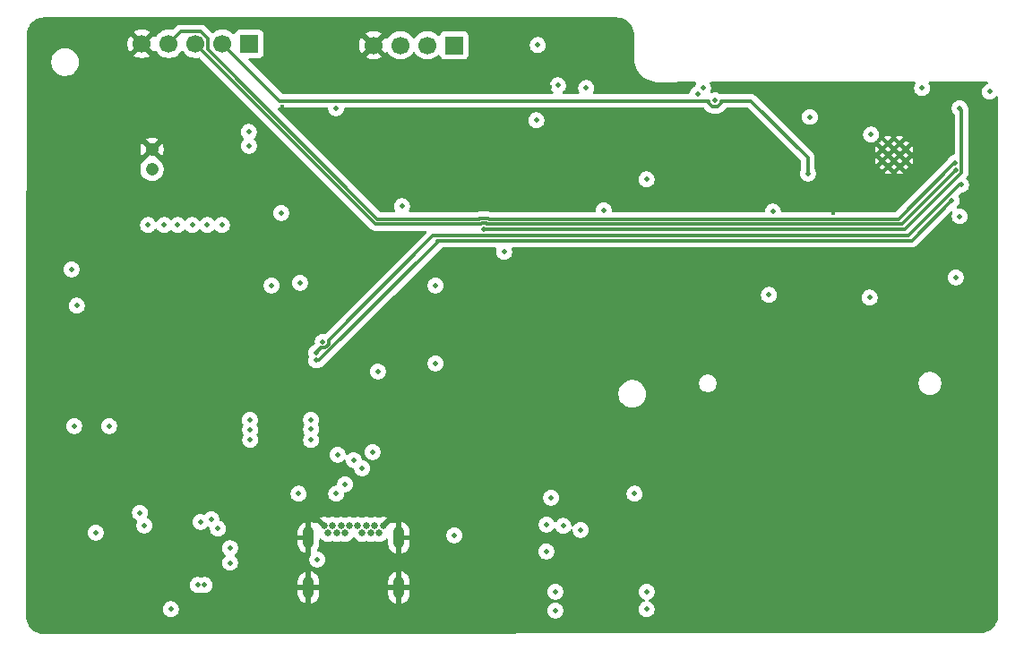
<source format=gbr>
%TF.GenerationSoftware,KiCad,Pcbnew,9.0.4*%
%TF.CreationDate,2025-12-21T22:50:03+05:30*%
%TF.ProjectId,ESP-32 C3 demo project004,4553502d-3332-4204-9333-2064656d6f20,rev?*%
%TF.SameCoordinates,Original*%
%TF.FileFunction,Copper,L3,Inr*%
%TF.FilePolarity,Positive*%
%FSLAX46Y46*%
G04 Gerber Fmt 4.6, Leading zero omitted, Abs format (unit mm)*
G04 Created by KiCad (PCBNEW 9.0.4) date 2025-12-21 22:50:03*
%MOMM*%
%LPD*%
G01*
G04 APERTURE LIST*
%TA.AperFunction,ComponentPad*%
%ADD10O,1.050000X2.100000*%
%TD*%
%TA.AperFunction,ComponentPad*%
%ADD11C,0.650000*%
%TD*%
%TA.AperFunction,ComponentPad*%
%ADD12C,0.400000*%
%TD*%
%TA.AperFunction,ComponentPad*%
%ADD13C,1.208000*%
%TD*%
%TA.AperFunction,ComponentPad*%
%ADD14R,1.700000X1.700000*%
%TD*%
%TA.AperFunction,ComponentPad*%
%ADD15C,1.700000*%
%TD*%
%TA.AperFunction,ViaPad*%
%ADD16C,0.450000*%
%TD*%
%TA.AperFunction,ViaPad*%
%ADD17C,0.500000*%
%TD*%
%TA.AperFunction,Conductor*%
%ADD18C,0.300000*%
%TD*%
G04 APERTURE END LIST*
D10*
%TO.N,GND*%
%TO.C,J1*%
X175974000Y-96012000D03*
X167434000Y-96012000D03*
X175974000Y-91282000D03*
X167434000Y-91282000D03*
D11*
X169704000Y-90132000D03*
X173704000Y-90132000D03*
X168904000Y-90132000D03*
%TO.N,unconnected-(J1-SSRXP1-PadB11)*%
X169304000Y-90842000D03*
%TO.N,unconnected-(J1-SSRXN1-PadB10)*%
X170104000Y-90842000D03*
%TO.N,/VBUS*%
X170504000Y-90132000D03*
%TO.N,unconnected-(J1-SBU2-PadB8)*%
X170904000Y-90842000D03*
%TO.N,/USB_DN*%
X171304000Y-90132000D03*
%TO.N,/USB_DP*%
X172104000Y-90132000D03*
%TO.N,Net-(J1-CC2)*%
X172504000Y-90842000D03*
%TO.N,/VBUS*%
X172904000Y-90132000D03*
%TO.N,unconnected-(J1-SSTXN2-PadB3)*%
X173304000Y-90842000D03*
%TO.N,unconnected-(J1-SSTXP2-PadB2)*%
X174104000Y-90842000D03*
%TO.N,GND*%
X174504000Y-90132000D03*
%TD*%
D12*
%TO.N,GND*%
%TO.C,U3*%
X222210000Y-53990500D03*
X223310000Y-53990500D03*
X221660000Y-54540500D03*
X222760000Y-54540500D03*
X223860000Y-54540500D03*
X222210000Y-55090500D03*
X223310000Y-55090500D03*
X221660000Y-55640500D03*
X222760000Y-55640500D03*
X223860000Y-55640500D03*
X222210000Y-56190500D03*
X223310000Y-56190500D03*
%TD*%
D13*
%TO.N,GND*%
%TO.C,MK1*%
X152638000Y-54549000D03*
%TO.N,Net-(C17-Pad2)*%
X152638000Y-56449000D03*
%TD*%
D14*
%TO.N,+3.3V*%
%TO.C,J4*%
X181210000Y-44720000D03*
D15*
%TO.N,/ESP32-C3-02/SDA*%
X178670000Y-44720000D03*
%TO.N,/ESP32-C3-02/SCL*%
X176130000Y-44720000D03*
%TO.N,GND*%
X173590000Y-44720000D03*
%TD*%
D14*
%TO.N,+3.3V*%
%TO.C,J5*%
X161840000Y-44580000D03*
D15*
%TO.N,/ESP32-C3-02/GPIO8*%
X159300000Y-44580000D03*
%TO.N,/ESP32-C3-02/GPIO18*%
X156760000Y-44580000D03*
%TO.N,/ESP32-C3-02/GPIO19*%
X154220000Y-44580000D03*
%TO.N,GND*%
X151680000Y-44580000D03*
%TD*%
D16*
%TO.N,GND*%
X187960000Y-59690000D03*
X166243000Y-56642000D03*
X171701716Y-79359852D03*
X170929000Y-77597000D03*
X176022000Y-77724000D03*
X179705000Y-72898000D03*
X156845000Y-53975000D03*
X226187000Y-71882000D03*
X217043000Y-60569000D03*
X215011000Y-66420500D03*
X205613000Y-52324000D03*
X202946000Y-71501000D03*
X211201000Y-71882000D03*
X218440000Y-72136000D03*
X192405000Y-97340000D03*
X227330000Y-97409000D03*
X190246000Y-48641000D03*
X192024000Y-51816000D03*
X164973000Y-50546000D03*
X175514000Y-62611000D03*
X153797000Y-91567000D03*
X163576000Y-92202000D03*
X168402000Y-87503000D03*
X178435000Y-81280000D03*
X150368000Y-61595000D03*
X158877000Y-86567500D03*
X156591000Y-86637500D03*
X154178000Y-86637500D03*
X158750000Y-97663000D03*
X160528000Y-91313000D03*
X154000000Y-76180000D03*
X154000000Y-77700000D03*
X152810000Y-77700000D03*
X152810000Y-76200000D03*
X152760000Y-74960000D03*
X152019000Y-73914000D03*
X150290000Y-73840000D03*
X148770000Y-73860000D03*
X147470000Y-73840000D03*
X154700000Y-90710000D03*
X145440000Y-99670000D03*
X145450000Y-98970000D03*
X145450000Y-98310000D03*
D17*
%TO.N,/ESP32-C3-02/TX_RX*%
X228201396Y-59418396D03*
%TO.N,/ESP32-C3-02/RX_TX*%
X229108000Y-57912000D03*
X168148000Y-73787000D03*
%TO.N,/ESP32-C3-02/TX_RX*%
X168148000Y-74518000D03*
%TO.N,/ESP32-C3-02/PHOTO_C*%
X228981000Y-50673000D03*
X184023000Y-62103000D03*
%TO.N,Net-(C19-Pad2)*%
X161798000Y-52909000D03*
X161798000Y-54229000D03*
%TO.N,/ESP32-C3-02/GPIO19*%
X228536262Y-55813882D03*
%TO.N,/ESP32-C3-02/GPIO18*%
X228600000Y-56515000D03*
%TO.N,/ESP32-C3-02/GPIO8*%
X214630000Y-56854000D03*
%TO.N,/ESP32-C3-02/EN*%
X190373000Y-87503000D03*
X214817409Y-51501591D03*
%TO.N,/ESP32-C3-02/RTS*%
X168783000Y-72771000D03*
%TO.N,/VBUS*%
X172509535Y-84714535D03*
%TO.N,+3.3V*%
X173990000Y-75565000D03*
X179451000Y-74803000D03*
%TO.N,/ESP32-C3-02/BOOT*%
X211328000Y-60452000D03*
X198247000Y-87122000D03*
%TO.N,/ESP32-C3-02/DTR*%
X193167000Y-90551000D03*
X189900000Y-92583000D03*
%TO.N,/ESP32-C3-02/RTS*%
X191516000Y-90170000D03*
X189950000Y-90043000D03*
%TO.N,/ESP32-C3-02/BOOT*%
X199390000Y-98044000D03*
X199390000Y-96393000D03*
%TO.N,/ESP32-C3-02/EN*%
X190754000Y-98171000D03*
X190754000Y-96393000D03*
%TO.N,Net-(J1-CC1)*%
X170900000Y-86231472D03*
X166497000Y-87122000D03*
%TO.N,Net-(J1-CC2)*%
X168275000Y-93345000D03*
%TO.N,/CHARGING*%
X158877000Y-90424000D03*
X147320000Y-90805000D03*
%TO.N,/CHARGED*%
X157226000Y-89789000D03*
X151927000Y-90124814D03*
%TO.N,/CHARGING_POWER_GOOD*%
X158242258Y-89531183D03*
X151494911Y-88916089D03*
%TO.N,+3.3V*%
X205867000Y-49918000D03*
X220472000Y-68580000D03*
X210947000Y-68326000D03*
X181229000Y-91059000D03*
X185928000Y-64262000D03*
X195326000Y-60325000D03*
X176276000Y-59944000D03*
X193675000Y-48768000D03*
X191008000Y-48514000D03*
X189103000Y-44704000D03*
X188976000Y-51816000D03*
X164846000Y-60579000D03*
X170053000Y-50673000D03*
%TO.N,/USB_DP*%
X170180000Y-83439000D03*
%TO.N,/USB_DN*%
X173482000Y-83185000D03*
%TO.N,/VBUS*%
X170053000Y-87122000D03*
X171704000Y-83947000D03*
%TO.N,+3.3V*%
X179451000Y-67437000D03*
X166624000Y-67183000D03*
X163957000Y-67437000D03*
X145034000Y-65913000D03*
X145542000Y-69342000D03*
%TO.N,/+5V_USB*%
X148590000Y-80720000D03*
X145288000Y-80720000D03*
X160020000Y-93664003D03*
X160020000Y-92263997D03*
X157622003Y-95758000D03*
X156972000Y-95758000D03*
X154432000Y-98044000D03*
%TO.N,/VBUS*%
X167671000Y-82042000D03*
X167671000Y-81026000D03*
X167671000Y-80137000D03*
%TO.N,/ESP32-C3-02/CS*%
X228981000Y-60890500D03*
X199390000Y-57404000D03*
%TO.N,/ESP32-C3-02/CS_SD*%
X228600000Y-66675000D03*
X231809631Y-49114369D03*
%TO.N,/ESP32-C3-02/SDA*%
X220599000Y-53161250D03*
X204203998Y-49318000D03*
%TO.N,/ESP32-C3-02/SCL*%
X225425000Y-48768000D03*
X204724000Y-48768000D03*
%TO.N,+3.3V*%
X152273000Y-61722000D03*
X153797000Y-61722000D03*
X159258000Y-61722000D03*
X157861000Y-61722000D03*
X156464000Y-61722000D03*
X155067000Y-61722000D03*
%TO.N,/+5V_USB*%
X161927000Y-82036000D03*
X161907000Y-81076000D03*
X161897000Y-80146000D03*
%TD*%
D18*
%TO.N,/ESP32-C3-02/GPIO19*%
X155371000Y-43429000D02*
X154220000Y-44580000D01*
X157236760Y-43429000D02*
X155371000Y-43429000D01*
X157911000Y-45093190D02*
X157911000Y-44103240D01*
X173961810Y-61144000D02*
X157911000Y-45093190D01*
X183564958Y-61144000D02*
X173961810Y-61144000D01*
X183607958Y-61101000D02*
X183564958Y-61144000D01*
X223191768Y-61144000D02*
X184481042Y-61144000D01*
X228371768Y-55964000D02*
X223191768Y-61144000D01*
X228472524Y-55964000D02*
X228371768Y-55964000D01*
X184481042Y-61144000D02*
X184438042Y-61101000D01*
X228536262Y-55813882D02*
X228472524Y-55877620D01*
X157911000Y-44103240D02*
X157236760Y-43429000D01*
X228472524Y-55877620D02*
X228472524Y-55964000D01*
X184438042Y-61101000D02*
X183607958Y-61101000D01*
%TO.N,/ESP32-C3-02/GPIO18*%
X223520000Y-61595000D02*
X228600000Y-56515000D01*
X184251232Y-61552000D02*
X184294232Y-61595000D01*
X184294232Y-61595000D02*
X223520000Y-61595000D01*
X173775000Y-61595000D02*
X183751768Y-61595000D01*
X156760000Y-44580000D02*
X173775000Y-61595000D01*
X183751768Y-61595000D02*
X183794768Y-61552000D01*
X183794768Y-61552000D02*
X184251232Y-61552000D01*
%TO.N,/ESP32-C3-02/TX_RX*%
X224430792Y-63189000D02*
X228201396Y-59418396D01*
X179578000Y-63189000D02*
X224430792Y-63189000D01*
X179578000Y-63393042D02*
X179578000Y-63189000D01*
X168453042Y-74518000D02*
X179578000Y-63393042D01*
X168148000Y-74518000D02*
X168453042Y-74518000D01*
%TO.N,/ESP32-C3-02/RX_TX*%
X224103974Y-62738000D02*
X228929974Y-57912000D01*
X179197000Y-62738000D02*
X224103974Y-62738000D01*
X169011232Y-73322000D02*
X169334000Y-72999232D01*
X169334000Y-72999232D02*
X169334000Y-72601000D01*
X169334000Y-72601000D02*
X179197000Y-62738000D01*
X228929974Y-57912000D02*
X229108000Y-57912000D01*
X168613000Y-73322000D02*
X169011232Y-73322000D01*
X168148000Y-73787000D02*
X168613000Y-73322000D01*
%TO.N,/ESP32-C3-02/PHOTO_C*%
X229151000Y-50843000D02*
X228981000Y-50673000D01*
X229151000Y-56743232D02*
X229151000Y-50843000D01*
X223791232Y-62103000D02*
X229151000Y-56743232D01*
X184023000Y-62103000D02*
X223791232Y-62103000D01*
%TO.N,/ESP32-C3-02/GPIO8*%
X164690000Y-49970000D02*
X159300000Y-44580000D01*
X205266000Y-49970000D02*
X164690000Y-49970000D01*
X205266000Y-50166943D02*
X205266000Y-49970000D01*
X205618057Y-50519000D02*
X205266000Y-50166943D01*
X209228000Y-49970000D02*
X206468000Y-49970000D01*
X206468000Y-50166943D02*
X206115943Y-50519000D01*
X206468000Y-49970000D02*
X206468000Y-50166943D01*
X214630000Y-56854000D02*
X214630000Y-55372000D01*
X214630000Y-55372000D02*
X209228000Y-49970000D01*
X206115943Y-50519000D02*
X205618057Y-50519000D01*
%TD*%
%TA.AperFunction,Conductor*%
%TO.N,GND*%
G36*
X196010486Y-42080998D02*
G01*
X196010488Y-42080999D01*
X196035950Y-42080999D01*
X196089606Y-42081000D01*
X196089610Y-42080999D01*
X196516610Y-42080999D01*
X196525458Y-42081315D01*
X196539895Y-42082347D01*
X196751219Y-42097466D01*
X196768707Y-42099981D01*
X196985539Y-42147155D01*
X197002514Y-42152140D01*
X197210409Y-42229686D01*
X197226501Y-42237036D01*
X197421244Y-42343377D01*
X197436123Y-42352939D01*
X197611663Y-42484351D01*
X197613758Y-42485919D01*
X197627126Y-42497504D01*
X197784027Y-42654408D01*
X197795603Y-42667767D01*
X197861783Y-42756176D01*
X197928577Y-42845404D01*
X197938142Y-42860287D01*
X198044482Y-43055038D01*
X198051831Y-43071131D01*
X198129372Y-43279029D01*
X198134356Y-43296004D01*
X198181521Y-43512817D01*
X198184039Y-43530329D01*
X198200184Y-43756066D01*
X198200500Y-43764912D01*
X198200500Y-46066541D01*
X198197926Y-46091669D01*
X198197090Y-46095714D01*
X198200500Y-46126557D01*
X198200500Y-46149562D01*
X198204847Y-46165787D01*
X198205550Y-46172128D01*
X198205883Y-46175127D01*
X198217789Y-46282414D01*
X198217792Y-46282429D01*
X198282233Y-46555447D01*
X198282236Y-46555456D01*
X198379338Y-46818634D01*
X198507670Y-47068083D01*
X198515240Y-47079223D01*
X198665335Y-47300114D01*
X198665337Y-47300116D01*
X198665339Y-47300119D01*
X198803512Y-47458132D01*
X198849996Y-47511290D01*
X199058925Y-47698490D01*
X199193519Y-47792343D01*
X199274649Y-47848916D01*
X199289032Y-47858945D01*
X199536913Y-47990284D01*
X199798904Y-48090563D01*
X200071129Y-48158299D01*
X200071138Y-48158300D01*
X200071143Y-48158301D01*
X200349547Y-48192490D01*
X200349548Y-48192490D01*
X200349564Y-48192492D01*
X200451458Y-48192587D01*
X200451743Y-48192663D01*
X200490720Y-48192623D01*
X200537421Y-48192647D01*
X200537422Y-48192646D01*
X200546574Y-48192651D01*
X200547649Y-48192564D01*
X203976087Y-48189086D01*
X204043145Y-48208703D01*
X204088953Y-48261460D01*
X204098967Y-48330609D01*
X204088489Y-48365714D01*
X204084513Y-48374195D01*
X204058916Y-48412505D01*
X204002342Y-48549087D01*
X204002198Y-48549808D01*
X203999661Y-48555222D01*
X203978321Y-48579360D01*
X203958103Y-48604450D01*
X203954310Y-48606520D01*
X203953384Y-48607569D01*
X203951323Y-48608151D01*
X203934836Y-48617155D01*
X203848506Y-48652914D01*
X203848496Y-48652919D01*
X203725582Y-48735048D01*
X203725578Y-48735051D01*
X203621049Y-48839580D01*
X203621046Y-48839584D01*
X203538917Y-48962498D01*
X203538910Y-48962511D01*
X203482341Y-49099082D01*
X203482338Y-49099092D01*
X203458349Y-49219692D01*
X203425964Y-49281603D01*
X203365248Y-49316177D01*
X203336732Y-49319500D01*
X194441106Y-49319500D01*
X194374067Y-49299815D01*
X194328312Y-49247011D01*
X194318368Y-49177853D01*
X194338004Y-49126610D01*
X194340077Y-49123506D01*
X194340080Y-49123501D01*
X194340084Y-49123495D01*
X194396658Y-48986913D01*
X194406096Y-48939462D01*
X194425500Y-48841920D01*
X194425500Y-48694079D01*
X194396659Y-48549092D01*
X194396658Y-48549091D01*
X194396658Y-48549087D01*
X194389339Y-48531417D01*
X194340087Y-48412511D01*
X194340080Y-48412498D01*
X194257951Y-48289584D01*
X194257948Y-48289580D01*
X194153419Y-48185051D01*
X194153415Y-48185048D01*
X194030501Y-48102919D01*
X194030488Y-48102912D01*
X193893917Y-48046343D01*
X193893907Y-48046340D01*
X193748920Y-48017500D01*
X193748918Y-48017500D01*
X193601082Y-48017500D01*
X193601080Y-48017500D01*
X193456092Y-48046340D01*
X193456082Y-48046343D01*
X193319511Y-48102912D01*
X193319498Y-48102919D01*
X193196584Y-48185048D01*
X193196580Y-48185051D01*
X193092051Y-48289580D01*
X193092048Y-48289584D01*
X193009919Y-48412498D01*
X193009912Y-48412511D01*
X192953343Y-48549082D01*
X192953340Y-48549092D01*
X192924500Y-48694079D01*
X192924500Y-48694082D01*
X192924500Y-48841918D01*
X192924500Y-48841920D01*
X192924499Y-48841920D01*
X192953340Y-48986907D01*
X192953343Y-48986917D01*
X193009912Y-49123488D01*
X193009922Y-49123506D01*
X193011996Y-49126610D01*
X193012582Y-49128484D01*
X193012789Y-49128870D01*
X193012715Y-49128909D01*
X193032874Y-49193287D01*
X193014389Y-49260667D01*
X192962410Y-49307357D01*
X192908894Y-49319500D01*
X191561796Y-49319500D01*
X191494757Y-49299815D01*
X191449002Y-49247011D01*
X191439058Y-49177853D01*
X191468083Y-49114297D01*
X191483135Y-49099644D01*
X191486418Y-49096949D01*
X191590948Y-48992419D01*
X191590951Y-48992416D01*
X191673084Y-48869495D01*
X191729658Y-48732913D01*
X191748946Y-48635949D01*
X191758500Y-48587920D01*
X191758500Y-48440079D01*
X191729659Y-48295092D01*
X191729658Y-48295091D01*
X191729658Y-48295087D01*
X191693877Y-48208703D01*
X191673087Y-48158511D01*
X191673080Y-48158498D01*
X191590951Y-48035584D01*
X191590948Y-48035580D01*
X191486419Y-47931051D01*
X191486415Y-47931048D01*
X191363501Y-47848919D01*
X191363488Y-47848912D01*
X191226917Y-47792343D01*
X191226907Y-47792340D01*
X191081920Y-47763500D01*
X191081918Y-47763500D01*
X190934082Y-47763500D01*
X190934080Y-47763500D01*
X190789092Y-47792340D01*
X190789082Y-47792343D01*
X190652511Y-47848912D01*
X190652498Y-47848919D01*
X190529584Y-47931048D01*
X190529580Y-47931051D01*
X190425051Y-48035580D01*
X190425048Y-48035584D01*
X190342919Y-48158498D01*
X190342912Y-48158511D01*
X190286343Y-48295082D01*
X190286340Y-48295092D01*
X190257500Y-48440079D01*
X190257500Y-48440082D01*
X190257500Y-48587918D01*
X190257500Y-48587920D01*
X190257499Y-48587920D01*
X190286340Y-48732907D01*
X190286343Y-48732917D01*
X190342912Y-48869488D01*
X190342919Y-48869501D01*
X190425048Y-48992415D01*
X190425051Y-48992419D01*
X190529581Y-49096949D01*
X190532865Y-49099644D01*
X190572202Y-49157388D01*
X190574075Y-49227233D01*
X190537890Y-49287002D01*
X190475135Y-49317721D01*
X190454204Y-49319500D01*
X165010808Y-49319500D01*
X164943769Y-49299815D01*
X164923127Y-49283181D01*
X161782126Y-46142180D01*
X161748641Y-46080857D01*
X161753625Y-46011165D01*
X161795497Y-45955232D01*
X161860961Y-45930815D01*
X161869807Y-45930499D01*
X162737871Y-45930499D01*
X162737872Y-45930499D01*
X162797483Y-45924091D01*
X162932331Y-45873796D01*
X163047546Y-45787546D01*
X163133796Y-45672331D01*
X163184091Y-45537483D01*
X163190500Y-45477873D01*
X163190499Y-44613753D01*
X172240000Y-44613753D01*
X172240000Y-44826246D01*
X172273242Y-45036127D01*
X172273242Y-45036130D01*
X172338904Y-45238217D01*
X172435375Y-45427550D01*
X172474728Y-45481716D01*
X173107037Y-44849408D01*
X173124075Y-44912993D01*
X173189901Y-45027007D01*
X173282993Y-45120099D01*
X173397007Y-45185925D01*
X173460590Y-45202962D01*
X172828282Y-45835269D01*
X172828282Y-45835270D01*
X172882449Y-45874624D01*
X173071782Y-45971095D01*
X173273870Y-46036757D01*
X173483754Y-46070000D01*
X173696246Y-46070000D01*
X173906127Y-46036757D01*
X173906130Y-46036757D01*
X174108217Y-45971095D01*
X174297554Y-45874622D01*
X174351716Y-45835270D01*
X174351717Y-45835270D01*
X173719408Y-45202962D01*
X173782993Y-45185925D01*
X173897007Y-45120099D01*
X173990099Y-45027007D01*
X174055925Y-44912993D01*
X174072962Y-44849408D01*
X174705270Y-45481717D01*
X174705270Y-45481716D01*
X174744622Y-45427555D01*
X174749232Y-45418507D01*
X174797205Y-45367709D01*
X174865025Y-45350912D01*
X174931161Y-45373447D01*
X174970204Y-45418504D01*
X174974949Y-45427817D01*
X175099890Y-45599786D01*
X175250213Y-45750109D01*
X175422179Y-45875048D01*
X175422181Y-45875049D01*
X175422184Y-45875051D01*
X175611588Y-45971557D01*
X175813757Y-46037246D01*
X176023713Y-46070500D01*
X176023714Y-46070500D01*
X176236286Y-46070500D01*
X176236287Y-46070500D01*
X176446243Y-46037246D01*
X176648412Y-45971557D01*
X176837816Y-45875051D01*
X176924138Y-45812335D01*
X177009786Y-45750109D01*
X177009788Y-45750106D01*
X177009792Y-45750104D01*
X177160104Y-45599792D01*
X177160106Y-45599788D01*
X177160109Y-45599786D01*
X177285048Y-45427820D01*
X177285050Y-45427817D01*
X177285051Y-45427816D01*
X177289514Y-45419054D01*
X177337488Y-45368259D01*
X177405308Y-45351463D01*
X177471444Y-45373999D01*
X177510484Y-45419054D01*
X177513850Y-45425659D01*
X177514951Y-45427820D01*
X177639890Y-45599786D01*
X177790213Y-45750109D01*
X177962179Y-45875048D01*
X177962181Y-45875049D01*
X177962184Y-45875051D01*
X178151588Y-45971557D01*
X178353757Y-46037246D01*
X178563713Y-46070500D01*
X178563714Y-46070500D01*
X178776286Y-46070500D01*
X178776287Y-46070500D01*
X178986243Y-46037246D01*
X179188412Y-45971557D01*
X179377816Y-45875051D01*
X179549792Y-45750104D01*
X179663329Y-45636566D01*
X179724648Y-45603084D01*
X179794340Y-45608068D01*
X179850274Y-45649939D01*
X179867189Y-45680917D01*
X179916202Y-45812328D01*
X179916206Y-45812335D01*
X180002452Y-45927544D01*
X180002455Y-45927547D01*
X180117664Y-46013793D01*
X180117671Y-46013797D01*
X180252517Y-46064091D01*
X180252516Y-46064091D01*
X180259444Y-46064835D01*
X180312127Y-46070500D01*
X182107872Y-46070499D01*
X182167483Y-46064091D01*
X182302331Y-46013796D01*
X182417546Y-45927546D01*
X182503796Y-45812331D01*
X182554091Y-45677483D01*
X182560500Y-45617873D01*
X182560500Y-44777920D01*
X188352499Y-44777920D01*
X188381340Y-44922907D01*
X188381343Y-44922917D01*
X188437912Y-45059488D01*
X188437919Y-45059501D01*
X188520048Y-45182415D01*
X188520051Y-45182419D01*
X188624580Y-45286948D01*
X188624584Y-45286951D01*
X188747498Y-45369080D01*
X188747511Y-45369087D01*
X188866823Y-45418507D01*
X188884087Y-45425658D01*
X188884091Y-45425658D01*
X188884092Y-45425659D01*
X189029079Y-45454500D01*
X189029082Y-45454500D01*
X189176920Y-45454500D01*
X189274462Y-45435096D01*
X189321913Y-45425658D01*
X189458495Y-45369084D01*
X189581416Y-45286951D01*
X189685951Y-45182416D01*
X189768084Y-45059495D01*
X189824658Y-44922913D01*
X189853500Y-44777918D01*
X189853500Y-44630082D01*
X189853500Y-44630079D01*
X189824659Y-44485092D01*
X189824658Y-44485091D01*
X189824658Y-44485087D01*
X189791018Y-44403872D01*
X189768087Y-44348511D01*
X189768080Y-44348498D01*
X189685951Y-44225584D01*
X189685948Y-44225580D01*
X189581419Y-44121051D01*
X189581415Y-44121048D01*
X189458501Y-44038919D01*
X189458488Y-44038912D01*
X189321917Y-43982343D01*
X189321907Y-43982340D01*
X189176920Y-43953500D01*
X189176918Y-43953500D01*
X189029082Y-43953500D01*
X189029080Y-43953500D01*
X188884092Y-43982340D01*
X188884082Y-43982343D01*
X188747511Y-44038912D01*
X188747498Y-44038919D01*
X188624584Y-44121048D01*
X188624580Y-44121051D01*
X188520051Y-44225580D01*
X188520048Y-44225584D01*
X188437919Y-44348498D01*
X188437912Y-44348511D01*
X188381343Y-44485082D01*
X188381340Y-44485092D01*
X188352500Y-44630079D01*
X188352500Y-44630082D01*
X188352500Y-44777918D01*
X188352500Y-44777920D01*
X188352499Y-44777920D01*
X182560500Y-44777920D01*
X182560499Y-43822128D01*
X182555299Y-43773757D01*
X182554091Y-43762516D01*
X182503797Y-43627671D01*
X182503793Y-43627664D01*
X182417547Y-43512455D01*
X182417544Y-43512452D01*
X182302335Y-43426206D01*
X182302328Y-43426202D01*
X182167482Y-43375908D01*
X182167483Y-43375908D01*
X182107883Y-43369501D01*
X182107881Y-43369500D01*
X182107873Y-43369500D01*
X182107864Y-43369500D01*
X180312129Y-43369500D01*
X180312123Y-43369501D01*
X180252516Y-43375908D01*
X180117671Y-43426202D01*
X180117664Y-43426206D01*
X180002455Y-43512452D01*
X180002452Y-43512455D01*
X179916206Y-43627664D01*
X179916203Y-43627669D01*
X179867189Y-43759083D01*
X179825317Y-43815016D01*
X179759853Y-43839433D01*
X179691580Y-43824581D01*
X179663326Y-43803430D01*
X179549786Y-43689890D01*
X179377820Y-43564951D01*
X179188414Y-43468444D01*
X179188413Y-43468443D01*
X179188412Y-43468443D01*
X178986243Y-43402754D01*
X178986241Y-43402753D01*
X178986240Y-43402753D01*
X178824957Y-43377208D01*
X178776287Y-43369500D01*
X178563713Y-43369500D01*
X178515042Y-43377208D01*
X178353760Y-43402753D01*
X178151585Y-43468444D01*
X177962179Y-43564951D01*
X177790213Y-43689890D01*
X177639890Y-43840213D01*
X177514949Y-44012182D01*
X177510484Y-44020946D01*
X177462509Y-44071742D01*
X177394688Y-44088536D01*
X177328553Y-44065998D01*
X177289516Y-44020946D01*
X177285050Y-44012182D01*
X177160109Y-43840213D01*
X177009786Y-43689890D01*
X176837820Y-43564951D01*
X176648414Y-43468444D01*
X176648413Y-43468443D01*
X176648412Y-43468443D01*
X176446243Y-43402754D01*
X176446241Y-43402753D01*
X176446240Y-43402753D01*
X176284957Y-43377208D01*
X176236287Y-43369500D01*
X176023713Y-43369500D01*
X175975042Y-43377208D01*
X175813760Y-43402753D01*
X175611585Y-43468444D01*
X175422179Y-43564951D01*
X175250213Y-43689890D01*
X175099890Y-43840213D01*
X174974949Y-44012182D01*
X174970202Y-44021499D01*
X174922227Y-44072293D01*
X174854405Y-44089087D01*
X174788271Y-44066548D01*
X174749234Y-44021495D01*
X174744626Y-44012452D01*
X174705270Y-43958282D01*
X174705269Y-43958282D01*
X174072962Y-44590590D01*
X174055925Y-44527007D01*
X173990099Y-44412993D01*
X173897007Y-44319901D01*
X173782993Y-44254075D01*
X173719409Y-44237037D01*
X174351716Y-43604728D01*
X174297550Y-43565375D01*
X174108217Y-43468904D01*
X173906129Y-43403242D01*
X173696246Y-43370000D01*
X173483754Y-43370000D01*
X173273872Y-43403242D01*
X173273869Y-43403242D01*
X173071782Y-43468904D01*
X172882439Y-43565380D01*
X172828282Y-43604727D01*
X172828282Y-43604728D01*
X173460591Y-44237037D01*
X173397007Y-44254075D01*
X173282993Y-44319901D01*
X173189901Y-44412993D01*
X173124075Y-44527007D01*
X173107037Y-44590591D01*
X172474728Y-43958282D01*
X172474727Y-43958282D01*
X172435380Y-44012439D01*
X172338904Y-44201782D01*
X172273242Y-44403869D01*
X172273242Y-44403872D01*
X172240000Y-44613753D01*
X163190499Y-44613753D01*
X163190499Y-44580000D01*
X163190499Y-43682129D01*
X163190498Y-43682120D01*
X163188684Y-43665239D01*
X163187001Y-43649591D01*
X163184091Y-43622517D01*
X163143040Y-43512454D01*
X163133797Y-43487671D01*
X163133793Y-43487664D01*
X163047547Y-43372455D01*
X163047544Y-43372452D01*
X162932335Y-43286206D01*
X162932328Y-43286202D01*
X162797482Y-43235908D01*
X162797483Y-43235908D01*
X162737883Y-43229501D01*
X162737881Y-43229500D01*
X162737873Y-43229500D01*
X162737864Y-43229500D01*
X160942129Y-43229500D01*
X160942123Y-43229501D01*
X160882516Y-43235908D01*
X160747671Y-43286202D01*
X160747664Y-43286206D01*
X160632455Y-43372452D01*
X160632452Y-43372455D01*
X160546206Y-43487664D01*
X160546203Y-43487669D01*
X160497189Y-43619083D01*
X160455317Y-43675016D01*
X160389853Y-43699433D01*
X160321580Y-43684581D01*
X160293326Y-43663430D01*
X160179786Y-43549890D01*
X160007820Y-43424951D01*
X159818414Y-43328444D01*
X159818413Y-43328443D01*
X159818412Y-43328443D01*
X159616243Y-43262754D01*
X159616241Y-43262753D01*
X159616240Y-43262753D01*
X159454957Y-43237208D01*
X159406287Y-43229500D01*
X159193713Y-43229500D01*
X159145042Y-43237208D01*
X158983760Y-43262753D01*
X158781585Y-43328444D01*
X158592184Y-43424948D01*
X158423290Y-43547656D01*
X158357483Y-43571135D01*
X158289429Y-43555309D01*
X158262724Y-43535018D01*
X157651434Y-42923727D01*
X157651433Y-42923726D01*
X157651429Y-42923723D01*
X157544887Y-42852535D01*
X157527671Y-42845404D01*
X157426504Y-42803499D01*
X157426498Y-42803497D01*
X157300831Y-42778500D01*
X157300829Y-42778500D01*
X155306931Y-42778500D01*
X155306929Y-42778500D01*
X155181261Y-42803497D01*
X155181255Y-42803499D01*
X155141057Y-42820150D01*
X155067800Y-42850494D01*
X155062943Y-42852506D01*
X155062873Y-42852535D01*
X154956331Y-42923723D01*
X154650710Y-43229343D01*
X154589387Y-43262827D01*
X154541245Y-43262315D01*
X154541055Y-43263516D01*
X154436111Y-43246894D01*
X154326287Y-43229500D01*
X154113713Y-43229500D01*
X154065042Y-43237208D01*
X153903760Y-43262753D01*
X153701585Y-43328444D01*
X153512179Y-43424951D01*
X153340213Y-43549890D01*
X153189890Y-43700213D01*
X153064949Y-43872182D01*
X153060202Y-43881499D01*
X153012227Y-43932293D01*
X152944405Y-43949087D01*
X152878271Y-43926548D01*
X152839234Y-43881495D01*
X152834626Y-43872452D01*
X152795270Y-43818282D01*
X152795269Y-43818282D01*
X152162962Y-44450590D01*
X152145925Y-44387007D01*
X152080099Y-44272993D01*
X151987007Y-44179901D01*
X151872993Y-44114075D01*
X151809409Y-44097037D01*
X152441716Y-43464728D01*
X152387550Y-43425375D01*
X152198217Y-43328904D01*
X151996129Y-43263242D01*
X151786246Y-43230000D01*
X151573754Y-43230000D01*
X151363872Y-43263242D01*
X151363869Y-43263242D01*
X151161782Y-43328904D01*
X150972439Y-43425380D01*
X150918282Y-43464727D01*
X150918282Y-43464728D01*
X151550591Y-44097037D01*
X151487007Y-44114075D01*
X151372993Y-44179901D01*
X151279901Y-44272993D01*
X151214075Y-44387007D01*
X151197037Y-44450591D01*
X150564728Y-43818282D01*
X150564727Y-43818282D01*
X150525380Y-43872439D01*
X150428904Y-44061782D01*
X150363242Y-44263869D01*
X150363242Y-44263872D01*
X150330000Y-44473753D01*
X150330000Y-44686246D01*
X150363242Y-44896127D01*
X150363242Y-44896130D01*
X150428904Y-45098217D01*
X150525375Y-45287550D01*
X150564728Y-45341716D01*
X151197037Y-44709408D01*
X151214075Y-44772993D01*
X151279901Y-44887007D01*
X151372993Y-44980099D01*
X151487007Y-45045925D01*
X151550590Y-45062962D01*
X150918282Y-45695269D01*
X150918282Y-45695270D01*
X150972449Y-45734624D01*
X151161782Y-45831095D01*
X151363870Y-45896757D01*
X151573754Y-45930000D01*
X151786246Y-45930000D01*
X151996127Y-45896757D01*
X151996130Y-45896757D01*
X152198217Y-45831095D01*
X152387554Y-45734622D01*
X152441716Y-45695270D01*
X152441717Y-45695270D01*
X151809408Y-45062962D01*
X151872993Y-45045925D01*
X151987007Y-44980099D01*
X152080099Y-44887007D01*
X152145925Y-44772993D01*
X152162962Y-44709408D01*
X152795270Y-45341717D01*
X152795270Y-45341716D01*
X152834622Y-45287555D01*
X152839232Y-45278507D01*
X152887205Y-45227709D01*
X152955025Y-45210912D01*
X153021161Y-45233447D01*
X153060204Y-45278504D01*
X153064949Y-45287817D01*
X153189890Y-45459786D01*
X153340213Y-45610109D01*
X153512179Y-45735048D01*
X153512181Y-45735049D01*
X153512184Y-45735051D01*
X153701588Y-45831557D01*
X153903757Y-45897246D01*
X154113713Y-45930500D01*
X154113714Y-45930500D01*
X154326286Y-45930500D01*
X154326287Y-45930500D01*
X154536243Y-45897246D01*
X154738412Y-45831557D01*
X154927816Y-45735051D01*
X155007052Y-45677483D01*
X155099786Y-45610109D01*
X155099788Y-45610106D01*
X155099792Y-45610104D01*
X155250104Y-45459792D01*
X155250106Y-45459788D01*
X155250109Y-45459786D01*
X155375048Y-45287820D01*
X155375050Y-45287817D01*
X155375051Y-45287816D01*
X155379514Y-45279054D01*
X155427488Y-45228259D01*
X155495308Y-45211463D01*
X155561444Y-45233999D01*
X155600486Y-45279056D01*
X155604951Y-45287820D01*
X155729890Y-45459786D01*
X155880213Y-45610109D01*
X156052179Y-45735048D01*
X156052181Y-45735049D01*
X156052184Y-45735051D01*
X156241588Y-45831557D01*
X156443757Y-45897246D01*
X156653713Y-45930500D01*
X156653714Y-45930500D01*
X156866286Y-45930500D01*
X156866287Y-45930500D01*
X156976111Y-45913105D01*
X157081055Y-45896484D01*
X157081315Y-45898128D01*
X157143852Y-45901250D01*
X157190711Y-45930657D01*
X173360325Y-62100272D01*
X173360332Y-62100278D01*
X173460290Y-62167067D01*
X173460291Y-62167067D01*
X173460294Y-62167069D01*
X173466873Y-62171465D01*
X173585256Y-62220501D01*
X173585260Y-62220501D01*
X173585261Y-62220502D01*
X173710928Y-62245500D01*
X173710931Y-62245500D01*
X173839069Y-62245500D01*
X178470192Y-62245500D01*
X178537231Y-62265185D01*
X178582986Y-62317989D01*
X178592930Y-62387147D01*
X178563905Y-62450703D01*
X178557873Y-62457181D01*
X169018584Y-71996468D01*
X168957261Y-72029953D01*
X168906712Y-72030404D01*
X168856922Y-72020500D01*
X168856918Y-72020500D01*
X168709082Y-72020500D01*
X168709080Y-72020500D01*
X168564092Y-72049340D01*
X168564082Y-72049343D01*
X168427511Y-72105912D01*
X168427498Y-72105919D01*
X168304584Y-72188048D01*
X168304580Y-72188051D01*
X168200051Y-72292580D01*
X168200048Y-72292584D01*
X168117919Y-72415498D01*
X168117912Y-72415511D01*
X168061343Y-72552082D01*
X168061340Y-72552092D01*
X168032500Y-72697079D01*
X168032500Y-72844922D01*
X168042404Y-72894712D01*
X168041696Y-72902618D01*
X168044471Y-72910057D01*
X168038627Y-72936919D01*
X168036177Y-72964304D01*
X168030927Y-72972313D01*
X168029619Y-72978330D01*
X168008468Y-73006584D01*
X167980654Y-73034398D01*
X167934357Y-73062149D01*
X167934714Y-73063011D01*
X167792507Y-73121914D01*
X167792498Y-73121919D01*
X167669584Y-73204048D01*
X167669580Y-73204051D01*
X167565051Y-73308580D01*
X167565048Y-73308584D01*
X167482919Y-73431498D01*
X167482912Y-73431511D01*
X167426343Y-73568082D01*
X167426340Y-73568092D01*
X167397500Y-73713079D01*
X167397500Y-73713082D01*
X167397500Y-73860918D01*
X167397500Y-73860920D01*
X167397499Y-73860920D01*
X167426340Y-74005907D01*
X167426343Y-74005917D01*
X167467404Y-74105048D01*
X167474873Y-74174517D01*
X167467404Y-74199952D01*
X167426343Y-74299082D01*
X167426340Y-74299092D01*
X167397500Y-74444079D01*
X167397500Y-74444082D01*
X167397500Y-74591918D01*
X167397500Y-74591920D01*
X167397499Y-74591920D01*
X167426340Y-74736907D01*
X167426343Y-74736917D01*
X167482912Y-74873488D01*
X167482919Y-74873501D01*
X167565048Y-74996415D01*
X167565051Y-74996419D01*
X167669580Y-75100948D01*
X167669584Y-75100951D01*
X167792498Y-75183080D01*
X167792511Y-75183087D01*
X167929082Y-75239656D01*
X167929087Y-75239658D01*
X167929091Y-75239658D01*
X167929092Y-75239659D01*
X168074079Y-75268500D01*
X168074082Y-75268500D01*
X168221920Y-75268500D01*
X168319462Y-75249096D01*
X168366913Y-75239658D01*
X168421545Y-75217028D01*
X168503489Y-75183087D01*
X168503491Y-75183085D01*
X168503495Y-75183084D01*
X168508287Y-75179881D01*
X168552987Y-75161362D01*
X168642786Y-75143501D01*
X168761169Y-75094465D01*
X168813163Y-75059724D01*
X168867711Y-75023277D01*
X175491068Y-68399920D01*
X210196499Y-68399920D01*
X210225340Y-68544907D01*
X210225343Y-68544917D01*
X210281912Y-68681488D01*
X210281919Y-68681501D01*
X210364048Y-68804415D01*
X210364051Y-68804419D01*
X210468580Y-68908948D01*
X210468584Y-68908951D01*
X210591498Y-68991080D01*
X210591511Y-68991087D01*
X210728082Y-69047656D01*
X210728087Y-69047658D01*
X210728091Y-69047658D01*
X210728092Y-69047659D01*
X210873079Y-69076500D01*
X210873082Y-69076500D01*
X211020920Y-69076500D01*
X211118462Y-69057096D01*
X211165913Y-69047658D01*
X211302495Y-68991084D01*
X211425416Y-68908951D01*
X211529951Y-68804416D01*
X211612084Y-68681495D01*
X211613980Y-68676919D01*
X211623506Y-68653920D01*
X219721499Y-68653920D01*
X219750340Y-68798907D01*
X219750343Y-68798917D01*
X219806912Y-68935488D01*
X219806919Y-68935501D01*
X219889048Y-69058415D01*
X219889051Y-69058419D01*
X219993580Y-69162948D01*
X219993584Y-69162951D01*
X220116498Y-69245080D01*
X220116511Y-69245087D01*
X220253082Y-69301656D01*
X220253087Y-69301658D01*
X220253091Y-69301658D01*
X220253092Y-69301659D01*
X220398079Y-69330500D01*
X220398082Y-69330500D01*
X220545920Y-69330500D01*
X220643462Y-69311096D01*
X220690913Y-69301658D01*
X220827495Y-69245084D01*
X220950416Y-69162951D01*
X221054951Y-69058416D01*
X221137084Y-68935495D01*
X221193658Y-68798913D01*
X221203096Y-68751462D01*
X221222500Y-68653920D01*
X221222500Y-68506079D01*
X221193659Y-68361092D01*
X221193658Y-68361091D01*
X221193658Y-68361087D01*
X221148506Y-68252079D01*
X221137087Y-68224511D01*
X221137080Y-68224498D01*
X221054951Y-68101584D01*
X221054948Y-68101580D01*
X220950419Y-67997051D01*
X220950415Y-67997048D01*
X220827501Y-67914919D01*
X220827488Y-67914912D01*
X220690917Y-67858343D01*
X220690907Y-67858340D01*
X220545920Y-67829500D01*
X220545918Y-67829500D01*
X220398082Y-67829500D01*
X220398080Y-67829500D01*
X220253092Y-67858340D01*
X220253082Y-67858343D01*
X220116511Y-67914912D01*
X220116498Y-67914919D01*
X219993584Y-67997048D01*
X219993580Y-67997051D01*
X219889051Y-68101580D01*
X219889048Y-68101584D01*
X219806919Y-68224498D01*
X219806912Y-68224511D01*
X219750343Y-68361082D01*
X219750340Y-68361092D01*
X219721500Y-68506079D01*
X219721500Y-68506082D01*
X219721500Y-68653918D01*
X219721500Y-68653920D01*
X219721499Y-68653920D01*
X211623506Y-68653920D01*
X211668656Y-68544917D01*
X211668658Y-68544913D01*
X211677031Y-68502818D01*
X211682407Y-68475797D01*
X211682407Y-68475795D01*
X211697499Y-68399922D01*
X211697500Y-68399920D01*
X211697500Y-68252079D01*
X211668659Y-68107092D01*
X211668658Y-68107091D01*
X211668658Y-68107087D01*
X211666377Y-68101580D01*
X211612087Y-67970511D01*
X211612080Y-67970498D01*
X211529951Y-67847584D01*
X211529948Y-67847580D01*
X211425419Y-67743051D01*
X211425415Y-67743048D01*
X211302501Y-67660919D01*
X211302488Y-67660912D01*
X211165917Y-67604343D01*
X211165907Y-67604340D01*
X211020920Y-67575500D01*
X211020918Y-67575500D01*
X210873082Y-67575500D01*
X210873080Y-67575500D01*
X210728092Y-67604340D01*
X210728082Y-67604343D01*
X210591511Y-67660912D01*
X210591498Y-67660919D01*
X210468584Y-67743048D01*
X210468580Y-67743051D01*
X210364051Y-67847580D01*
X210364048Y-67847584D01*
X210281919Y-67970498D01*
X210281912Y-67970511D01*
X210225343Y-68107082D01*
X210225340Y-68107092D01*
X210196500Y-68252079D01*
X210196500Y-68252082D01*
X210196500Y-68399918D01*
X210196500Y-68399920D01*
X210196499Y-68399920D01*
X175491068Y-68399920D01*
X176380068Y-67510920D01*
X178700499Y-67510920D01*
X178729340Y-67655907D01*
X178729343Y-67655917D01*
X178785912Y-67792488D01*
X178785919Y-67792501D01*
X178868048Y-67915415D01*
X178868051Y-67915419D01*
X178972580Y-68019948D01*
X178972584Y-68019951D01*
X179095498Y-68102080D01*
X179095511Y-68102087D01*
X179166350Y-68131429D01*
X179232087Y-68158658D01*
X179232091Y-68158658D01*
X179232092Y-68158659D01*
X179377079Y-68187500D01*
X179377082Y-68187500D01*
X179524920Y-68187500D01*
X179622462Y-68168096D01*
X179669913Y-68158658D01*
X179806495Y-68102084D01*
X179929416Y-68019951D01*
X180033951Y-67915416D01*
X180116084Y-67792495D01*
X180172658Y-67655913D01*
X180188654Y-67575500D01*
X180201500Y-67510920D01*
X180201500Y-67363079D01*
X180172659Y-67218092D01*
X180172658Y-67218091D01*
X180172658Y-67218087D01*
X180145872Y-67153419D01*
X180116087Y-67081511D01*
X180116080Y-67081498D01*
X180033951Y-66958584D01*
X180033948Y-66958580D01*
X179929419Y-66854051D01*
X179929415Y-66854048D01*
X179806501Y-66771919D01*
X179806488Y-66771912D01*
X179750980Y-66748920D01*
X227849499Y-66748920D01*
X227878340Y-66893907D01*
X227878343Y-66893917D01*
X227934912Y-67030488D01*
X227934919Y-67030501D01*
X228017048Y-67153415D01*
X228017051Y-67153419D01*
X228121580Y-67257948D01*
X228121584Y-67257951D01*
X228244498Y-67340080D01*
X228244511Y-67340087D01*
X228381082Y-67396656D01*
X228381087Y-67396658D01*
X228381091Y-67396658D01*
X228381092Y-67396659D01*
X228526079Y-67425500D01*
X228526082Y-67425500D01*
X228673920Y-67425500D01*
X228771462Y-67406096D01*
X228818913Y-67396658D01*
X228955495Y-67340084D01*
X229078416Y-67257951D01*
X229182951Y-67153416D01*
X229265084Y-67030495D01*
X229321658Y-66893913D01*
X229345925Y-66771919D01*
X229350500Y-66748920D01*
X229350500Y-66601079D01*
X229321659Y-66456092D01*
X229321658Y-66456091D01*
X229321658Y-66456087D01*
X229294872Y-66391419D01*
X229265087Y-66319511D01*
X229265080Y-66319498D01*
X229182951Y-66196584D01*
X229182948Y-66196580D01*
X229078419Y-66092051D01*
X229078415Y-66092048D01*
X228955501Y-66009919D01*
X228955488Y-66009912D01*
X228818917Y-65953343D01*
X228818907Y-65953340D01*
X228673920Y-65924500D01*
X228673918Y-65924500D01*
X228526082Y-65924500D01*
X228526080Y-65924500D01*
X228381092Y-65953340D01*
X228381082Y-65953343D01*
X228244511Y-66009912D01*
X228244498Y-66009919D01*
X228121584Y-66092048D01*
X228121580Y-66092051D01*
X228017051Y-66196580D01*
X228017048Y-66196584D01*
X227934919Y-66319498D01*
X227934912Y-66319511D01*
X227878343Y-66456082D01*
X227878340Y-66456092D01*
X227849500Y-66601079D01*
X227849500Y-66601082D01*
X227849500Y-66748918D01*
X227849500Y-66748920D01*
X227849499Y-66748920D01*
X179750980Y-66748920D01*
X179669917Y-66715343D01*
X179669907Y-66715340D01*
X179524920Y-66686500D01*
X179524918Y-66686500D01*
X179377082Y-66686500D01*
X179377080Y-66686500D01*
X179232092Y-66715340D01*
X179232082Y-66715343D01*
X179095511Y-66771912D01*
X179095498Y-66771919D01*
X178972584Y-66854048D01*
X178972580Y-66854051D01*
X178868051Y-66958580D01*
X178868048Y-66958584D01*
X178785919Y-67081498D01*
X178785912Y-67081511D01*
X178729343Y-67218082D01*
X178729340Y-67218092D01*
X178700500Y-67363079D01*
X178700500Y-67363082D01*
X178700500Y-67510918D01*
X178700500Y-67510920D01*
X178700499Y-67510920D01*
X176380068Y-67510920D01*
X180015169Y-63875819D01*
X180076492Y-63842334D01*
X180102850Y-63839500D01*
X185105091Y-63839500D01*
X185172130Y-63859185D01*
X185217885Y-63911989D01*
X185227829Y-63981147D01*
X185219653Y-64010951D01*
X185206342Y-64043087D01*
X185206340Y-64043092D01*
X185177500Y-64188079D01*
X185177500Y-64188082D01*
X185177500Y-64335918D01*
X185177500Y-64335920D01*
X185177499Y-64335920D01*
X185206340Y-64480907D01*
X185206343Y-64480917D01*
X185262912Y-64617488D01*
X185262919Y-64617501D01*
X185345048Y-64740415D01*
X185345051Y-64740419D01*
X185449580Y-64844948D01*
X185449584Y-64844951D01*
X185572498Y-64927080D01*
X185572511Y-64927087D01*
X185709082Y-64983656D01*
X185709087Y-64983658D01*
X185709091Y-64983658D01*
X185709092Y-64983659D01*
X185854079Y-65012500D01*
X185854082Y-65012500D01*
X186001920Y-65012500D01*
X186099462Y-64993096D01*
X186146913Y-64983658D01*
X186283495Y-64927084D01*
X186406416Y-64844951D01*
X186510951Y-64740416D01*
X186593084Y-64617495D01*
X186649658Y-64480913D01*
X186678500Y-64335918D01*
X186678500Y-64188082D01*
X186678500Y-64188079D01*
X186649659Y-64043092D01*
X186649658Y-64043091D01*
X186649658Y-64043087D01*
X186636347Y-64010951D01*
X186628879Y-63941482D01*
X186660155Y-63879003D01*
X186720244Y-63843351D01*
X186750909Y-63839500D01*
X224494863Y-63839500D01*
X224579407Y-63822682D01*
X224620536Y-63814501D01*
X224738919Y-63765465D01*
X224743261Y-63762563D01*
X224752002Y-63756724D01*
X224814166Y-63715186D01*
X224845461Y-63694277D01*
X228095155Y-60444581D01*
X228156476Y-60411098D01*
X228226168Y-60416082D01*
X228282101Y-60457954D01*
X228306518Y-60523418D01*
X228297395Y-60579716D01*
X228259343Y-60671582D01*
X228259340Y-60671592D01*
X228230500Y-60816579D01*
X228230500Y-60816582D01*
X228230500Y-60964418D01*
X228230500Y-60964420D01*
X228230499Y-60964420D01*
X228259340Y-61109407D01*
X228259343Y-61109417D01*
X228315912Y-61245988D01*
X228315919Y-61246001D01*
X228398048Y-61368915D01*
X228398051Y-61368919D01*
X228502580Y-61473448D01*
X228502584Y-61473451D01*
X228625498Y-61555580D01*
X228625511Y-61555587D01*
X228762082Y-61612156D01*
X228762087Y-61612158D01*
X228762091Y-61612158D01*
X228762092Y-61612159D01*
X228907079Y-61641000D01*
X228907082Y-61641000D01*
X229054920Y-61641000D01*
X229152462Y-61621596D01*
X229199913Y-61612158D01*
X229336495Y-61555584D01*
X229459416Y-61473451D01*
X229563951Y-61368916D01*
X229646084Y-61245995D01*
X229702658Y-61109413D01*
X229724354Y-61000342D01*
X229731500Y-60964420D01*
X229731500Y-60816579D01*
X229702659Y-60671592D01*
X229702658Y-60671591D01*
X229702658Y-60671587D01*
X229664604Y-60579716D01*
X229646087Y-60535011D01*
X229646080Y-60534998D01*
X229563951Y-60412084D01*
X229563948Y-60412080D01*
X229459419Y-60307551D01*
X229459415Y-60307548D01*
X229336501Y-60225419D01*
X229336488Y-60225412D01*
X229199917Y-60168843D01*
X229199907Y-60168840D01*
X229054920Y-60140000D01*
X229054918Y-60140000D01*
X228907082Y-60140000D01*
X228885276Y-60144337D01*
X228851218Y-60151112D01*
X228781626Y-60144884D01*
X228726449Y-60102020D01*
X228703205Y-60036130D01*
X228719273Y-59968133D01*
X228739347Y-59941812D01*
X228784344Y-59896815D01*
X228784347Y-59896812D01*
X228866480Y-59773891D01*
X228923054Y-59637309D01*
X228951896Y-59492314D01*
X228951896Y-59344478D01*
X228951896Y-59344475D01*
X228923055Y-59199488D01*
X228923054Y-59199487D01*
X228923054Y-59199483D01*
X228920576Y-59193500D01*
X228866483Y-59062907D01*
X228866475Y-59062893D01*
X228855942Y-59047129D01*
X228835063Y-58980452D01*
X228853547Y-58913072D01*
X228871353Y-58890565D01*
X229063102Y-58698816D01*
X229124425Y-58665334D01*
X229150782Y-58662500D01*
X229181920Y-58662500D01*
X229279462Y-58643096D01*
X229326913Y-58633658D01*
X229463495Y-58577084D01*
X229586416Y-58494951D01*
X229690951Y-58390416D01*
X229773084Y-58267495D01*
X229829658Y-58130913D01*
X229858295Y-57986951D01*
X229858500Y-57985920D01*
X229858500Y-57838079D01*
X229829659Y-57693092D01*
X229829658Y-57693091D01*
X229829658Y-57693087D01*
X229781018Y-57575659D01*
X229773087Y-57556511D01*
X229773080Y-57556498D01*
X229690951Y-57433584D01*
X229690948Y-57433580D01*
X229623454Y-57366086D01*
X229589969Y-57304763D01*
X229594953Y-57235071D01*
X229623455Y-57190723D01*
X229656275Y-57157903D01*
X229656275Y-57157902D01*
X229656277Y-57157901D01*
X229727466Y-57051358D01*
X229776501Y-56932975D01*
X229788930Y-56870495D01*
X229801500Y-56807301D01*
X229801500Y-50778931D01*
X229801500Y-50778928D01*
X229776502Y-50653261D01*
X229776501Y-50653260D01*
X229776501Y-50653256D01*
X229727465Y-50534873D01*
X229727462Y-50534869D01*
X229724595Y-50529504D01*
X229725517Y-50529011D01*
X229710212Y-50492066D01*
X229702658Y-50454087D01*
X229702656Y-50454082D01*
X229646087Y-50317511D01*
X229646080Y-50317498D01*
X229563951Y-50194584D01*
X229563948Y-50194580D01*
X229459419Y-50090051D01*
X229459415Y-50090048D01*
X229336501Y-50007919D01*
X229336488Y-50007912D01*
X229199917Y-49951343D01*
X229199907Y-49951340D01*
X229054920Y-49922500D01*
X229054918Y-49922500D01*
X228907082Y-49922500D01*
X228907080Y-49922500D01*
X228762092Y-49951340D01*
X228762082Y-49951343D01*
X228625511Y-50007912D01*
X228625498Y-50007919D01*
X228502584Y-50090048D01*
X228502580Y-50090051D01*
X228398051Y-50194580D01*
X228398048Y-50194584D01*
X228315919Y-50317498D01*
X228315912Y-50317511D01*
X228259343Y-50454082D01*
X228259340Y-50454092D01*
X228230500Y-50599079D01*
X228230500Y-50599082D01*
X228230500Y-50746918D01*
X228230500Y-50746920D01*
X228230499Y-50746920D01*
X228259340Y-50891907D01*
X228259343Y-50891917D01*
X228315912Y-51028488D01*
X228315919Y-51028501D01*
X228398047Y-51151414D01*
X228398048Y-51151415D01*
X228398049Y-51151416D01*
X228464182Y-51217549D01*
X228497666Y-51278870D01*
X228500500Y-51305229D01*
X228500500Y-54954028D01*
X228480815Y-55021067D01*
X228428011Y-55066822D01*
X228400692Y-55075645D01*
X228317354Y-55092222D01*
X228317344Y-55092225D01*
X228180773Y-55148794D01*
X228180760Y-55148801D01*
X228057846Y-55230930D01*
X228057842Y-55230933D01*
X227953313Y-55335462D01*
X227953310Y-55335466D01*
X227871181Y-55458380D01*
X227871176Y-55458390D01*
X227819624Y-55582848D01*
X227792744Y-55623076D01*
X222958641Y-60457181D01*
X222897318Y-60490666D01*
X222870960Y-60493500D01*
X212202255Y-60493500D01*
X212135216Y-60473815D01*
X212089461Y-60421011D01*
X212078852Y-60381655D01*
X212078500Y-60378088D01*
X212078500Y-60378082D01*
X212049658Y-60233087D01*
X212046479Y-60225412D01*
X211993087Y-60096511D01*
X211993080Y-60096498D01*
X211910951Y-59973584D01*
X211910948Y-59973580D01*
X211806419Y-59869051D01*
X211806415Y-59869048D01*
X211683501Y-59786919D01*
X211683488Y-59786912D01*
X211546917Y-59730343D01*
X211546907Y-59730340D01*
X211401920Y-59701500D01*
X211401918Y-59701500D01*
X211254082Y-59701500D01*
X211254080Y-59701500D01*
X211109092Y-59730340D01*
X211109082Y-59730343D01*
X210972511Y-59786912D01*
X210972498Y-59786919D01*
X210849584Y-59869048D01*
X210849580Y-59869051D01*
X210745051Y-59973580D01*
X210745048Y-59973584D01*
X210662919Y-60096498D01*
X210662912Y-60096511D01*
X210606343Y-60233082D01*
X210606340Y-60233092D01*
X210577500Y-60378078D01*
X210577148Y-60381655D01*
X210576440Y-60383408D01*
X210576311Y-60384057D01*
X210576187Y-60384032D01*
X210550987Y-60446442D01*
X210493952Y-60486800D01*
X210453745Y-60493500D01*
X196200500Y-60493500D01*
X196133461Y-60473815D01*
X196087706Y-60421011D01*
X196076500Y-60369500D01*
X196076500Y-60251079D01*
X196047659Y-60106092D01*
X196047658Y-60106091D01*
X196047658Y-60106087D01*
X196045377Y-60100580D01*
X195991087Y-59969511D01*
X195991080Y-59969498D01*
X195908951Y-59846584D01*
X195908948Y-59846580D01*
X195804419Y-59742051D01*
X195804415Y-59742048D01*
X195681501Y-59659919D01*
X195681488Y-59659912D01*
X195544917Y-59603343D01*
X195544907Y-59603340D01*
X195399920Y-59574500D01*
X195399918Y-59574500D01*
X195252082Y-59574500D01*
X195252080Y-59574500D01*
X195107092Y-59603340D01*
X195107082Y-59603343D01*
X194970511Y-59659912D01*
X194970498Y-59659919D01*
X194847584Y-59742048D01*
X194847580Y-59742051D01*
X194743051Y-59846580D01*
X194743048Y-59846584D01*
X194660919Y-59969498D01*
X194660912Y-59969511D01*
X194604343Y-60106082D01*
X194604340Y-60106092D01*
X194575500Y-60251079D01*
X194575500Y-60369500D01*
X194555815Y-60436539D01*
X194503011Y-60482294D01*
X194451500Y-60493500D01*
X184695909Y-60493500D01*
X184648456Y-60484061D01*
X184641923Y-60481355D01*
X184627786Y-60475499D01*
X184627780Y-60475497D01*
X184502113Y-60450500D01*
X184502111Y-60450500D01*
X183543889Y-60450500D01*
X183543887Y-60450500D01*
X183418219Y-60475497D01*
X183418213Y-60475499D01*
X183397544Y-60484061D01*
X183350091Y-60493500D01*
X177043442Y-60493500D01*
X176976403Y-60473815D01*
X176930648Y-60421011D01*
X176920704Y-60351853D01*
X176938623Y-60305090D01*
X176938211Y-60304870D01*
X176939967Y-60301584D01*
X176940342Y-60300606D01*
X176941081Y-60299499D01*
X176941084Y-60299495D01*
X176997658Y-60162913D01*
X177013459Y-60083480D01*
X177026500Y-60017920D01*
X177026500Y-59870079D01*
X176997659Y-59725092D01*
X176997658Y-59725091D01*
X176997658Y-59725087D01*
X176970665Y-59659919D01*
X176941087Y-59588511D01*
X176941080Y-59588498D01*
X176858951Y-59465584D01*
X176858948Y-59465580D01*
X176754419Y-59361051D01*
X176754415Y-59361048D01*
X176631501Y-59278919D01*
X176631488Y-59278912D01*
X176494917Y-59222343D01*
X176494907Y-59222340D01*
X176349920Y-59193500D01*
X176349918Y-59193500D01*
X176202082Y-59193500D01*
X176202080Y-59193500D01*
X176057092Y-59222340D01*
X176057082Y-59222343D01*
X175920511Y-59278912D01*
X175920498Y-59278919D01*
X175797584Y-59361048D01*
X175797580Y-59361051D01*
X175693051Y-59465580D01*
X175693048Y-59465584D01*
X175610919Y-59588498D01*
X175610912Y-59588511D01*
X175554343Y-59725082D01*
X175554340Y-59725092D01*
X175525500Y-59870079D01*
X175525500Y-59870082D01*
X175525500Y-60017918D01*
X175525500Y-60017920D01*
X175525499Y-60017920D01*
X175554340Y-60162907D01*
X175554343Y-60162917D01*
X175610912Y-60299488D01*
X175610918Y-60299499D01*
X175611658Y-60300606D01*
X175611867Y-60301274D01*
X175613789Y-60304870D01*
X175613107Y-60305234D01*
X175632538Y-60367282D01*
X175614056Y-60434663D01*
X175562079Y-60481355D01*
X175508558Y-60493500D01*
X174282617Y-60493500D01*
X174215578Y-60473815D01*
X174194936Y-60457181D01*
X171215675Y-57477920D01*
X198639499Y-57477920D01*
X198668340Y-57622907D01*
X198668343Y-57622917D01*
X198724912Y-57759488D01*
X198724919Y-57759501D01*
X198807048Y-57882415D01*
X198807051Y-57882419D01*
X198911580Y-57986948D01*
X198911584Y-57986951D01*
X199034498Y-58069080D01*
X199034511Y-58069087D01*
X199171082Y-58125656D01*
X199171087Y-58125658D01*
X199171091Y-58125658D01*
X199171092Y-58125659D01*
X199316079Y-58154500D01*
X199316082Y-58154500D01*
X199463920Y-58154500D01*
X199561462Y-58135096D01*
X199608913Y-58125658D01*
X199745495Y-58069084D01*
X199868416Y-57986951D01*
X199972951Y-57882416D01*
X200055084Y-57759495D01*
X200111658Y-57622913D01*
X200124869Y-57556498D01*
X200140500Y-57477920D01*
X200140500Y-57330079D01*
X200111659Y-57185092D01*
X200111658Y-57185091D01*
X200111658Y-57185087D01*
X200065196Y-57072917D01*
X200055087Y-57048511D01*
X200055080Y-57048498D01*
X199972951Y-56925584D01*
X199972948Y-56925580D01*
X199868419Y-56821051D01*
X199868415Y-56821048D01*
X199745501Y-56738919D01*
X199745488Y-56738912D01*
X199608917Y-56682343D01*
X199608907Y-56682340D01*
X199463920Y-56653500D01*
X199463918Y-56653500D01*
X199316082Y-56653500D01*
X199316080Y-56653500D01*
X199171092Y-56682340D01*
X199171082Y-56682343D01*
X199034511Y-56738912D01*
X199034498Y-56738919D01*
X198911584Y-56821048D01*
X198911580Y-56821051D01*
X198807051Y-56925580D01*
X198807048Y-56925584D01*
X198724919Y-57048498D01*
X198724912Y-57048511D01*
X198668343Y-57185082D01*
X198668340Y-57185092D01*
X198639500Y-57330079D01*
X198639500Y-57330082D01*
X198639500Y-57477918D01*
X198639500Y-57477920D01*
X198639499Y-57477920D01*
X171215675Y-57477920D01*
X171149426Y-57411671D01*
X165627676Y-51889920D01*
X188225499Y-51889920D01*
X188254340Y-52034907D01*
X188254343Y-52034917D01*
X188310912Y-52171488D01*
X188310919Y-52171501D01*
X188393048Y-52294415D01*
X188393051Y-52294419D01*
X188497580Y-52398948D01*
X188497584Y-52398951D01*
X188620498Y-52481080D01*
X188620511Y-52481087D01*
X188656923Y-52496169D01*
X188757087Y-52537658D01*
X188757091Y-52537658D01*
X188757092Y-52537659D01*
X188902079Y-52566500D01*
X188902082Y-52566500D01*
X189049920Y-52566500D01*
X189147462Y-52547096D01*
X189194913Y-52537658D01*
X189331495Y-52481084D01*
X189454416Y-52398951D01*
X189558951Y-52294416D01*
X189641084Y-52171495D01*
X189697658Y-52034913D01*
X189726500Y-51889918D01*
X189726500Y-51742082D01*
X189726500Y-51742079D01*
X189697659Y-51597092D01*
X189697658Y-51597091D01*
X189697658Y-51597087D01*
X189688720Y-51575509D01*
X189641087Y-51460511D01*
X189641080Y-51460498D01*
X189558951Y-51337584D01*
X189558948Y-51337580D01*
X189454419Y-51233051D01*
X189454415Y-51233048D01*
X189331501Y-51150919D01*
X189331488Y-51150912D01*
X189194917Y-51094343D01*
X189194907Y-51094340D01*
X189049920Y-51065500D01*
X189049918Y-51065500D01*
X188902082Y-51065500D01*
X188902080Y-51065500D01*
X188757092Y-51094340D01*
X188757082Y-51094343D01*
X188620511Y-51150912D01*
X188620498Y-51150919D01*
X188497584Y-51233048D01*
X188497580Y-51233051D01*
X188393051Y-51337580D01*
X188393048Y-51337584D01*
X188310919Y-51460498D01*
X188310912Y-51460511D01*
X188254343Y-51597082D01*
X188254340Y-51597092D01*
X188225500Y-51742079D01*
X188225500Y-51742082D01*
X188225500Y-51889918D01*
X188225500Y-51889920D01*
X188225499Y-51889920D01*
X165627676Y-51889920D01*
X165561427Y-51823671D01*
X164569937Y-50832181D01*
X164536452Y-50770858D01*
X164541436Y-50701166D01*
X164583308Y-50645233D01*
X164648772Y-50620816D01*
X164657618Y-50620500D01*
X169178500Y-50620500D01*
X169245539Y-50640185D01*
X169291294Y-50692989D01*
X169301711Y-50740876D01*
X169301903Y-50740858D01*
X169302064Y-50742498D01*
X169302500Y-50744500D01*
X169302500Y-50746918D01*
X169302500Y-50746920D01*
X169302499Y-50746920D01*
X169331340Y-50891907D01*
X169331343Y-50891917D01*
X169387912Y-51028488D01*
X169387919Y-51028501D01*
X169470048Y-51151415D01*
X169470051Y-51151419D01*
X169574580Y-51255948D01*
X169574584Y-51255951D01*
X169697498Y-51338080D01*
X169697511Y-51338087D01*
X169834082Y-51394656D01*
X169834087Y-51394658D01*
X169834091Y-51394658D01*
X169834092Y-51394659D01*
X169979079Y-51423500D01*
X169979082Y-51423500D01*
X170126920Y-51423500D01*
X170224462Y-51404096D01*
X170271913Y-51394658D01*
X170408495Y-51338084D01*
X170531416Y-51255951D01*
X170635951Y-51151416D01*
X170718084Y-51028495D01*
X170774658Y-50891913D01*
X170803500Y-50746918D01*
X170803500Y-50744500D01*
X170803858Y-50743278D01*
X170804097Y-50740858D01*
X170804556Y-50740903D01*
X170823185Y-50677461D01*
X170875989Y-50631706D01*
X170927500Y-50620500D01*
X204748249Y-50620500D01*
X204815288Y-50640185D01*
X204835930Y-50656819D01*
X205203382Y-51024272D01*
X205203389Y-51024278D01*
X205265079Y-51065497D01*
X205265081Y-51065498D01*
X205265084Y-51065500D01*
X205309930Y-51095465D01*
X205428313Y-51144501D01*
X205428317Y-51144501D01*
X205428318Y-51144502D01*
X205553985Y-51169500D01*
X205553988Y-51169500D01*
X206180014Y-51169500D01*
X206273422Y-51150919D01*
X206305687Y-51144501D01*
X206424070Y-51095465D01*
X206468916Y-51065500D01*
X206468916Y-51065499D01*
X206468918Y-51065499D01*
X206524299Y-51028495D01*
X206530612Y-51024277D01*
X206898070Y-50656819D01*
X206959393Y-50623334D01*
X206985751Y-50620500D01*
X208907192Y-50620500D01*
X208974231Y-50640185D01*
X208994873Y-50656819D01*
X213943181Y-55605127D01*
X213976666Y-55666450D01*
X213979500Y-55692808D01*
X213979500Y-56440160D01*
X213966385Y-56492520D01*
X213967247Y-56492878D01*
X213964916Y-56498504D01*
X213964916Y-56498505D01*
X213953685Y-56525619D01*
X213908342Y-56635086D01*
X213908340Y-56635092D01*
X213879500Y-56780079D01*
X213879500Y-56780082D01*
X213879500Y-56927918D01*
X213879500Y-56927920D01*
X213879499Y-56927920D01*
X213908340Y-57072907D01*
X213908343Y-57072917D01*
X213964912Y-57209488D01*
X213964919Y-57209501D01*
X214047048Y-57332415D01*
X214047051Y-57332419D01*
X214151580Y-57436948D01*
X214151584Y-57436951D01*
X214274498Y-57519080D01*
X214274511Y-57519087D01*
X214411082Y-57575656D01*
X214411087Y-57575658D01*
X214411091Y-57575658D01*
X214411092Y-57575659D01*
X214556079Y-57604500D01*
X214556082Y-57604500D01*
X214703920Y-57604500D01*
X214801462Y-57585096D01*
X214848913Y-57575658D01*
X214985495Y-57519084D01*
X215108416Y-57436951D01*
X215212951Y-57332416D01*
X215295084Y-57209495D01*
X215351658Y-57072913D01*
X215379494Y-56932975D01*
X215380500Y-56927920D01*
X215380500Y-56808461D01*
X221874880Y-56808461D01*
X221874880Y-56808462D01*
X221878429Y-56810834D01*
X222005813Y-56863597D01*
X222005823Y-56863600D01*
X222141053Y-56890500D01*
X222278946Y-56890500D01*
X222414176Y-56863600D01*
X222414186Y-56863597D01*
X222541570Y-56810834D01*
X222541572Y-56810832D01*
X222545119Y-56808461D01*
X222974880Y-56808461D01*
X222974880Y-56808462D01*
X222978429Y-56810834D01*
X223105813Y-56863597D01*
X223105823Y-56863600D01*
X223241053Y-56890500D01*
X223378946Y-56890500D01*
X223514176Y-56863600D01*
X223514186Y-56863597D01*
X223641570Y-56810834D01*
X223641572Y-56810832D01*
X223645119Y-56808461D01*
X223310001Y-56473342D01*
X223310000Y-56473342D01*
X222974880Y-56808461D01*
X222545119Y-56808461D01*
X222210001Y-56473342D01*
X222210000Y-56473342D01*
X221874880Y-56808461D01*
X215380500Y-56808461D01*
X215380500Y-56780079D01*
X215351659Y-56635092D01*
X215351658Y-56635091D01*
X215351658Y-56635087D01*
X215295084Y-56498505D01*
X215295083Y-56498504D01*
X215292753Y-56492878D01*
X215293614Y-56492520D01*
X215291630Y-56484598D01*
X215285523Y-56475095D01*
X215280500Y-56440160D01*
X215280500Y-56258461D01*
X221324880Y-56258461D01*
X221324880Y-56258462D01*
X221328425Y-56260831D01*
X221461446Y-56315929D01*
X221460863Y-56317336D01*
X221513032Y-56351515D01*
X221533725Y-56389403D01*
X221534570Y-56389054D01*
X221589668Y-56522073D01*
X221589668Y-56522074D01*
X221592037Y-56525619D01*
X221927157Y-56190500D01*
X221927157Y-56190499D01*
X221897321Y-56160663D01*
X222060000Y-56160663D01*
X222060000Y-56220337D01*
X222082836Y-56275468D01*
X222125032Y-56317664D01*
X222180163Y-56340500D01*
X222239837Y-56340500D01*
X222294968Y-56317664D01*
X222337164Y-56275468D01*
X222360000Y-56220337D01*
X222360000Y-56190500D01*
X222492842Y-56190500D01*
X222760000Y-56457657D01*
X222760001Y-56457657D01*
X223027157Y-56190501D01*
X223027157Y-56190499D01*
X222997321Y-56160663D01*
X223160000Y-56160663D01*
X223160000Y-56220337D01*
X223182836Y-56275468D01*
X223225032Y-56317664D01*
X223280163Y-56340500D01*
X223339837Y-56340500D01*
X223394968Y-56317664D01*
X223437164Y-56275468D01*
X223460000Y-56220337D01*
X223460000Y-56190500D01*
X223592842Y-56190500D01*
X223927961Y-56525619D01*
X223930332Y-56522072D01*
X223930334Y-56522070D01*
X223985430Y-56389054D01*
X223986832Y-56389635D01*
X224021029Y-56337456D01*
X224058903Y-56316774D01*
X224058554Y-56315930D01*
X224191570Y-56260834D01*
X224191572Y-56260832D01*
X224195119Y-56258461D01*
X223860001Y-55923342D01*
X223860000Y-55923342D01*
X223592842Y-56190500D01*
X223460000Y-56190500D01*
X223460000Y-56160663D01*
X223437164Y-56105532D01*
X223394968Y-56063336D01*
X223339837Y-56040500D01*
X223280163Y-56040500D01*
X223225032Y-56063336D01*
X223182836Y-56105532D01*
X223160000Y-56160663D01*
X222997321Y-56160663D01*
X222760000Y-55923342D01*
X222492842Y-56190500D01*
X222360000Y-56190500D01*
X222360000Y-56160663D01*
X222337164Y-56105532D01*
X222294968Y-56063336D01*
X222239837Y-56040500D01*
X222180163Y-56040500D01*
X222125032Y-56063336D01*
X222082836Y-56105532D01*
X222060000Y-56160663D01*
X221897321Y-56160663D01*
X221785737Y-56049079D01*
X221785737Y-56049080D01*
X221659998Y-55923342D01*
X221324880Y-56258461D01*
X215280500Y-56258461D01*
X215280500Y-55709446D01*
X220959999Y-55709446D01*
X220986899Y-55844676D01*
X220986901Y-55844682D01*
X221039668Y-55972073D01*
X221039668Y-55972074D01*
X221042037Y-55975619D01*
X221377157Y-55640500D01*
X221347320Y-55610663D01*
X221510000Y-55610663D01*
X221510000Y-55670337D01*
X221532836Y-55725468D01*
X221575032Y-55767664D01*
X221630163Y-55790500D01*
X221689837Y-55790500D01*
X221744968Y-55767664D01*
X221787164Y-55725468D01*
X221810000Y-55670337D01*
X221810000Y-55640500D01*
X221942842Y-55640500D01*
X222076406Y-55774064D01*
X222076421Y-55774078D01*
X222210000Y-55907657D01*
X222210001Y-55907657D01*
X222343578Y-55774079D01*
X222477157Y-55640500D01*
X222477157Y-55640499D01*
X222447321Y-55610663D01*
X222610000Y-55610663D01*
X222610000Y-55670337D01*
X222632836Y-55725468D01*
X222675032Y-55767664D01*
X222730163Y-55790500D01*
X222789837Y-55790500D01*
X222844968Y-55767664D01*
X222887164Y-55725468D01*
X222910000Y-55670337D01*
X222910000Y-55640500D01*
X223042842Y-55640500D01*
X223176406Y-55774064D01*
X223176421Y-55774078D01*
X223310000Y-55907657D01*
X223310001Y-55907657D01*
X223443578Y-55774079D01*
X223577157Y-55640500D01*
X223577157Y-55640499D01*
X223547321Y-55610663D01*
X223710000Y-55610663D01*
X223710000Y-55670337D01*
X223732836Y-55725468D01*
X223775032Y-55767664D01*
X223830163Y-55790500D01*
X223889837Y-55790500D01*
X223944968Y-55767664D01*
X223987164Y-55725468D01*
X224010000Y-55670337D01*
X224010000Y-55640500D01*
X224142842Y-55640500D01*
X224477961Y-55975619D01*
X224480332Y-55972072D01*
X224480334Y-55972070D01*
X224533097Y-55844686D01*
X224533100Y-55844676D01*
X224560000Y-55709446D01*
X224560000Y-55571553D01*
X224533100Y-55436323D01*
X224533097Y-55436313D01*
X224480334Y-55308929D01*
X224477961Y-55305380D01*
X224142842Y-55640500D01*
X224010000Y-55640500D01*
X224010000Y-55610663D01*
X223987164Y-55555532D01*
X223944968Y-55513336D01*
X223889837Y-55490500D01*
X223830163Y-55490500D01*
X223775032Y-55513336D01*
X223732836Y-55555532D01*
X223710000Y-55610663D01*
X223547321Y-55610663D01*
X223310000Y-55373342D01*
X223042842Y-55640500D01*
X222910000Y-55640500D01*
X222910000Y-55610663D01*
X222887164Y-55555532D01*
X222844968Y-55513336D01*
X222789837Y-55490500D01*
X222730163Y-55490500D01*
X222675032Y-55513336D01*
X222632836Y-55555532D01*
X222610000Y-55610663D01*
X222447321Y-55610663D01*
X222210000Y-55373342D01*
X221942842Y-55640500D01*
X221810000Y-55640500D01*
X221810000Y-55610663D01*
X221787164Y-55555532D01*
X221744968Y-55513336D01*
X221689837Y-55490500D01*
X221630163Y-55490500D01*
X221575032Y-55513336D01*
X221532836Y-55555532D01*
X221510000Y-55610663D01*
X221347320Y-55610663D01*
X221042037Y-55305380D01*
X221042036Y-55305380D01*
X221039667Y-55308927D01*
X221039666Y-55308928D01*
X220986902Y-55436313D01*
X220986899Y-55436323D01*
X220960000Y-55571553D01*
X220960000Y-55709446D01*
X220959999Y-55709446D01*
X215280500Y-55709446D01*
X215280500Y-55307928D01*
X215255502Y-55182260D01*
X215255500Y-55182254D01*
X215241641Y-55148798D01*
X215235189Y-55133221D01*
X215217494Y-55090499D01*
X221392842Y-55090499D01*
X221392842Y-55090500D01*
X221659998Y-55357656D01*
X221793577Y-55224078D01*
X221793581Y-55224075D01*
X221927157Y-55090500D01*
X221927157Y-55090499D01*
X221897321Y-55060663D01*
X222060000Y-55060663D01*
X222060000Y-55120337D01*
X222082836Y-55175468D01*
X222125032Y-55217664D01*
X222180163Y-55240500D01*
X222239837Y-55240500D01*
X222294968Y-55217664D01*
X222337164Y-55175468D01*
X222360000Y-55120337D01*
X222360000Y-55090500D01*
X222492842Y-55090500D01*
X222626406Y-55224064D01*
X222626421Y-55224078D01*
X222760000Y-55357657D01*
X222760001Y-55357657D01*
X222893578Y-55224079D01*
X223027157Y-55090500D01*
X223027157Y-55090499D01*
X222997321Y-55060663D01*
X223160000Y-55060663D01*
X223160000Y-55120337D01*
X223182836Y-55175468D01*
X223225032Y-55217664D01*
X223280163Y-55240500D01*
X223339837Y-55240500D01*
X223394968Y-55217664D01*
X223437164Y-55175468D01*
X223460000Y-55120337D01*
X223460000Y-55090500D01*
X223592842Y-55090500D01*
X223726406Y-55224064D01*
X223726421Y-55224078D01*
X223860000Y-55357657D01*
X224127157Y-55090500D01*
X224127157Y-55090499D01*
X223860001Y-54823342D01*
X223860000Y-54823342D01*
X223592842Y-55090500D01*
X223460000Y-55090500D01*
X223460000Y-55060663D01*
X223437164Y-55005532D01*
X223394968Y-54963336D01*
X223339837Y-54940500D01*
X223280163Y-54940500D01*
X223225032Y-54963336D01*
X223182836Y-55005532D01*
X223160000Y-55060663D01*
X222997321Y-55060663D01*
X222760000Y-54823342D01*
X222492842Y-55090500D01*
X222360000Y-55090500D01*
X222360000Y-55060663D01*
X222337164Y-55005532D01*
X222294968Y-54963336D01*
X222239837Y-54940500D01*
X222180163Y-54940500D01*
X222125032Y-54963336D01*
X222082836Y-55005532D01*
X222060000Y-55060663D01*
X221897321Y-55060663D01*
X221785737Y-54949079D01*
X221785737Y-54949080D01*
X221659998Y-54823342D01*
X221392842Y-55090499D01*
X215217494Y-55090499D01*
X215206466Y-55063874D01*
X215150090Y-54979500D01*
X215135278Y-54957332D01*
X215135272Y-54957325D01*
X214787393Y-54609446D01*
X220959999Y-54609446D01*
X220986899Y-54744676D01*
X220986901Y-54744682D01*
X221039668Y-54872073D01*
X221039668Y-54872074D01*
X221042037Y-54875619D01*
X221377157Y-54540500D01*
X221347320Y-54510663D01*
X221510000Y-54510663D01*
X221510000Y-54570337D01*
X221532836Y-54625468D01*
X221575032Y-54667664D01*
X221630163Y-54690500D01*
X221689837Y-54690500D01*
X221744968Y-54667664D01*
X221787164Y-54625468D01*
X221810000Y-54570337D01*
X221810000Y-54540500D01*
X221942842Y-54540500D01*
X222076406Y-54674064D01*
X222076421Y-54674078D01*
X222210000Y-54807657D01*
X222210001Y-54807657D01*
X222343578Y-54674079D01*
X222477157Y-54540500D01*
X222477157Y-54540499D01*
X222447321Y-54510663D01*
X222610000Y-54510663D01*
X222610000Y-54570337D01*
X222632836Y-54625468D01*
X222675032Y-54667664D01*
X222730163Y-54690500D01*
X222789837Y-54690500D01*
X222844968Y-54667664D01*
X222887164Y-54625468D01*
X222910000Y-54570337D01*
X222910000Y-54540500D01*
X223042842Y-54540500D01*
X223176406Y-54674064D01*
X223176421Y-54674078D01*
X223310000Y-54807657D01*
X223310001Y-54807657D01*
X223443578Y-54674079D01*
X223577157Y-54540500D01*
X223577157Y-54540499D01*
X223547321Y-54510663D01*
X223710000Y-54510663D01*
X223710000Y-54570337D01*
X223732836Y-54625468D01*
X223775032Y-54667664D01*
X223830163Y-54690500D01*
X223889837Y-54690500D01*
X223944968Y-54667664D01*
X223987164Y-54625468D01*
X224010000Y-54570337D01*
X224010000Y-54540500D01*
X224142842Y-54540500D01*
X224477961Y-54875619D01*
X224480332Y-54872072D01*
X224480334Y-54872070D01*
X224533097Y-54744686D01*
X224533100Y-54744676D01*
X224560000Y-54609446D01*
X224560000Y-54471553D01*
X224533100Y-54336323D01*
X224533097Y-54336313D01*
X224480334Y-54208929D01*
X224477961Y-54205380D01*
X224142842Y-54540500D01*
X224010000Y-54540500D01*
X224010000Y-54510663D01*
X223987164Y-54455532D01*
X223944968Y-54413336D01*
X223889837Y-54390500D01*
X223830163Y-54390500D01*
X223775032Y-54413336D01*
X223732836Y-54455532D01*
X223710000Y-54510663D01*
X223547321Y-54510663D01*
X223310000Y-54273342D01*
X223042842Y-54540500D01*
X222910000Y-54540500D01*
X222910000Y-54510663D01*
X222887164Y-54455532D01*
X222844968Y-54413336D01*
X222789837Y-54390500D01*
X222730163Y-54390500D01*
X222675032Y-54413336D01*
X222632836Y-54455532D01*
X222610000Y-54510663D01*
X222447321Y-54510663D01*
X222210000Y-54273342D01*
X221942842Y-54540500D01*
X221810000Y-54540500D01*
X221810000Y-54510663D01*
X221787164Y-54455532D01*
X221744968Y-54413336D01*
X221689837Y-54390500D01*
X221630163Y-54390500D01*
X221575032Y-54413336D01*
X221532836Y-54455532D01*
X221510000Y-54510663D01*
X221347320Y-54510663D01*
X221042037Y-54205380D01*
X221042036Y-54205380D01*
X221039667Y-54208927D01*
X221039666Y-54208928D01*
X220986902Y-54336313D01*
X220986899Y-54336323D01*
X220960000Y-54471553D01*
X220960000Y-54609446D01*
X220959999Y-54609446D01*
X214787393Y-54609446D01*
X214100483Y-53922536D01*
X221324880Y-53922536D01*
X221324880Y-53922537D01*
X221659998Y-54257657D01*
X221659999Y-54257657D01*
X221927157Y-53990499D01*
X221927157Y-53990498D01*
X221897322Y-53960663D01*
X222060000Y-53960663D01*
X222060000Y-54020337D01*
X222082836Y-54075468D01*
X222125032Y-54117664D01*
X222180163Y-54140500D01*
X222239837Y-54140500D01*
X222294968Y-54117664D01*
X222337164Y-54075468D01*
X222360000Y-54020337D01*
X222360000Y-53990498D01*
X222492842Y-53990498D01*
X222492842Y-53990499D01*
X222760000Y-54257657D01*
X222760001Y-54257657D01*
X222893574Y-54124082D01*
X222893578Y-54124077D01*
X223027157Y-53990498D01*
X222997322Y-53960663D01*
X223160000Y-53960663D01*
X223160000Y-54020337D01*
X223182836Y-54075468D01*
X223225032Y-54117664D01*
X223280163Y-54140500D01*
X223339837Y-54140500D01*
X223394968Y-54117664D01*
X223437164Y-54075468D01*
X223460000Y-54020337D01*
X223460000Y-53990498D01*
X223592842Y-53990498D01*
X223592842Y-53990499D01*
X223860000Y-54257657D01*
X223860001Y-54257657D01*
X224195119Y-53922537D01*
X224191574Y-53920168D01*
X224058554Y-53865070D01*
X224059134Y-53863668D01*
X224006949Y-53829463D01*
X223986276Y-53791594D01*
X223985429Y-53791946D01*
X223930331Y-53658925D01*
X223927962Y-53655380D01*
X223927961Y-53655380D01*
X223592842Y-53990498D01*
X223460000Y-53990498D01*
X223460000Y-53960663D01*
X223437164Y-53905532D01*
X223394968Y-53863336D01*
X223339837Y-53840500D01*
X223280163Y-53840500D01*
X223225032Y-53863336D01*
X223182836Y-53905532D01*
X223160000Y-53960663D01*
X222997322Y-53960663D01*
X222760001Y-53723342D01*
X222760000Y-53723342D01*
X222492842Y-53990498D01*
X222360000Y-53990498D01*
X222360000Y-53960663D01*
X222337164Y-53905532D01*
X222294968Y-53863336D01*
X222239837Y-53840500D01*
X222180163Y-53840500D01*
X222125032Y-53863336D01*
X222082836Y-53905532D01*
X222060000Y-53960663D01*
X221897322Y-53960663D01*
X221592037Y-53655380D01*
X221592036Y-53655380D01*
X221589667Y-53658927D01*
X221589666Y-53658928D01*
X221534570Y-53791945D01*
X221533171Y-53791365D01*
X221498951Y-53843559D01*
X221461096Y-53864228D01*
X221461445Y-53865070D01*
X221328428Y-53920166D01*
X221328427Y-53920167D01*
X221324880Y-53922536D01*
X214100483Y-53922536D01*
X213413117Y-53235170D01*
X219848499Y-53235170D01*
X219877340Y-53380157D01*
X219877343Y-53380167D01*
X219933912Y-53516738D01*
X219933919Y-53516751D01*
X220016048Y-53639665D01*
X220016051Y-53639669D01*
X220120580Y-53744198D01*
X220120584Y-53744201D01*
X220243498Y-53826330D01*
X220243511Y-53826337D01*
X220380082Y-53882906D01*
X220380087Y-53882908D01*
X220380091Y-53882908D01*
X220380092Y-53882909D01*
X220525079Y-53911750D01*
X220525082Y-53911750D01*
X220672920Y-53911750D01*
X220770462Y-53892346D01*
X220817913Y-53882908D01*
X220954495Y-53826334D01*
X221077416Y-53744201D01*
X221181951Y-53639666D01*
X221264084Y-53516745D01*
X221320658Y-53380163D01*
X221322175Y-53372536D01*
X221874880Y-53372536D01*
X221874880Y-53372537D01*
X222210000Y-53707657D01*
X222210001Y-53707657D01*
X222545119Y-53372537D01*
X222545118Y-53372536D01*
X222974880Y-53372536D01*
X222974880Y-53372537D01*
X223310000Y-53707657D01*
X223310001Y-53707657D01*
X223645119Y-53372537D01*
X223641574Y-53370168D01*
X223514182Y-53317401D01*
X223514176Y-53317399D01*
X223378946Y-53290500D01*
X223241054Y-53290500D01*
X223105823Y-53317399D01*
X223105813Y-53317402D01*
X222978428Y-53370166D01*
X222978427Y-53370167D01*
X222974880Y-53372536D01*
X222545118Y-53372536D01*
X222541574Y-53370168D01*
X222414182Y-53317401D01*
X222414176Y-53317399D01*
X222278946Y-53290500D01*
X222141054Y-53290500D01*
X222005823Y-53317399D01*
X222005813Y-53317402D01*
X221878428Y-53370166D01*
X221878427Y-53370167D01*
X221874880Y-53372536D01*
X221322175Y-53372536D01*
X221333142Y-53317402D01*
X221349500Y-53235170D01*
X221349500Y-53087329D01*
X221320659Y-52942342D01*
X221320658Y-52942341D01*
X221320658Y-52942337D01*
X221276232Y-52835082D01*
X221264087Y-52805761D01*
X221264080Y-52805748D01*
X221181951Y-52682834D01*
X221181948Y-52682830D01*
X221077419Y-52578301D01*
X221077415Y-52578298D01*
X220954501Y-52496169D01*
X220954488Y-52496162D01*
X220817917Y-52439593D01*
X220817907Y-52439590D01*
X220672920Y-52410750D01*
X220672918Y-52410750D01*
X220525082Y-52410750D01*
X220525080Y-52410750D01*
X220380092Y-52439590D01*
X220380082Y-52439593D01*
X220243511Y-52496162D01*
X220243498Y-52496169D01*
X220120584Y-52578298D01*
X220120580Y-52578301D01*
X220016051Y-52682830D01*
X220016048Y-52682834D01*
X219933919Y-52805748D01*
X219933912Y-52805761D01*
X219877343Y-52942332D01*
X219877340Y-52942342D01*
X219848500Y-53087329D01*
X219848500Y-53087332D01*
X219848500Y-53235168D01*
X219848500Y-53235170D01*
X219848499Y-53235170D01*
X213413117Y-53235170D01*
X211753458Y-51575511D01*
X214066908Y-51575511D01*
X214095749Y-51720498D01*
X214095752Y-51720508D01*
X214152321Y-51857079D01*
X214152328Y-51857092D01*
X214234457Y-51980006D01*
X214234460Y-51980010D01*
X214338989Y-52084539D01*
X214338993Y-52084542D01*
X214461907Y-52166671D01*
X214461920Y-52166678D01*
X214598491Y-52223247D01*
X214598496Y-52223249D01*
X214598500Y-52223249D01*
X214598501Y-52223250D01*
X214743488Y-52252091D01*
X214743491Y-52252091D01*
X214891329Y-52252091D01*
X214988871Y-52232687D01*
X215036322Y-52223249D01*
X215161253Y-52171501D01*
X215172897Y-52166678D01*
X215172897Y-52166677D01*
X215172904Y-52166675D01*
X215295825Y-52084542D01*
X215400360Y-51980007D01*
X215482493Y-51857086D01*
X215539067Y-51720504D01*
X215567909Y-51575509D01*
X215567909Y-51427673D01*
X215567909Y-51427670D01*
X215539068Y-51282683D01*
X215539067Y-51282682D01*
X215539067Y-51282678D01*
X215512089Y-51217547D01*
X215482496Y-51146102D01*
X215482489Y-51146089D01*
X215400360Y-51023175D01*
X215400357Y-51023171D01*
X215295828Y-50918642D01*
X215295824Y-50918639D01*
X215172910Y-50836510D01*
X215172897Y-50836503D01*
X215036326Y-50779934D01*
X215036316Y-50779931D01*
X214891329Y-50751091D01*
X214891327Y-50751091D01*
X214743491Y-50751091D01*
X214743489Y-50751091D01*
X214598501Y-50779931D01*
X214598491Y-50779934D01*
X214461920Y-50836503D01*
X214461907Y-50836510D01*
X214338993Y-50918639D01*
X214338989Y-50918642D01*
X214234460Y-51023171D01*
X214234457Y-51023175D01*
X214152328Y-51146089D01*
X214152321Y-51146102D01*
X214095752Y-51282673D01*
X214095749Y-51282683D01*
X214066909Y-51427670D01*
X214066909Y-51427673D01*
X214066909Y-51575509D01*
X214066909Y-51575511D01*
X214066908Y-51575511D01*
X211753458Y-51575511D01*
X209642673Y-49464726D01*
X209642669Y-49464723D01*
X209536127Y-49393535D01*
X209433320Y-49350951D01*
X209417744Y-49344499D01*
X209417741Y-49344498D01*
X209410293Y-49343017D01*
X209402845Y-49341535D01*
X209402843Y-49341534D01*
X209402843Y-49341535D01*
X209292071Y-49319500D01*
X209292069Y-49319500D01*
X206532069Y-49319500D01*
X206403931Y-49319500D01*
X206403926Y-49319500D01*
X206391277Y-49322016D01*
X206321685Y-49315786D01*
X206298202Y-49303501D01*
X206222495Y-49252916D01*
X206222494Y-49252915D01*
X206222492Y-49252914D01*
X206085917Y-49196343D01*
X206085907Y-49196340D01*
X205940920Y-49167500D01*
X205940918Y-49167500D01*
X205793082Y-49167500D01*
X205793080Y-49167500D01*
X205648092Y-49196340D01*
X205648082Y-49196343D01*
X205575593Y-49226369D01*
X205506123Y-49233838D01*
X205443644Y-49202562D01*
X205407993Y-49142473D01*
X205410487Y-49072648D01*
X205413575Y-49064368D01*
X205445658Y-48986913D01*
X205455096Y-48939462D01*
X205474500Y-48841920D01*
X205474500Y-48694079D01*
X205445659Y-48549092D01*
X205445658Y-48549091D01*
X205445658Y-48549087D01*
X205438339Y-48531417D01*
X205389087Y-48412511D01*
X205389077Y-48412493D01*
X205367673Y-48380459D01*
X205346795Y-48313782D01*
X205365280Y-48246402D01*
X205417259Y-48199712D01*
X205470646Y-48187569D01*
X224691130Y-48168067D01*
X224758189Y-48187684D01*
X224803997Y-48240441D01*
X224814011Y-48309589D01*
X224794358Y-48360957D01*
X224759918Y-48412500D01*
X224759912Y-48412511D01*
X224703343Y-48549082D01*
X224703340Y-48549092D01*
X224674500Y-48694079D01*
X224674500Y-48694082D01*
X224674500Y-48841918D01*
X224674500Y-48841920D01*
X224674499Y-48841920D01*
X224703340Y-48986907D01*
X224703343Y-48986917D01*
X224759912Y-49123488D01*
X224759919Y-49123501D01*
X224842048Y-49246415D01*
X224842051Y-49246419D01*
X224946580Y-49350948D01*
X224946584Y-49350951D01*
X225069498Y-49433080D01*
X225069511Y-49433087D01*
X225158314Y-49469870D01*
X225206087Y-49489658D01*
X225206091Y-49489658D01*
X225206092Y-49489659D01*
X225351079Y-49518500D01*
X225351082Y-49518500D01*
X225498920Y-49518500D01*
X225596462Y-49499096D01*
X225643913Y-49489658D01*
X225780495Y-49433084D01*
X225903416Y-49350951D01*
X226007951Y-49246416D01*
X226090084Y-49123495D01*
X226146658Y-48986913D01*
X226156096Y-48939462D01*
X226175500Y-48841920D01*
X226175500Y-48694079D01*
X226146659Y-48549092D01*
X226146658Y-48549091D01*
X226146658Y-48549087D01*
X226139339Y-48531417D01*
X226090087Y-48412511D01*
X226090077Y-48412493D01*
X226054648Y-48359469D01*
X226033770Y-48292792D01*
X226052255Y-48225412D01*
X226104234Y-48178722D01*
X226157622Y-48166579D01*
X231526285Y-48161131D01*
X231593345Y-48180748D01*
X231639153Y-48233505D01*
X231649167Y-48302653D01*
X231620206Y-48366239D01*
X231573864Y-48399692D01*
X231454138Y-48449283D01*
X231454129Y-48449288D01*
X231331215Y-48531417D01*
X231331211Y-48531420D01*
X231226682Y-48635949D01*
X231226679Y-48635953D01*
X231144550Y-48758867D01*
X231144543Y-48758880D01*
X231087974Y-48895451D01*
X231087971Y-48895461D01*
X231059131Y-49040448D01*
X231059131Y-49040451D01*
X231059131Y-49188287D01*
X231059131Y-49188289D01*
X231059130Y-49188289D01*
X231087971Y-49333276D01*
X231087974Y-49333286D01*
X231144543Y-49469857D01*
X231144550Y-49469870D01*
X231226679Y-49592784D01*
X231226682Y-49592788D01*
X231331211Y-49697317D01*
X231331215Y-49697320D01*
X231454129Y-49779449D01*
X231454142Y-49779456D01*
X231590713Y-49836025D01*
X231590718Y-49836027D01*
X231590722Y-49836027D01*
X231590723Y-49836028D01*
X231735710Y-49864869D01*
X231735713Y-49864869D01*
X231883551Y-49864869D01*
X231981093Y-49845465D01*
X232028544Y-49836027D01*
X232165126Y-49779453D01*
X232288047Y-49697320D01*
X232392582Y-49592785D01*
X232398397Y-49584081D01*
X232452009Y-49539277D01*
X232521334Y-49530569D01*
X232584362Y-49560723D01*
X232621081Y-49620165D01*
X232625500Y-49652972D01*
X232625500Y-98595573D01*
X232625184Y-98604418D01*
X232608778Y-98833834D01*
X232606261Y-98851343D01*
X232558323Y-99071750D01*
X232553340Y-99088722D01*
X232474526Y-99300070D01*
X232467179Y-99316162D01*
X232359098Y-99514137D01*
X232349536Y-99529018D01*
X232214381Y-99709606D01*
X232202799Y-99722977D01*
X232043319Y-99882499D01*
X232029952Y-99894084D01*
X231849406Y-100029284D01*
X231834527Y-100038850D01*
X231636577Y-100146986D01*
X231620488Y-100154338D01*
X231409159Y-100233210D01*
X231392187Y-100238197D01*
X231171796Y-100286193D01*
X231154288Y-100288715D01*
X230924876Y-100305182D01*
X230916108Y-100305500D01*
X230914865Y-100305501D01*
X230872864Y-100305513D01*
X230872784Y-100305538D01*
X230863101Y-100305547D01*
X230863099Y-100305546D01*
X230863095Y-100305547D01*
X142420030Y-100379722D01*
X142411077Y-100379406D01*
X142184397Y-100363188D01*
X142166813Y-100360654D01*
X141949094Y-100313151D01*
X141932054Y-100308131D01*
X141903652Y-100297498D01*
X141723354Y-100230002D01*
X141707213Y-100222602D01*
X141511817Y-100115450D01*
X141496893Y-100105814D01*
X141318824Y-99971848D01*
X141305433Y-99960182D01*
X141148322Y-99802132D01*
X141136742Y-99788679D01*
X141017652Y-99628405D01*
X141003829Y-99609800D01*
X140994285Y-99594822D01*
X140969076Y-99548195D01*
X140888302Y-99398792D01*
X140880997Y-99382603D01*
X140875956Y-99368890D01*
X140804116Y-99173446D01*
X140799198Y-99156378D01*
X140787151Y-99099540D01*
X140752993Y-98938377D01*
X140750565Y-98920783D01*
X140735695Y-98693943D01*
X140735430Y-98685760D01*
X140735430Y-98685512D01*
X140735703Y-98641941D01*
X140735465Y-98641196D01*
X140735474Y-98630949D01*
X140735476Y-98630941D01*
X140735474Y-98630912D01*
X140736042Y-98117920D01*
X153681499Y-98117920D01*
X153710340Y-98262907D01*
X153710343Y-98262917D01*
X153766912Y-98399488D01*
X153766919Y-98399501D01*
X153849048Y-98522415D01*
X153849051Y-98522419D01*
X153953580Y-98626948D01*
X153953584Y-98626951D01*
X154076498Y-98709080D01*
X154076511Y-98709087D01*
X154213082Y-98765656D01*
X154213087Y-98765658D01*
X154213091Y-98765658D01*
X154213092Y-98765659D01*
X154358079Y-98794500D01*
X154358082Y-98794500D01*
X154505920Y-98794500D01*
X154603462Y-98775096D01*
X154650913Y-98765658D01*
X154787495Y-98709084D01*
X154910416Y-98626951D01*
X155014951Y-98522416D01*
X155097084Y-98399495D01*
X155101056Y-98389907D01*
X155153656Y-98262917D01*
X155153658Y-98262913D01*
X155157237Y-98244920D01*
X190003499Y-98244920D01*
X190032340Y-98389907D01*
X190032343Y-98389917D01*
X190088912Y-98526488D01*
X190088919Y-98526501D01*
X190171048Y-98649415D01*
X190171051Y-98649419D01*
X190275580Y-98753948D01*
X190275584Y-98753951D01*
X190398498Y-98836080D01*
X190398511Y-98836087D01*
X190535082Y-98892656D01*
X190535087Y-98892658D01*
X190535091Y-98892658D01*
X190535092Y-98892659D01*
X190680079Y-98921500D01*
X190680082Y-98921500D01*
X190827920Y-98921500D01*
X190925462Y-98902096D01*
X190972913Y-98892658D01*
X191109495Y-98836084D01*
X191232416Y-98753951D01*
X191336951Y-98649416D01*
X191419084Y-98526495D01*
X191475658Y-98389913D01*
X191500920Y-98262917D01*
X191504500Y-98244920D01*
X191504500Y-98097079D01*
X191475659Y-97952092D01*
X191475658Y-97952091D01*
X191475658Y-97952087D01*
X191475656Y-97952082D01*
X191419087Y-97815511D01*
X191419080Y-97815498D01*
X191336951Y-97692584D01*
X191336948Y-97692580D01*
X191232419Y-97588051D01*
X191232415Y-97588048D01*
X191109501Y-97505919D01*
X191109488Y-97505912D01*
X190972917Y-97449343D01*
X190972907Y-97449340D01*
X190827920Y-97420500D01*
X190827918Y-97420500D01*
X190680082Y-97420500D01*
X190680080Y-97420500D01*
X190535092Y-97449340D01*
X190535082Y-97449343D01*
X190398511Y-97505912D01*
X190398498Y-97505919D01*
X190275584Y-97588048D01*
X190275580Y-97588051D01*
X190171051Y-97692580D01*
X190171048Y-97692584D01*
X190088919Y-97815498D01*
X190088912Y-97815511D01*
X190032343Y-97952082D01*
X190032340Y-97952092D01*
X190003500Y-98097079D01*
X190003500Y-98097082D01*
X190003500Y-98244918D01*
X190003500Y-98244920D01*
X190003499Y-98244920D01*
X155157237Y-98244920D01*
X155182500Y-98117918D01*
X155182500Y-97970082D01*
X155182500Y-97970079D01*
X155153659Y-97825092D01*
X155153658Y-97825091D01*
X155153658Y-97825087D01*
X155153656Y-97825082D01*
X155097087Y-97688511D01*
X155097080Y-97688498D01*
X155014951Y-97565584D01*
X155014948Y-97565580D01*
X154910419Y-97461051D01*
X154910415Y-97461048D01*
X154787501Y-97378919D01*
X154787488Y-97378912D01*
X154650917Y-97322343D01*
X154650907Y-97322340D01*
X154505920Y-97293500D01*
X154505918Y-97293500D01*
X154358082Y-97293500D01*
X154358080Y-97293500D01*
X154213092Y-97322340D01*
X154213082Y-97322343D01*
X154076511Y-97378912D01*
X154076498Y-97378919D01*
X153953584Y-97461048D01*
X153953580Y-97461051D01*
X153849051Y-97565580D01*
X153849048Y-97565584D01*
X153766919Y-97688498D01*
X153766912Y-97688511D01*
X153710343Y-97825082D01*
X153710340Y-97825092D01*
X153681500Y-97970079D01*
X153681500Y-97970082D01*
X153681500Y-98117918D01*
X153681500Y-98117920D01*
X153681499Y-98117920D01*
X140736042Y-98117920D01*
X140738572Y-95831920D01*
X156221499Y-95831920D01*
X156250340Y-95976907D01*
X156250343Y-95976917D01*
X156306912Y-96113488D01*
X156306919Y-96113501D01*
X156389048Y-96236415D01*
X156389051Y-96236419D01*
X156493580Y-96340948D01*
X156493584Y-96340951D01*
X156616498Y-96423080D01*
X156616511Y-96423087D01*
X156753082Y-96479656D01*
X156753087Y-96479658D01*
X156753091Y-96479658D01*
X156753092Y-96479659D01*
X156898079Y-96508500D01*
X156898082Y-96508500D01*
X157045920Y-96508500D01*
X157190908Y-96479659D01*
X157190908Y-96479658D01*
X157190913Y-96479658D01*
X157249548Y-96455369D01*
X157319016Y-96447901D01*
X157344454Y-96455370D01*
X157403090Y-96479658D01*
X157403094Y-96479658D01*
X157403095Y-96479659D01*
X157548082Y-96508500D01*
X157548085Y-96508500D01*
X157695923Y-96508500D01*
X157793465Y-96489096D01*
X157840916Y-96479658D01*
X157977498Y-96423084D01*
X158100419Y-96340951D01*
X158204954Y-96236416D01*
X158204955Y-96236415D01*
X158268210Y-96141747D01*
X158274633Y-96132133D01*
X158287087Y-96113495D01*
X158343661Y-95976913D01*
X158372503Y-95831918D01*
X158372503Y-95684082D01*
X158372503Y-95684079D01*
X158343662Y-95539092D01*
X158343661Y-95539091D01*
X158343661Y-95539087D01*
X158332626Y-95512446D01*
X158297402Y-95427406D01*
X158287088Y-95402508D01*
X158287087Y-95402505D01*
X158287085Y-95402502D01*
X158287083Y-95402498D01*
X158276087Y-95386041D01*
X166409000Y-95386041D01*
X166409000Y-95762000D01*
X167109000Y-95762000D01*
X167109000Y-96262000D01*
X166409000Y-96262000D01*
X166409000Y-96637958D01*
X166448387Y-96835974D01*
X166448390Y-96835983D01*
X166525652Y-97022513D01*
X166525659Y-97022526D01*
X166637829Y-97190399D01*
X166637832Y-97190403D01*
X166780596Y-97333167D01*
X166780600Y-97333170D01*
X166948473Y-97445340D01*
X166948486Y-97445347D01*
X167135016Y-97522609D01*
X167135025Y-97522612D01*
X167184000Y-97532353D01*
X167184000Y-96521618D01*
X167234446Y-96572064D01*
X167308555Y-96614851D01*
X167391213Y-96637000D01*
X167476787Y-96637000D01*
X167559445Y-96614851D01*
X167633554Y-96572064D01*
X167684000Y-96521618D01*
X167684000Y-97532352D01*
X167732974Y-97522612D01*
X167732983Y-97522609D01*
X167919513Y-97445347D01*
X167919526Y-97445340D01*
X168087399Y-97333170D01*
X168087403Y-97333167D01*
X168230167Y-97190403D01*
X168230170Y-97190399D01*
X168342340Y-97022526D01*
X168342347Y-97022513D01*
X168419609Y-96835983D01*
X168419612Y-96835974D01*
X168458999Y-96637958D01*
X168459000Y-96637955D01*
X168459000Y-96262000D01*
X167759000Y-96262000D01*
X167759000Y-95762000D01*
X168459000Y-95762000D01*
X168459000Y-95386045D01*
X168458999Y-95386041D01*
X174949000Y-95386041D01*
X174949000Y-95762000D01*
X175649000Y-95762000D01*
X175649000Y-96262000D01*
X174949000Y-96262000D01*
X174949000Y-96637958D01*
X174988387Y-96835974D01*
X174988390Y-96835983D01*
X175065652Y-97022513D01*
X175065659Y-97022526D01*
X175177829Y-97190399D01*
X175177832Y-97190403D01*
X175320596Y-97333167D01*
X175320600Y-97333170D01*
X175488473Y-97445340D01*
X175488486Y-97445347D01*
X175675016Y-97522609D01*
X175675025Y-97522612D01*
X175724000Y-97532353D01*
X175724000Y-96521618D01*
X175774446Y-96572064D01*
X175848555Y-96614851D01*
X175931213Y-96637000D01*
X176016787Y-96637000D01*
X176099445Y-96614851D01*
X176173554Y-96572064D01*
X176224000Y-96521618D01*
X176224000Y-97532352D01*
X176272974Y-97522612D01*
X176272983Y-97522609D01*
X176459513Y-97445347D01*
X176459526Y-97445340D01*
X176627399Y-97333170D01*
X176627403Y-97333167D01*
X176770167Y-97190403D01*
X176770170Y-97190399D01*
X176882340Y-97022526D01*
X176882347Y-97022513D01*
X176959609Y-96835983D01*
X176959612Y-96835974D01*
X176998999Y-96637958D01*
X176999000Y-96637955D01*
X176999000Y-96466920D01*
X190003499Y-96466920D01*
X190032340Y-96611907D01*
X190032343Y-96611917D01*
X190088912Y-96748488D01*
X190088919Y-96748501D01*
X190171048Y-96871415D01*
X190171051Y-96871419D01*
X190275580Y-96975948D01*
X190275584Y-96975951D01*
X190398498Y-97058080D01*
X190398511Y-97058087D01*
X190509209Y-97103939D01*
X190535087Y-97114658D01*
X190535091Y-97114658D01*
X190535092Y-97114659D01*
X190680079Y-97143500D01*
X190680082Y-97143500D01*
X190827920Y-97143500D01*
X190925462Y-97124096D01*
X190972913Y-97114658D01*
X191109495Y-97058084D01*
X191232416Y-96975951D01*
X191336951Y-96871416D01*
X191419084Y-96748495D01*
X191475658Y-96611913D01*
X191501966Y-96479657D01*
X191504500Y-96466920D01*
X198639499Y-96466920D01*
X198668340Y-96611907D01*
X198668343Y-96611917D01*
X198724912Y-96748488D01*
X198724919Y-96748501D01*
X198807048Y-96871415D01*
X198807051Y-96871419D01*
X198911580Y-96975948D01*
X198911584Y-96975951D01*
X199034498Y-97058080D01*
X199034507Y-97058085D01*
X199145209Y-97103939D01*
X199199612Y-97147780D01*
X199221677Y-97214074D01*
X199204398Y-97281773D01*
X199153261Y-97329384D01*
X199145209Y-97333061D01*
X199034507Y-97378914D01*
X199034498Y-97378919D01*
X198911584Y-97461048D01*
X198911580Y-97461051D01*
X198807051Y-97565580D01*
X198807048Y-97565584D01*
X198724919Y-97688498D01*
X198724912Y-97688511D01*
X198668343Y-97825082D01*
X198668340Y-97825092D01*
X198639500Y-97970079D01*
X198639500Y-97970082D01*
X198639500Y-98117918D01*
X198639500Y-98117920D01*
X198639499Y-98117920D01*
X198668340Y-98262907D01*
X198668343Y-98262917D01*
X198724912Y-98399488D01*
X198724919Y-98399501D01*
X198807048Y-98522415D01*
X198807051Y-98522419D01*
X198911580Y-98626948D01*
X198911584Y-98626951D01*
X199034498Y-98709080D01*
X199034511Y-98709087D01*
X199171082Y-98765656D01*
X199171087Y-98765658D01*
X199171091Y-98765658D01*
X199171092Y-98765659D01*
X199316079Y-98794500D01*
X199316082Y-98794500D01*
X199463920Y-98794500D01*
X199561462Y-98775096D01*
X199608913Y-98765658D01*
X199745495Y-98709084D01*
X199868416Y-98626951D01*
X199972951Y-98522416D01*
X200055084Y-98399495D01*
X200059056Y-98389907D01*
X200111656Y-98262917D01*
X200111658Y-98262913D01*
X200140500Y-98117918D01*
X200140500Y-97970082D01*
X200140500Y-97970079D01*
X200111659Y-97825092D01*
X200111658Y-97825091D01*
X200111658Y-97825087D01*
X200111656Y-97825082D01*
X200055087Y-97688511D01*
X200055080Y-97688498D01*
X199972951Y-97565584D01*
X199972948Y-97565580D01*
X199868419Y-97461051D01*
X199868415Y-97461048D01*
X199745501Y-97378919D01*
X199745488Y-97378912D01*
X199634791Y-97333061D01*
X199580387Y-97289221D01*
X199558322Y-97222926D01*
X199575601Y-97155227D01*
X199626738Y-97107616D01*
X199634791Y-97103939D01*
X199745488Y-97058087D01*
X199745488Y-97058086D01*
X199745495Y-97058084D01*
X199868416Y-96975951D01*
X199972951Y-96871416D01*
X200055084Y-96748495D01*
X200111658Y-96611913D01*
X200137966Y-96479657D01*
X200140500Y-96466920D01*
X200140500Y-96319079D01*
X200111659Y-96174092D01*
X200111658Y-96174091D01*
X200111658Y-96174087D01*
X200111656Y-96174082D01*
X200055087Y-96037511D01*
X200055080Y-96037498D01*
X199972951Y-95914584D01*
X199972948Y-95914580D01*
X199868419Y-95810051D01*
X199868415Y-95810048D01*
X199745501Y-95727919D01*
X199745488Y-95727912D01*
X199608917Y-95671343D01*
X199608907Y-95671340D01*
X199463920Y-95642500D01*
X199463918Y-95642500D01*
X199316082Y-95642500D01*
X199316080Y-95642500D01*
X199171092Y-95671340D01*
X199171082Y-95671343D01*
X199034511Y-95727912D01*
X199034498Y-95727919D01*
X198911584Y-95810048D01*
X198911580Y-95810051D01*
X198807051Y-95914580D01*
X198807048Y-95914584D01*
X198724919Y-96037498D01*
X198724912Y-96037511D01*
X198668343Y-96174082D01*
X198668340Y-96174092D01*
X198639500Y-96319079D01*
X198639500Y-96319082D01*
X198639500Y-96466918D01*
X198639500Y-96466920D01*
X198639499Y-96466920D01*
X191504500Y-96466920D01*
X191504500Y-96319079D01*
X191475659Y-96174092D01*
X191475658Y-96174091D01*
X191475658Y-96174087D01*
X191475656Y-96174082D01*
X191419087Y-96037511D01*
X191419080Y-96037498D01*
X191336951Y-95914584D01*
X191336948Y-95914580D01*
X191232419Y-95810051D01*
X191232415Y-95810048D01*
X191109501Y-95727919D01*
X191109488Y-95727912D01*
X190972917Y-95671343D01*
X190972907Y-95671340D01*
X190827920Y-95642500D01*
X190827918Y-95642500D01*
X190680082Y-95642500D01*
X190680080Y-95642500D01*
X190535092Y-95671340D01*
X190535082Y-95671343D01*
X190398511Y-95727912D01*
X190398498Y-95727919D01*
X190275584Y-95810048D01*
X190275580Y-95810051D01*
X190171051Y-95914580D01*
X190171048Y-95914584D01*
X190088919Y-96037498D01*
X190088912Y-96037511D01*
X190032343Y-96174082D01*
X190032340Y-96174092D01*
X190003500Y-96319079D01*
X190003500Y-96319082D01*
X190003500Y-96466918D01*
X190003500Y-96466920D01*
X190003499Y-96466920D01*
X176999000Y-96466920D01*
X176999000Y-96262000D01*
X176299000Y-96262000D01*
X176299000Y-95762000D01*
X176999000Y-95762000D01*
X176999000Y-95386045D01*
X176998999Y-95386041D01*
X176959612Y-95188025D01*
X176959609Y-95188016D01*
X176882347Y-95001486D01*
X176882340Y-95001473D01*
X176770170Y-94833600D01*
X176770167Y-94833596D01*
X176627403Y-94690832D01*
X176627399Y-94690829D01*
X176459526Y-94578659D01*
X176459513Y-94578652D01*
X176272984Y-94501390D01*
X176272977Y-94501388D01*
X176224000Y-94491645D01*
X176224000Y-95502382D01*
X176173554Y-95451936D01*
X176099445Y-95409149D01*
X176016787Y-95387000D01*
X175931213Y-95387000D01*
X175848555Y-95409149D01*
X175774446Y-95451936D01*
X175724000Y-95502382D01*
X175724000Y-94491646D01*
X175723999Y-94491645D01*
X175675022Y-94501388D01*
X175675015Y-94501390D01*
X175488486Y-94578652D01*
X175488473Y-94578659D01*
X175320600Y-94690829D01*
X175320596Y-94690832D01*
X175177832Y-94833596D01*
X175177829Y-94833600D01*
X175065659Y-95001473D01*
X175065652Y-95001486D01*
X174988390Y-95188016D01*
X174988387Y-95188025D01*
X174949000Y-95386041D01*
X168458999Y-95386041D01*
X168419612Y-95188025D01*
X168419609Y-95188016D01*
X168342347Y-95001486D01*
X168342340Y-95001473D01*
X168230170Y-94833600D01*
X168230167Y-94833596D01*
X168087403Y-94690832D01*
X168087399Y-94690829D01*
X167919526Y-94578659D01*
X167919513Y-94578652D01*
X167732984Y-94501390D01*
X167732977Y-94501388D01*
X167684000Y-94491645D01*
X167684000Y-95502382D01*
X167633554Y-95451936D01*
X167559445Y-95409149D01*
X167476787Y-95387000D01*
X167391213Y-95387000D01*
X167308555Y-95409149D01*
X167234446Y-95451936D01*
X167184000Y-95502382D01*
X167184000Y-94491646D01*
X167183999Y-94491645D01*
X167135022Y-94501388D01*
X167135015Y-94501390D01*
X166948486Y-94578652D01*
X166948473Y-94578659D01*
X166780600Y-94690829D01*
X166780596Y-94690832D01*
X166637832Y-94833596D01*
X166637829Y-94833600D01*
X166525659Y-95001473D01*
X166525652Y-95001486D01*
X166448390Y-95188016D01*
X166448387Y-95188025D01*
X166409000Y-95386041D01*
X158276087Y-95386041D01*
X158204954Y-95279584D01*
X158204951Y-95279580D01*
X158100422Y-95175051D01*
X158100418Y-95175048D01*
X157977504Y-95092919D01*
X157977491Y-95092912D01*
X157840920Y-95036343D01*
X157840910Y-95036340D01*
X157695923Y-95007500D01*
X157695921Y-95007500D01*
X157548085Y-95007500D01*
X157548083Y-95007500D01*
X157403096Y-95036340D01*
X157403093Y-95036341D01*
X157403091Y-95036341D01*
X157403090Y-95036342D01*
X157403088Y-95036343D01*
X157344452Y-95060630D01*
X157274982Y-95068097D01*
X157249549Y-95060629D01*
X157190917Y-95036343D01*
X157190907Y-95036340D01*
X157045920Y-95007500D01*
X157045918Y-95007500D01*
X156898082Y-95007500D01*
X156898080Y-95007500D01*
X156753092Y-95036340D01*
X156753082Y-95036343D01*
X156616511Y-95092912D01*
X156616498Y-95092919D01*
X156493584Y-95175048D01*
X156493580Y-95175051D01*
X156389051Y-95279580D01*
X156389048Y-95279584D01*
X156306919Y-95402498D01*
X156306912Y-95402511D01*
X156250343Y-95539082D01*
X156250340Y-95539092D01*
X156221500Y-95684079D01*
X156221500Y-95684082D01*
X156221500Y-95831918D01*
X156221500Y-95831920D01*
X156221499Y-95831920D01*
X140738572Y-95831920D01*
X140742438Y-92337917D01*
X159269499Y-92337917D01*
X159298340Y-92482904D01*
X159298343Y-92482914D01*
X159354912Y-92619485D01*
X159354919Y-92619498D01*
X159437048Y-92742412D01*
X159437051Y-92742416D01*
X159541580Y-92846945D01*
X159541584Y-92846948D01*
X159562461Y-92860898D01*
X159607266Y-92914510D01*
X159615973Y-92983835D01*
X159585818Y-93046863D01*
X159562461Y-93067102D01*
X159541584Y-93081051D01*
X159541580Y-93081054D01*
X159437051Y-93185583D01*
X159437048Y-93185587D01*
X159354919Y-93308501D01*
X159354912Y-93308514D01*
X159298343Y-93445085D01*
X159298340Y-93445095D01*
X159269500Y-93590082D01*
X159269500Y-93590085D01*
X159269500Y-93737921D01*
X159269500Y-93737923D01*
X159269499Y-93737923D01*
X159298340Y-93882910D01*
X159298343Y-93882920D01*
X159354912Y-94019491D01*
X159354919Y-94019504D01*
X159437048Y-94142418D01*
X159437051Y-94142422D01*
X159541580Y-94246951D01*
X159541584Y-94246954D01*
X159664498Y-94329083D01*
X159664511Y-94329090D01*
X159801082Y-94385659D01*
X159801087Y-94385661D01*
X159801091Y-94385661D01*
X159801092Y-94385662D01*
X159946079Y-94414503D01*
X159946082Y-94414503D01*
X160093920Y-94414503D01*
X160191462Y-94395099D01*
X160238913Y-94385661D01*
X160375495Y-94329087D01*
X160498416Y-94246954D01*
X160602951Y-94142419D01*
X160685084Y-94019498D01*
X160741658Y-93882916D01*
X160770500Y-93737921D01*
X160770500Y-93590085D01*
X160770500Y-93590082D01*
X160741659Y-93445095D01*
X160741658Y-93445094D01*
X160741658Y-93445090D01*
X160730817Y-93418918D01*
X160686725Y-93312468D01*
X160686713Y-93312441D01*
X160685084Y-93308508D01*
X160685080Y-93308501D01*
X160602951Y-93185587D01*
X160602948Y-93185583D01*
X160498419Y-93081054D01*
X160498414Y-93081050D01*
X160477540Y-93067103D01*
X160432734Y-93013492D01*
X160424025Y-92944167D01*
X160454179Y-92881139D01*
X160477540Y-92860897D01*
X160483499Y-92856914D01*
X160498416Y-92846948D01*
X160602951Y-92742413D01*
X160685084Y-92619492D01*
X160741658Y-92482910D01*
X160770500Y-92337915D01*
X160770500Y-92190079D01*
X160770500Y-92190076D01*
X160741659Y-92045089D01*
X160741658Y-92045088D01*
X160741658Y-92045084D01*
X160688985Y-91917919D01*
X160685087Y-91908508D01*
X160685080Y-91908495D01*
X160602951Y-91785581D01*
X160602948Y-91785577D01*
X160498419Y-91681048D01*
X160498415Y-91681045D01*
X160375501Y-91598916D01*
X160375492Y-91598911D01*
X160366529Y-91595199D01*
X160366527Y-91595198D01*
X160238917Y-91542340D01*
X160238907Y-91542337D01*
X160093920Y-91513497D01*
X160093918Y-91513497D01*
X159946082Y-91513497D01*
X159946080Y-91513497D01*
X159801092Y-91542337D01*
X159801082Y-91542340D01*
X159664511Y-91598909D01*
X159664498Y-91598916D01*
X159541584Y-91681045D01*
X159541580Y-91681048D01*
X159437051Y-91785577D01*
X159437048Y-91785581D01*
X159354919Y-91908495D01*
X159354912Y-91908508D01*
X159298343Y-92045079D01*
X159298340Y-92045089D01*
X159269500Y-92190076D01*
X159269500Y-92190079D01*
X159269500Y-92337915D01*
X159269500Y-92337917D01*
X159269499Y-92337917D01*
X140742438Y-92337917D01*
X140744053Y-90878920D01*
X146569499Y-90878920D01*
X146598340Y-91023907D01*
X146598343Y-91023917D01*
X146654912Y-91160488D01*
X146654919Y-91160501D01*
X146737048Y-91283415D01*
X146737051Y-91283419D01*
X146841580Y-91387948D01*
X146841584Y-91387951D01*
X146964498Y-91470080D01*
X146964511Y-91470087D01*
X147069313Y-91513497D01*
X147101087Y-91526658D01*
X147101091Y-91526658D01*
X147101092Y-91526659D01*
X147246079Y-91555500D01*
X147246082Y-91555500D01*
X147393920Y-91555500D01*
X147491462Y-91536096D01*
X147538913Y-91526658D01*
X147675495Y-91470084D01*
X147798416Y-91387951D01*
X147902951Y-91283416D01*
X147985084Y-91160495D01*
X148041658Y-91023913D01*
X148062229Y-90920500D01*
X148070500Y-90878920D01*
X148070500Y-90731079D01*
X148041659Y-90586092D01*
X148041658Y-90586091D01*
X148041658Y-90586087D01*
X148016563Y-90525501D01*
X147985087Y-90449511D01*
X147985080Y-90449498D01*
X147902951Y-90326584D01*
X147902948Y-90326580D01*
X147798419Y-90222051D01*
X147798415Y-90222048D01*
X147675501Y-90139919D01*
X147675488Y-90139912D01*
X147538917Y-90083343D01*
X147538907Y-90083340D01*
X147393920Y-90054500D01*
X147393918Y-90054500D01*
X147246082Y-90054500D01*
X147246080Y-90054500D01*
X147101092Y-90083340D01*
X147101082Y-90083343D01*
X146964511Y-90139912D01*
X146964498Y-90139919D01*
X146841584Y-90222048D01*
X146841580Y-90222051D01*
X146737051Y-90326580D01*
X146737048Y-90326584D01*
X146654919Y-90449498D01*
X146654912Y-90449511D01*
X146598343Y-90586082D01*
X146598340Y-90586092D01*
X146569500Y-90731079D01*
X146569500Y-90731082D01*
X146569500Y-90878918D01*
X146569500Y-90878920D01*
X146569499Y-90878920D01*
X140744053Y-90878920D01*
X140746143Y-88990009D01*
X150744410Y-88990009D01*
X150773251Y-89134996D01*
X150773254Y-89135006D01*
X150829823Y-89271577D01*
X150829830Y-89271590D01*
X150911959Y-89394504D01*
X150911962Y-89394508D01*
X151016491Y-89499037D01*
X151016495Y-89499040D01*
X151139409Y-89581169D01*
X151139413Y-89581171D01*
X151139416Y-89581173D01*
X151195935Y-89604584D01*
X151250336Y-89648423D01*
X151272402Y-89714717D01*
X151263043Y-89766596D01*
X151232204Y-89841051D01*
X151205342Y-89905901D01*
X151205341Y-89905904D01*
X151205341Y-89905905D01*
X151205340Y-89905906D01*
X151176500Y-90050893D01*
X151176500Y-90050896D01*
X151176500Y-90198732D01*
X151176500Y-90198734D01*
X151176499Y-90198734D01*
X151205340Y-90343721D01*
X151205343Y-90343731D01*
X151261912Y-90480302D01*
X151261919Y-90480315D01*
X151344048Y-90603229D01*
X151344051Y-90603233D01*
X151448580Y-90707762D01*
X151448584Y-90707765D01*
X151571498Y-90789894D01*
X151571511Y-90789901D01*
X151680601Y-90835087D01*
X151708087Y-90846472D01*
X151708091Y-90846472D01*
X151708092Y-90846473D01*
X151853079Y-90875314D01*
X151853082Y-90875314D01*
X152000920Y-90875314D01*
X152098462Y-90855910D01*
X152145913Y-90846472D01*
X152282495Y-90789898D01*
X152405416Y-90707765D01*
X152509951Y-90603230D01*
X152592084Y-90480309D01*
X152595607Y-90471805D01*
X152616192Y-90422106D01*
X152648658Y-90343727D01*
X152664773Y-90262712D01*
X152677500Y-90198734D01*
X152677500Y-90050893D01*
X152648659Y-89905906D01*
X152648658Y-89905905D01*
X152648658Y-89905901D01*
X152630855Y-89862920D01*
X156475499Y-89862920D01*
X156504340Y-90007907D01*
X156504343Y-90007917D01*
X156560912Y-90144488D01*
X156560919Y-90144501D01*
X156643048Y-90267415D01*
X156643051Y-90267419D01*
X156747580Y-90371948D01*
X156747584Y-90371951D01*
X156870498Y-90454080D01*
X156870511Y-90454087D01*
X157007082Y-90510656D01*
X157007087Y-90510658D01*
X157007091Y-90510658D01*
X157007092Y-90510659D01*
X157152079Y-90539500D01*
X157152082Y-90539500D01*
X157299920Y-90539500D01*
X157397462Y-90520096D01*
X157444913Y-90510658D01*
X157581495Y-90454084D01*
X157704416Y-90371951D01*
X157808951Y-90267416D01*
X157808954Y-90267410D01*
X157812811Y-90262712D01*
X157814678Y-90264244D01*
X157829468Y-90251878D01*
X157850737Y-90230822D01*
X157855984Y-90229707D01*
X157860101Y-90226266D01*
X157889803Y-90222528D01*
X157919083Y-90216312D01*
X157926022Y-90217970D01*
X157929424Y-90217542D01*
X157953533Y-90223987D01*
X157955307Y-90224658D01*
X158023345Y-90252841D01*
X158036786Y-90255514D01*
X158046415Y-90259161D01*
X158066396Y-90274275D01*
X158088602Y-90285891D01*
X158093785Y-90294993D01*
X158102138Y-90301312D01*
X158110777Y-90324833D01*
X158123176Y-90346607D01*
X158125222Y-90364161D01*
X158126227Y-90366897D01*
X158125776Y-90368918D01*
X158126500Y-90375124D01*
X158126500Y-90497918D01*
X158126500Y-90497920D01*
X158126499Y-90497920D01*
X158155340Y-90642907D01*
X158155343Y-90642917D01*
X158211912Y-90779488D01*
X158211919Y-90779501D01*
X158294048Y-90902415D01*
X158294051Y-90902419D01*
X158398580Y-91006948D01*
X158398584Y-91006951D01*
X158521498Y-91089080D01*
X158521511Y-91089087D01*
X158658082Y-91145656D01*
X158658087Y-91145658D01*
X158658091Y-91145658D01*
X158658092Y-91145659D01*
X158803079Y-91174500D01*
X158803082Y-91174500D01*
X158950920Y-91174500D01*
X159048462Y-91155096D01*
X159095913Y-91145658D01*
X159232495Y-91089084D01*
X159355416Y-91006951D01*
X159459951Y-90902416D01*
X159542084Y-90779495D01*
X159546056Y-90769907D01*
X159562137Y-90731082D01*
X159593220Y-90656041D01*
X166409000Y-90656041D01*
X166409000Y-91032000D01*
X167109000Y-91032000D01*
X167109000Y-91532000D01*
X166409000Y-91532000D01*
X166409000Y-91907958D01*
X166448387Y-92105974D01*
X166448390Y-92105983D01*
X166525652Y-92292513D01*
X166525659Y-92292526D01*
X166637829Y-92460399D01*
X166637832Y-92460403D01*
X166780596Y-92603167D01*
X166780600Y-92603170D01*
X166948473Y-92715340D01*
X166948486Y-92715347D01*
X167135016Y-92792609D01*
X167135025Y-92792612D01*
X167184000Y-92802353D01*
X167184000Y-91791618D01*
X167234446Y-91842064D01*
X167308555Y-91884851D01*
X167391213Y-91907000D01*
X167476787Y-91907000D01*
X167559445Y-91884851D01*
X167633554Y-91842064D01*
X167684000Y-91791618D01*
X167684000Y-92841014D01*
X167664315Y-92908053D01*
X167663102Y-92909904D01*
X167609922Y-92989493D01*
X167609912Y-92989511D01*
X167553343Y-93126082D01*
X167553340Y-93126092D01*
X167524500Y-93271079D01*
X167524500Y-93271082D01*
X167524500Y-93418918D01*
X167524500Y-93418920D01*
X167524499Y-93418920D01*
X167553340Y-93563907D01*
X167553343Y-93563917D01*
X167609912Y-93700488D01*
X167609919Y-93700501D01*
X167692048Y-93823415D01*
X167692051Y-93823419D01*
X167796580Y-93927948D01*
X167796584Y-93927951D01*
X167919498Y-94010080D01*
X167919511Y-94010087D01*
X168056082Y-94066656D01*
X168056087Y-94066658D01*
X168056091Y-94066658D01*
X168056092Y-94066659D01*
X168201079Y-94095500D01*
X168201082Y-94095500D01*
X168348920Y-94095500D01*
X168446462Y-94076096D01*
X168493913Y-94066658D01*
X168607768Y-94019498D01*
X168630488Y-94010087D01*
X168630488Y-94010086D01*
X168630495Y-94010084D01*
X168753416Y-93927951D01*
X168857951Y-93823416D01*
X168940084Y-93700495D01*
X168996658Y-93563913D01*
X169025500Y-93418918D01*
X169025500Y-93271082D01*
X169025500Y-93271079D01*
X168996659Y-93126092D01*
X168996658Y-93126091D01*
X168996658Y-93126087D01*
X168969872Y-93061419D01*
X168940087Y-92989511D01*
X168940080Y-92989498D01*
X168857951Y-92866584D01*
X168857948Y-92866580D01*
X168753419Y-92762051D01*
X168753415Y-92762048D01*
X168630501Y-92679919D01*
X168630488Y-92679912D01*
X168493917Y-92623343D01*
X168493907Y-92623340D01*
X168347023Y-92594122D01*
X168285112Y-92561737D01*
X168250538Y-92501020D01*
X168254279Y-92431251D01*
X168268113Y-92403614D01*
X168342340Y-92292525D01*
X168342347Y-92292513D01*
X168419609Y-92105983D01*
X168419612Y-92105974D01*
X168458999Y-91907958D01*
X168459000Y-91907955D01*
X168459000Y-91463796D01*
X168478685Y-91396757D01*
X168531489Y-91351002D01*
X168600647Y-91341058D01*
X168664203Y-91370083D01*
X168670681Y-91376115D01*
X168777771Y-91483205D01*
X168777779Y-91483211D01*
X168912976Y-91573547D01*
X168912980Y-91573549D01*
X169036681Y-91624787D01*
X169063211Y-91635776D01*
X169063215Y-91635776D01*
X169063216Y-91635777D01*
X169222692Y-91667500D01*
X169222695Y-91667500D01*
X169385307Y-91667500D01*
X169492598Y-91646157D01*
X169544789Y-91635776D01*
X169656548Y-91589483D01*
X169726016Y-91582015D01*
X169751449Y-91589482D01*
X169863211Y-91635776D01*
X169863215Y-91635776D01*
X169863216Y-91635777D01*
X170022692Y-91667500D01*
X170022695Y-91667500D01*
X170185307Y-91667500D01*
X170292598Y-91646157D01*
X170344789Y-91635776D01*
X170456548Y-91589483D01*
X170526016Y-91582015D01*
X170551449Y-91589482D01*
X170663211Y-91635776D01*
X170663215Y-91635776D01*
X170663216Y-91635777D01*
X170822692Y-91667500D01*
X170822695Y-91667500D01*
X170985307Y-91667500D01*
X171092598Y-91646157D01*
X171144789Y-91635776D01*
X171295021Y-91573548D01*
X171295023Y-91573547D01*
X171384894Y-91513497D01*
X171430225Y-91483208D01*
X171545208Y-91368225D01*
X171600898Y-91284877D01*
X171654509Y-91240074D01*
X171723834Y-91231366D01*
X171786862Y-91261520D01*
X171807099Y-91284875D01*
X171844640Y-91341058D01*
X171862793Y-91368227D01*
X171977771Y-91483205D01*
X171977779Y-91483211D01*
X172112976Y-91573547D01*
X172112980Y-91573549D01*
X172236681Y-91624787D01*
X172263211Y-91635776D01*
X172263215Y-91635776D01*
X172263216Y-91635777D01*
X172422692Y-91667500D01*
X172422695Y-91667500D01*
X172585307Y-91667500D01*
X172692598Y-91646157D01*
X172744789Y-91635776D01*
X172856548Y-91589483D01*
X172926016Y-91582015D01*
X172951449Y-91589482D01*
X173063211Y-91635776D01*
X173063215Y-91635776D01*
X173063216Y-91635777D01*
X173222692Y-91667500D01*
X173222695Y-91667500D01*
X173385307Y-91667500D01*
X173492598Y-91646157D01*
X173544789Y-91635776D01*
X173656548Y-91589483D01*
X173726016Y-91582015D01*
X173751449Y-91589482D01*
X173863211Y-91635776D01*
X173863215Y-91635776D01*
X173863216Y-91635777D01*
X174022692Y-91667500D01*
X174022695Y-91667500D01*
X174185307Y-91667500D01*
X174292598Y-91646157D01*
X174344789Y-91635776D01*
X174495021Y-91573548D01*
X174495023Y-91573547D01*
X174584894Y-91513497D01*
X174630225Y-91483208D01*
X174658483Y-91454950D01*
X174737319Y-91376115D01*
X174798642Y-91342630D01*
X174868334Y-91347614D01*
X174924267Y-91389486D01*
X174948684Y-91454950D01*
X174949000Y-91463796D01*
X174949000Y-91907958D01*
X174988387Y-92105974D01*
X174988390Y-92105983D01*
X175065652Y-92292513D01*
X175065659Y-92292526D01*
X175177829Y-92460399D01*
X175177832Y-92460403D01*
X175320596Y-92603167D01*
X175320600Y-92603170D01*
X175488473Y-92715340D01*
X175488486Y-92715347D01*
X175675016Y-92792609D01*
X175675025Y-92792612D01*
X175724000Y-92802353D01*
X175724000Y-91791618D01*
X175774446Y-91842064D01*
X175848555Y-91884851D01*
X175931213Y-91907000D01*
X176016787Y-91907000D01*
X176099445Y-91884851D01*
X176173554Y-91842064D01*
X176224000Y-91791618D01*
X176224000Y-92802352D01*
X176272974Y-92792612D01*
X176272983Y-92792609D01*
X176459513Y-92715347D01*
X176459526Y-92715340D01*
X176546957Y-92656920D01*
X189149499Y-92656920D01*
X189178340Y-92801907D01*
X189178343Y-92801917D01*
X189234912Y-92938488D01*
X189234919Y-92938501D01*
X189317048Y-93061415D01*
X189317051Y-93061419D01*
X189421580Y-93165948D01*
X189421584Y-93165951D01*
X189544498Y-93248080D01*
X189544511Y-93248087D01*
X189681082Y-93304656D01*
X189681087Y-93304658D01*
X189681091Y-93304658D01*
X189681092Y-93304659D01*
X189826079Y-93333500D01*
X189826082Y-93333500D01*
X189973920Y-93333500D01*
X190079786Y-93312441D01*
X190118913Y-93304658D01*
X190255495Y-93248084D01*
X190378416Y-93165951D01*
X190482951Y-93061416D01*
X190565084Y-92938495D01*
X190621658Y-92801913D01*
X190633494Y-92742412D01*
X190650500Y-92656920D01*
X190650500Y-92509079D01*
X190621659Y-92364092D01*
X190621658Y-92364091D01*
X190621658Y-92364087D01*
X190592011Y-92292513D01*
X190565087Y-92227511D01*
X190565080Y-92227498D01*
X190482951Y-92104584D01*
X190482948Y-92104580D01*
X190378419Y-92000051D01*
X190378415Y-92000048D01*
X190255501Y-91917919D01*
X190255488Y-91917912D01*
X190118917Y-91861343D01*
X190118907Y-91861340D01*
X189973920Y-91832500D01*
X189973918Y-91832500D01*
X189826082Y-91832500D01*
X189826080Y-91832500D01*
X189681092Y-91861340D01*
X189681082Y-91861343D01*
X189544511Y-91917912D01*
X189544498Y-91917919D01*
X189421584Y-92000048D01*
X189421580Y-92000051D01*
X189317051Y-92104580D01*
X189317048Y-92104584D01*
X189234919Y-92227498D01*
X189234912Y-92227511D01*
X189178343Y-92364082D01*
X189178340Y-92364092D01*
X189149500Y-92509079D01*
X189149500Y-92509082D01*
X189149500Y-92656918D01*
X189149500Y-92656920D01*
X189149499Y-92656920D01*
X176546957Y-92656920D01*
X176627399Y-92603170D01*
X176627403Y-92603167D01*
X176770170Y-92460400D01*
X176787744Y-92434099D01*
X176882340Y-92292526D01*
X176882347Y-92292513D01*
X176959609Y-92105983D01*
X176959612Y-92105974D01*
X176998999Y-91907958D01*
X176999000Y-91907955D01*
X176999000Y-91532000D01*
X176299000Y-91532000D01*
X176299000Y-91132920D01*
X180478499Y-91132920D01*
X180507340Y-91277907D01*
X180507343Y-91277917D01*
X180563912Y-91414488D01*
X180563919Y-91414501D01*
X180646048Y-91537415D01*
X180646051Y-91537419D01*
X180750580Y-91641948D01*
X180750584Y-91641951D01*
X180873498Y-91724080D01*
X180873511Y-91724087D01*
X181010082Y-91780656D01*
X181010087Y-91780658D01*
X181010091Y-91780658D01*
X181010092Y-91780659D01*
X181155079Y-91809500D01*
X181155082Y-91809500D01*
X181302920Y-91809500D01*
X181423184Y-91785577D01*
X181447913Y-91780658D01*
X181584495Y-91724084D01*
X181707416Y-91641951D01*
X181811951Y-91537416D01*
X181894084Y-91414495D01*
X181950658Y-91277913D01*
X181971229Y-91174500D01*
X181979500Y-91132920D01*
X181979500Y-90985079D01*
X181950659Y-90840092D01*
X181950658Y-90840091D01*
X181950658Y-90840087D01*
X181931361Y-90793500D01*
X181894087Y-90703511D01*
X181894080Y-90703498D01*
X181811951Y-90580584D01*
X181811948Y-90580580D01*
X181707419Y-90476051D01*
X181707415Y-90476048D01*
X181584501Y-90393919D01*
X181584488Y-90393912D01*
X181447917Y-90337343D01*
X181447907Y-90337340D01*
X181302920Y-90308500D01*
X181302918Y-90308500D01*
X181155082Y-90308500D01*
X181155080Y-90308500D01*
X181010092Y-90337340D01*
X181010082Y-90337343D01*
X180873511Y-90393912D01*
X180873498Y-90393919D01*
X180750584Y-90476048D01*
X180750580Y-90476051D01*
X180646051Y-90580580D01*
X180646048Y-90580584D01*
X180563919Y-90703498D01*
X180563912Y-90703511D01*
X180507343Y-90840082D01*
X180507340Y-90840092D01*
X180478500Y-90985079D01*
X180478500Y-90985082D01*
X180478500Y-91132918D01*
X180478500Y-91132920D01*
X180478499Y-91132920D01*
X176299000Y-91132920D01*
X176299000Y-91032000D01*
X176999000Y-91032000D01*
X176999000Y-90656045D01*
X176998999Y-90656041D01*
X176959612Y-90458025D01*
X176959609Y-90458016D01*
X176882347Y-90271486D01*
X176882340Y-90271473D01*
X176779070Y-90116920D01*
X189199499Y-90116920D01*
X189228340Y-90261907D01*
X189228343Y-90261917D01*
X189284912Y-90398488D01*
X189284919Y-90398501D01*
X189367048Y-90521415D01*
X189367051Y-90521419D01*
X189471580Y-90625948D01*
X189471584Y-90625951D01*
X189594498Y-90708080D01*
X189594511Y-90708087D01*
X189721519Y-90760695D01*
X189731087Y-90764658D01*
X189731091Y-90764658D01*
X189731092Y-90764659D01*
X189876079Y-90793500D01*
X189876082Y-90793500D01*
X190023920Y-90793500D01*
X190121462Y-90774096D01*
X190168913Y-90764658D01*
X190305495Y-90708084D01*
X190428416Y-90625951D01*
X190532951Y-90521416D01*
X190540141Y-90510656D01*
X190599308Y-90422106D01*
X190652920Y-90377301D01*
X190722245Y-90368594D01*
X190785272Y-90398748D01*
X190816971Y-90443545D01*
X190850912Y-90525488D01*
X190850919Y-90525501D01*
X190933048Y-90648415D01*
X190933051Y-90648419D01*
X191037580Y-90752948D01*
X191037584Y-90752951D01*
X191160498Y-90835080D01*
X191160511Y-90835087D01*
X191297082Y-90891656D01*
X191297087Y-90891658D01*
X191297091Y-90891658D01*
X191297092Y-90891659D01*
X191442079Y-90920500D01*
X191442082Y-90920500D01*
X191589920Y-90920500D01*
X191687462Y-90901096D01*
X191734913Y-90891658D01*
X191871495Y-90835084D01*
X191994416Y-90752951D01*
X192098951Y-90648416D01*
X192181084Y-90525495D01*
X192181087Y-90525488D01*
X192183138Y-90521652D01*
X192232097Y-90471805D01*
X192300234Y-90456339D01*
X192365915Y-90480167D01*
X192408287Y-90535721D01*
X192416500Y-90580098D01*
X192416500Y-90624918D01*
X192416500Y-90624920D01*
X192416499Y-90624920D01*
X192445340Y-90769907D01*
X192445343Y-90769917D01*
X192501912Y-90906488D01*
X192501919Y-90906501D01*
X192584048Y-91029415D01*
X192584051Y-91029419D01*
X192688580Y-91133948D01*
X192688584Y-91133951D01*
X192811498Y-91216080D01*
X192811511Y-91216087D01*
X192921197Y-91261520D01*
X192948087Y-91272658D01*
X192948091Y-91272658D01*
X192948092Y-91272659D01*
X193093079Y-91301500D01*
X193093082Y-91301500D01*
X193240920Y-91301500D01*
X193338462Y-91282096D01*
X193385913Y-91272658D01*
X193522495Y-91216084D01*
X193645416Y-91133951D01*
X193749951Y-91029416D01*
X193832084Y-90906495D01*
X193888658Y-90769913D01*
X193906713Y-90679149D01*
X193917500Y-90624920D01*
X193917500Y-90477079D01*
X193888659Y-90332092D01*
X193888658Y-90332091D01*
X193888658Y-90332087D01*
X193864712Y-90274275D01*
X193832087Y-90195511D01*
X193832080Y-90195498D01*
X193749951Y-90072584D01*
X193749948Y-90072580D01*
X193645419Y-89968051D01*
X193645415Y-89968048D01*
X193522501Y-89885919D01*
X193522488Y-89885912D01*
X193385917Y-89829343D01*
X193385907Y-89829340D01*
X193240920Y-89800500D01*
X193240918Y-89800500D01*
X193093082Y-89800500D01*
X193093080Y-89800500D01*
X192948092Y-89829340D01*
X192948082Y-89829343D01*
X192811511Y-89885912D01*
X192811498Y-89885919D01*
X192688584Y-89968048D01*
X192688580Y-89968051D01*
X192584051Y-90072580D01*
X192584048Y-90072584D01*
X192501919Y-90195498D01*
X192499860Y-90199352D01*
X192450898Y-90249197D01*
X192382761Y-90264659D01*
X192317081Y-90240829D01*
X192274711Y-90185272D01*
X192266500Y-90140901D01*
X192266500Y-90096079D01*
X192237659Y-89951092D01*
X192237658Y-89951091D01*
X192237658Y-89951087D01*
X192219397Y-89907000D01*
X192181087Y-89814511D01*
X192181080Y-89814498D01*
X192098951Y-89691584D01*
X192098948Y-89691580D01*
X191994419Y-89587051D01*
X191994415Y-89587048D01*
X191871501Y-89504919D01*
X191871488Y-89504912D01*
X191734917Y-89448343D01*
X191734907Y-89448340D01*
X191589920Y-89419500D01*
X191589918Y-89419500D01*
X191442082Y-89419500D01*
X191442080Y-89419500D01*
X191297092Y-89448340D01*
X191297082Y-89448343D01*
X191160511Y-89504912D01*
X191160498Y-89504919D01*
X191037584Y-89587048D01*
X191037580Y-89587051D01*
X190933051Y-89691580D01*
X190866691Y-89790894D01*
X190813078Y-89835698D01*
X190743753Y-89844405D01*
X190680726Y-89814250D01*
X190649030Y-89769458D01*
X190615084Y-89687505D01*
X190615082Y-89687502D01*
X190615080Y-89687498D01*
X190532951Y-89564584D01*
X190532948Y-89564580D01*
X190428419Y-89460051D01*
X190428415Y-89460048D01*
X190305501Y-89377919D01*
X190305488Y-89377912D01*
X190168917Y-89321343D01*
X190168907Y-89321340D01*
X190023920Y-89292500D01*
X190023918Y-89292500D01*
X189876082Y-89292500D01*
X189876080Y-89292500D01*
X189731092Y-89321340D01*
X189731082Y-89321343D01*
X189594511Y-89377912D01*
X189594498Y-89377919D01*
X189471584Y-89460048D01*
X189471580Y-89460051D01*
X189367051Y-89564580D01*
X189367048Y-89564584D01*
X189284919Y-89687498D01*
X189284912Y-89687511D01*
X189228343Y-89824082D01*
X189228340Y-89824092D01*
X189199500Y-89969079D01*
X189199500Y-89969082D01*
X189199500Y-90116918D01*
X189199500Y-90116920D01*
X189199499Y-90116920D01*
X176779070Y-90116920D01*
X176770170Y-90103600D01*
X176770167Y-90103596D01*
X176627403Y-89960832D01*
X176627399Y-89960829D01*
X176459526Y-89848659D01*
X176459513Y-89848652D01*
X176272984Y-89771390D01*
X176272977Y-89771388D01*
X176224000Y-89761645D01*
X176224000Y-90772382D01*
X176173554Y-90721936D01*
X176099445Y-90679149D01*
X176016787Y-90657000D01*
X175931213Y-90657000D01*
X175848555Y-90679149D01*
X175774446Y-90721936D01*
X175724000Y-90772382D01*
X175724000Y-89761646D01*
X175723999Y-89761645D01*
X175675022Y-89771388D01*
X175675015Y-89771390D01*
X175488486Y-89848652D01*
X175488475Y-89848658D01*
X175450516Y-89874022D01*
X175383838Y-89894899D01*
X175316458Y-89876414D01*
X175269769Y-89824435D01*
X175267065Y-89818372D01*
X175238980Y-89750571D01*
X174796770Y-90192782D01*
X174769303Y-90207780D01*
X174742789Y-90224434D01*
X174738878Y-90224393D01*
X174735447Y-90226267D01*
X174709267Y-90224394D01*
X174729000Y-90176755D01*
X174729000Y-90087245D01*
X174694746Y-90004548D01*
X174631452Y-89941254D01*
X174548755Y-89907000D01*
X174459245Y-89907000D01*
X174384539Y-89937943D01*
X174386403Y-89911889D01*
X174414904Y-89867542D01*
X174885427Y-89397018D01*
X174744644Y-89338704D01*
X174744636Y-89338702D01*
X174585259Y-89307000D01*
X174422740Y-89307000D01*
X174263363Y-89338702D01*
X174263351Y-89338705D01*
X174151452Y-89385055D01*
X174081983Y-89392524D01*
X174056548Y-89385055D01*
X173944648Y-89338705D01*
X173944636Y-89338702D01*
X173785259Y-89307000D01*
X173622740Y-89307000D01*
X173463363Y-89338702D01*
X173463360Y-89338703D01*
X173352103Y-89384786D01*
X173282633Y-89392254D01*
X173257199Y-89384785D01*
X173144793Y-89338225D01*
X173144783Y-89338222D01*
X172985307Y-89306500D01*
X172985305Y-89306500D01*
X172822695Y-89306500D01*
X172822693Y-89306500D01*
X172663216Y-89338222D01*
X172663210Y-89338224D01*
X172607640Y-89361242D01*
X172551451Y-89384516D01*
X172481984Y-89391985D01*
X172456550Y-89384517D01*
X172344789Y-89338224D01*
X172344783Y-89338222D01*
X172185307Y-89306500D01*
X172185305Y-89306500D01*
X172022695Y-89306500D01*
X172022693Y-89306500D01*
X171863216Y-89338222D01*
X171863210Y-89338224D01*
X171807640Y-89361242D01*
X171751451Y-89384516D01*
X171681984Y-89391985D01*
X171656550Y-89384517D01*
X171544789Y-89338224D01*
X171544783Y-89338222D01*
X171385307Y-89306500D01*
X171385305Y-89306500D01*
X171222695Y-89306500D01*
X171222693Y-89306500D01*
X171063216Y-89338222D01*
X171063210Y-89338224D01*
X171007640Y-89361242D01*
X170951451Y-89384516D01*
X170881984Y-89391985D01*
X170856550Y-89384517D01*
X170744789Y-89338224D01*
X170744783Y-89338222D01*
X170585307Y-89306500D01*
X170585305Y-89306500D01*
X170422695Y-89306500D01*
X170422693Y-89306500D01*
X170263216Y-89338222D01*
X170263215Y-89338223D01*
X170263214Y-89338223D01*
X170263211Y-89338224D01*
X170198049Y-89365214D01*
X170150799Y-89384786D01*
X170081329Y-89392254D01*
X170055895Y-89384785D01*
X169944648Y-89338705D01*
X169944636Y-89338702D01*
X169785259Y-89307000D01*
X169622740Y-89307000D01*
X169463363Y-89338702D01*
X169463351Y-89338705D01*
X169351452Y-89385055D01*
X169281983Y-89392524D01*
X169256548Y-89385055D01*
X169144648Y-89338705D01*
X169144636Y-89338702D01*
X168985259Y-89307000D01*
X168822740Y-89307000D01*
X168663363Y-89338701D01*
X168663354Y-89338704D01*
X168522571Y-89397018D01*
X168993095Y-89867541D01*
X168997433Y-89875486D01*
X169004682Y-89880913D01*
X169013916Y-89905672D01*
X169026580Y-89928864D01*
X169025934Y-89937894D01*
X169026407Y-89939164D01*
X168948755Y-89907000D01*
X168859245Y-89907000D01*
X168776548Y-89941254D01*
X168713254Y-90004548D01*
X168679000Y-90087245D01*
X168679000Y-90176755D01*
X168699352Y-90225890D01*
X168644377Y-90216467D01*
X168611229Y-90192783D01*
X168169018Y-89750571D01*
X168140934Y-89818372D01*
X168097093Y-89872775D01*
X168030799Y-89894840D01*
X167963099Y-89877561D01*
X167957482Y-89874021D01*
X167919526Y-89848659D01*
X167919513Y-89848652D01*
X167732984Y-89771390D01*
X167732977Y-89771388D01*
X167684000Y-89761645D01*
X167684000Y-90772382D01*
X167633554Y-90721936D01*
X167559445Y-90679149D01*
X167476787Y-90657000D01*
X167391213Y-90657000D01*
X167308555Y-90679149D01*
X167234446Y-90721936D01*
X167184000Y-90772382D01*
X167184000Y-89761646D01*
X167183999Y-89761645D01*
X167135022Y-89771388D01*
X167135015Y-89771390D01*
X166948486Y-89848652D01*
X166948473Y-89848659D01*
X166780600Y-89960829D01*
X166780596Y-89960832D01*
X166637832Y-90103596D01*
X166637829Y-90103600D01*
X166525659Y-90271473D01*
X166525652Y-90271486D01*
X166448390Y-90458016D01*
X166448387Y-90458025D01*
X166409000Y-90656041D01*
X159593220Y-90656041D01*
X159598658Y-90642913D01*
X159606552Y-90603229D01*
X159627500Y-90497920D01*
X159627500Y-90350079D01*
X159598659Y-90205092D01*
X159598658Y-90205091D01*
X159598658Y-90205087D01*
X159597910Y-90203280D01*
X159542087Y-90068511D01*
X159542080Y-90068498D01*
X159459951Y-89945584D01*
X159459948Y-89945580D01*
X159355419Y-89841051D01*
X159355415Y-89841048D01*
X159232501Y-89758919D01*
X159232488Y-89758912D01*
X159095915Y-89702342D01*
X159095909Y-89702340D01*
X159092558Y-89701674D01*
X159090966Y-89700841D01*
X159090079Y-89700572D01*
X159090130Y-89700403D01*
X159030649Y-89669284D01*
X158996079Y-89608565D01*
X158992758Y-89580058D01*
X158992758Y-89457262D01*
X158963917Y-89312275D01*
X158963916Y-89312274D01*
X158963916Y-89312270D01*
X158947066Y-89271590D01*
X158907345Y-89175694D01*
X158907338Y-89175681D01*
X158825209Y-89052767D01*
X158825206Y-89052763D01*
X158720677Y-88948234D01*
X158720673Y-88948231D01*
X158597759Y-88866102D01*
X158597746Y-88866095D01*
X158461175Y-88809526D01*
X158461165Y-88809523D01*
X158316178Y-88780683D01*
X158316176Y-88780683D01*
X158168340Y-88780683D01*
X158168338Y-88780683D01*
X158023350Y-88809523D01*
X158023340Y-88809526D01*
X157886769Y-88866095D01*
X157886756Y-88866102D01*
X157763842Y-88948231D01*
X157763838Y-88948234D01*
X157659309Y-89052763D01*
X157655443Y-89057475D01*
X157653583Y-89055948D01*
X157608100Y-89093940D01*
X157538773Y-89102630D01*
X157511187Y-89094793D01*
X157444917Y-89067343D01*
X157444907Y-89067340D01*
X157299920Y-89038500D01*
X157299918Y-89038500D01*
X157152082Y-89038500D01*
X157152080Y-89038500D01*
X157007092Y-89067340D01*
X157007082Y-89067343D01*
X156870511Y-89123912D01*
X156870498Y-89123919D01*
X156747584Y-89206048D01*
X156747580Y-89206051D01*
X156643051Y-89310580D01*
X156643048Y-89310584D01*
X156560919Y-89433498D01*
X156560912Y-89433511D01*
X156504343Y-89570082D01*
X156504340Y-89570092D01*
X156475500Y-89715079D01*
X156475500Y-89715082D01*
X156475500Y-89862918D01*
X156475500Y-89862920D01*
X156475499Y-89862920D01*
X152630855Y-89862920D01*
X152621796Y-89841051D01*
X152592085Y-89769321D01*
X152592082Y-89769315D01*
X152509951Y-89646398D01*
X152509948Y-89646394D01*
X152405419Y-89541865D01*
X152405415Y-89541862D01*
X152282501Y-89459733D01*
X152282492Y-89459728D01*
X152225976Y-89436319D01*
X152171573Y-89392478D01*
X152149508Y-89326184D01*
X152158868Y-89274306D01*
X152216567Y-89135006D01*
X152216569Y-89135002D01*
X152230028Y-89067340D01*
X152245411Y-88990009D01*
X152245411Y-88842168D01*
X152216570Y-88697181D01*
X152216569Y-88697180D01*
X152216569Y-88697176D01*
X152216567Y-88697171D01*
X152159998Y-88560600D01*
X152159991Y-88560587D01*
X152077862Y-88437673D01*
X152077859Y-88437669D01*
X151973330Y-88333140D01*
X151973326Y-88333137D01*
X151850412Y-88251008D01*
X151850399Y-88251001D01*
X151713828Y-88194432D01*
X151713818Y-88194429D01*
X151568831Y-88165589D01*
X151568829Y-88165589D01*
X151420993Y-88165589D01*
X151420991Y-88165589D01*
X151276003Y-88194429D01*
X151275993Y-88194432D01*
X151139422Y-88251001D01*
X151139409Y-88251008D01*
X151016495Y-88333137D01*
X151016491Y-88333140D01*
X150911962Y-88437669D01*
X150911959Y-88437673D01*
X150829830Y-88560587D01*
X150829823Y-88560600D01*
X150773254Y-88697171D01*
X150773251Y-88697181D01*
X150744411Y-88842168D01*
X150744411Y-88842171D01*
X150744411Y-88990007D01*
X150744411Y-88990009D01*
X150744410Y-88990009D01*
X140746143Y-88990009D01*
X140748129Y-87195920D01*
X165746499Y-87195920D01*
X165775340Y-87340907D01*
X165775343Y-87340917D01*
X165831912Y-87477488D01*
X165831919Y-87477501D01*
X165914048Y-87600415D01*
X165914051Y-87600419D01*
X166018580Y-87704948D01*
X166018584Y-87704951D01*
X166141498Y-87787080D01*
X166141511Y-87787087D01*
X166278082Y-87843656D01*
X166278087Y-87843658D01*
X166278091Y-87843658D01*
X166278092Y-87843659D01*
X166423079Y-87872500D01*
X166423082Y-87872500D01*
X166570920Y-87872500D01*
X166668462Y-87853096D01*
X166715913Y-87843658D01*
X166852495Y-87787084D01*
X166975416Y-87704951D01*
X167079951Y-87600416D01*
X167162084Y-87477495D01*
X167218658Y-87340913D01*
X167247500Y-87195920D01*
X169302499Y-87195920D01*
X169331340Y-87340907D01*
X169331343Y-87340917D01*
X169387912Y-87477488D01*
X169387919Y-87477501D01*
X169470048Y-87600415D01*
X169470051Y-87600419D01*
X169574580Y-87704948D01*
X169574584Y-87704951D01*
X169697498Y-87787080D01*
X169697511Y-87787087D01*
X169834082Y-87843656D01*
X169834087Y-87843658D01*
X169834091Y-87843658D01*
X169834092Y-87843659D01*
X169979079Y-87872500D01*
X169979082Y-87872500D01*
X170126920Y-87872500D01*
X170224462Y-87853096D01*
X170271913Y-87843658D01*
X170408495Y-87787084D01*
X170531416Y-87704951D01*
X170635951Y-87600416D01*
X170651650Y-87576920D01*
X189622499Y-87576920D01*
X189651340Y-87721907D01*
X189651343Y-87721917D01*
X189707912Y-87858488D01*
X189707919Y-87858501D01*
X189790048Y-87981415D01*
X189790051Y-87981419D01*
X189894580Y-88085948D01*
X189894584Y-88085951D01*
X190017498Y-88168080D01*
X190017511Y-88168087D01*
X190154082Y-88224656D01*
X190154087Y-88224658D01*
X190154091Y-88224658D01*
X190154092Y-88224659D01*
X190299079Y-88253500D01*
X190299082Y-88253500D01*
X190446920Y-88253500D01*
X190544462Y-88234096D01*
X190591913Y-88224658D01*
X190728495Y-88168084D01*
X190851416Y-88085951D01*
X190955951Y-87981416D01*
X191038084Y-87858495D01*
X191094658Y-87721913D01*
X191104096Y-87674462D01*
X191123500Y-87576920D01*
X191123500Y-87429079D01*
X191094659Y-87284092D01*
X191094658Y-87284091D01*
X191094658Y-87284087D01*
X191058138Y-87195920D01*
X197496499Y-87195920D01*
X197525340Y-87340907D01*
X197525343Y-87340917D01*
X197581912Y-87477488D01*
X197581919Y-87477501D01*
X197664048Y-87600415D01*
X197664051Y-87600419D01*
X197768580Y-87704948D01*
X197768584Y-87704951D01*
X197891498Y-87787080D01*
X197891511Y-87787087D01*
X198028082Y-87843656D01*
X198028087Y-87843658D01*
X198028091Y-87843658D01*
X198028092Y-87843659D01*
X198173079Y-87872500D01*
X198173082Y-87872500D01*
X198320920Y-87872500D01*
X198418462Y-87853096D01*
X198465913Y-87843658D01*
X198602495Y-87787084D01*
X198725416Y-87704951D01*
X198829951Y-87600416D01*
X198912084Y-87477495D01*
X198968658Y-87340913D01*
X198997500Y-87195918D01*
X198997500Y-87048082D01*
X198997500Y-87048079D01*
X198968659Y-86903092D01*
X198968658Y-86903091D01*
X198968658Y-86903087D01*
X198941665Y-86837919D01*
X198912087Y-86766511D01*
X198912080Y-86766498D01*
X198829951Y-86643584D01*
X198829948Y-86643580D01*
X198725419Y-86539051D01*
X198725415Y-86539048D01*
X198602501Y-86456919D01*
X198602488Y-86456912D01*
X198465917Y-86400343D01*
X198465907Y-86400340D01*
X198320920Y-86371500D01*
X198320918Y-86371500D01*
X198173082Y-86371500D01*
X198173080Y-86371500D01*
X198028092Y-86400340D01*
X198028082Y-86400343D01*
X197891511Y-86456912D01*
X197891498Y-86456919D01*
X197768584Y-86539048D01*
X197768580Y-86539051D01*
X197664051Y-86643580D01*
X197664048Y-86643584D01*
X197581919Y-86766498D01*
X197581912Y-86766511D01*
X197525343Y-86903082D01*
X197525340Y-86903092D01*
X197496500Y-87048079D01*
X197496500Y-87048082D01*
X197496500Y-87195918D01*
X197496500Y-87195920D01*
X197496499Y-87195920D01*
X191058138Y-87195920D01*
X191038087Y-87147511D01*
X191038080Y-87147498D01*
X191013613Y-87110881D01*
X190955951Y-87024583D01*
X190851419Y-86920051D01*
X190851415Y-86920048D01*
X190728501Y-86837919D01*
X190728488Y-86837912D01*
X190591917Y-86781343D01*
X190591907Y-86781340D01*
X190446920Y-86752500D01*
X190446918Y-86752500D01*
X190299082Y-86752500D01*
X190299080Y-86752500D01*
X190154092Y-86781340D01*
X190154082Y-86781343D01*
X190017511Y-86837912D01*
X190017498Y-86837919D01*
X189894584Y-86920048D01*
X189894580Y-86920051D01*
X189790051Y-87024580D01*
X189790048Y-87024584D01*
X189707919Y-87147498D01*
X189707912Y-87147511D01*
X189651343Y-87284082D01*
X189651340Y-87284092D01*
X189622500Y-87429079D01*
X189622500Y-87429082D01*
X189622500Y-87576918D01*
X189622500Y-87576920D01*
X189622499Y-87576920D01*
X170651650Y-87576920D01*
X170718084Y-87477495D01*
X170774658Y-87340913D01*
X170803500Y-87195918D01*
X170803500Y-87105972D01*
X170823185Y-87038933D01*
X170875989Y-86993178D01*
X170927500Y-86981972D01*
X170973920Y-86981972D01*
X171071462Y-86962568D01*
X171118913Y-86953130D01*
X171255495Y-86896556D01*
X171378416Y-86814423D01*
X171482951Y-86709888D01*
X171565084Y-86586967D01*
X171621658Y-86450385D01*
X171650500Y-86305390D01*
X171650500Y-86157554D01*
X171650500Y-86157551D01*
X171621659Y-86012564D01*
X171621658Y-86012563D01*
X171621658Y-86012559D01*
X171621656Y-86012554D01*
X171565087Y-85875983D01*
X171565080Y-85875970D01*
X171482951Y-85753056D01*
X171482948Y-85753052D01*
X171378419Y-85648523D01*
X171378415Y-85648520D01*
X171255501Y-85566391D01*
X171255488Y-85566384D01*
X171118917Y-85509815D01*
X171118907Y-85509812D01*
X170973920Y-85480972D01*
X170973918Y-85480972D01*
X170826082Y-85480972D01*
X170826080Y-85480972D01*
X170681092Y-85509812D01*
X170681082Y-85509815D01*
X170544511Y-85566384D01*
X170544498Y-85566391D01*
X170421584Y-85648520D01*
X170421580Y-85648523D01*
X170317051Y-85753052D01*
X170317048Y-85753056D01*
X170234919Y-85875970D01*
X170234912Y-85875983D01*
X170178343Y-86012554D01*
X170178340Y-86012564D01*
X170149500Y-86157551D01*
X170149500Y-86247500D01*
X170129815Y-86314539D01*
X170077011Y-86360294D01*
X170025500Y-86371500D01*
X169979080Y-86371500D01*
X169834092Y-86400340D01*
X169834082Y-86400343D01*
X169697511Y-86456912D01*
X169697498Y-86456919D01*
X169574584Y-86539048D01*
X169574580Y-86539051D01*
X169470051Y-86643580D01*
X169470048Y-86643584D01*
X169387919Y-86766498D01*
X169387912Y-86766511D01*
X169331343Y-86903082D01*
X169331340Y-86903092D01*
X169302500Y-87048079D01*
X169302500Y-87048082D01*
X169302500Y-87195918D01*
X169302500Y-87195920D01*
X169302499Y-87195920D01*
X167247500Y-87195920D01*
X167247500Y-87195918D01*
X167247500Y-87048082D01*
X167247500Y-87048079D01*
X167218659Y-86903092D01*
X167218658Y-86903091D01*
X167218658Y-86903087D01*
X167191665Y-86837919D01*
X167162087Y-86766511D01*
X167162080Y-86766498D01*
X167079951Y-86643584D01*
X167079948Y-86643580D01*
X166975419Y-86539051D01*
X166975415Y-86539048D01*
X166852501Y-86456919D01*
X166852488Y-86456912D01*
X166715917Y-86400343D01*
X166715907Y-86400340D01*
X166570920Y-86371500D01*
X166570918Y-86371500D01*
X166423082Y-86371500D01*
X166423080Y-86371500D01*
X166278092Y-86400340D01*
X166278082Y-86400343D01*
X166141511Y-86456912D01*
X166141498Y-86456919D01*
X166018584Y-86539048D01*
X166018580Y-86539051D01*
X165914051Y-86643580D01*
X165914048Y-86643584D01*
X165831919Y-86766498D01*
X165831912Y-86766511D01*
X165775343Y-86903082D01*
X165775340Y-86903092D01*
X165746500Y-87048079D01*
X165746500Y-87048082D01*
X165746500Y-87195918D01*
X165746500Y-87195920D01*
X165746499Y-87195920D01*
X140748129Y-87195920D01*
X140752205Y-83512920D01*
X169429499Y-83512920D01*
X169458340Y-83657907D01*
X169458343Y-83657917D01*
X169514912Y-83794488D01*
X169514919Y-83794501D01*
X169597048Y-83917415D01*
X169597051Y-83917419D01*
X169701580Y-84021948D01*
X169701584Y-84021951D01*
X169824498Y-84104080D01*
X169824511Y-84104087D01*
X169961082Y-84160656D01*
X169961087Y-84160658D01*
X169961091Y-84160658D01*
X169961092Y-84160659D01*
X170106079Y-84189500D01*
X170106082Y-84189500D01*
X170253920Y-84189500D01*
X170351462Y-84170096D01*
X170398913Y-84160658D01*
X170535495Y-84104084D01*
X170658416Y-84021951D01*
X170687492Y-83992875D01*
X170741819Y-83938549D01*
X170803142Y-83905064D01*
X170872834Y-83910048D01*
X170928767Y-83951920D01*
X170952265Y-84014920D01*
X170952903Y-84014858D01*
X170953140Y-84017266D01*
X170953184Y-84017384D01*
X170953202Y-84017897D01*
X170953499Y-84020920D01*
X170982340Y-84165907D01*
X170982343Y-84165917D01*
X171038912Y-84302488D01*
X171038919Y-84302501D01*
X171121048Y-84425415D01*
X171121051Y-84425419D01*
X171225580Y-84529948D01*
X171225584Y-84529951D01*
X171348498Y-84612080D01*
X171348511Y-84612087D01*
X171485082Y-84668656D01*
X171485087Y-84668658D01*
X171485091Y-84668658D01*
X171485092Y-84668659D01*
X171630079Y-84697500D01*
X171630082Y-84697500D01*
X171639179Y-84697500D01*
X171706218Y-84717185D01*
X171751973Y-84769989D01*
X171760796Y-84797308D01*
X171787875Y-84933442D01*
X171787878Y-84933452D01*
X171844447Y-85070023D01*
X171844454Y-85070036D01*
X171926583Y-85192950D01*
X171926586Y-85192954D01*
X172031115Y-85297483D01*
X172031119Y-85297486D01*
X172154033Y-85379615D01*
X172154046Y-85379622D01*
X172290617Y-85436191D01*
X172290622Y-85436193D01*
X172290626Y-85436193D01*
X172290627Y-85436194D01*
X172435614Y-85465035D01*
X172435617Y-85465035D01*
X172583455Y-85465035D01*
X172680997Y-85445631D01*
X172728448Y-85436193D01*
X172865030Y-85379619D01*
X172987951Y-85297486D01*
X173092486Y-85192951D01*
X173174619Y-85070030D01*
X173231193Y-84933448D01*
X173260035Y-84788453D01*
X173260035Y-84640617D01*
X173260035Y-84640614D01*
X173231194Y-84495627D01*
X173231193Y-84495626D01*
X173231193Y-84495622D01*
X173202113Y-84425416D01*
X173174622Y-84359046D01*
X173174615Y-84359033D01*
X173092486Y-84236119D01*
X173092483Y-84236115D01*
X172987954Y-84131586D01*
X172987950Y-84131583D01*
X172865036Y-84049454D01*
X172865023Y-84049447D01*
X172728452Y-83992878D01*
X172728442Y-83992875D01*
X172583455Y-83964035D01*
X172583453Y-83964035D01*
X172574356Y-83964035D01*
X172507317Y-83944350D01*
X172461562Y-83891546D01*
X172452739Y-83864227D01*
X172425659Y-83728092D01*
X172425658Y-83728091D01*
X172425658Y-83728087D01*
X172398872Y-83663419D01*
X172369087Y-83591511D01*
X172369080Y-83591498D01*
X172286951Y-83468584D01*
X172286948Y-83468580D01*
X172182419Y-83364051D01*
X172182415Y-83364048D01*
X172059501Y-83281919D01*
X172059488Y-83281912D01*
X172003980Y-83258920D01*
X172731499Y-83258920D01*
X172760340Y-83403907D01*
X172760343Y-83403917D01*
X172816912Y-83540488D01*
X172816919Y-83540501D01*
X172899048Y-83663415D01*
X172899051Y-83663419D01*
X173003580Y-83767948D01*
X173003584Y-83767951D01*
X173126498Y-83850080D01*
X173126511Y-83850087D01*
X173226603Y-83891546D01*
X173263087Y-83906658D01*
X173263091Y-83906658D01*
X173263092Y-83906659D01*
X173408079Y-83935500D01*
X173408082Y-83935500D01*
X173555920Y-83935500D01*
X173653462Y-83916096D01*
X173700913Y-83906658D01*
X173837495Y-83850084D01*
X173960416Y-83767951D01*
X174064951Y-83663416D01*
X174147084Y-83540495D01*
X174203658Y-83403913D01*
X174227925Y-83281919D01*
X174232500Y-83258920D01*
X174232500Y-83111079D01*
X174203659Y-82966092D01*
X174203658Y-82966091D01*
X174203658Y-82966087D01*
X174158079Y-82856049D01*
X174147087Y-82829511D01*
X174147080Y-82829498D01*
X174064951Y-82706584D01*
X174064948Y-82706580D01*
X173960419Y-82602051D01*
X173960415Y-82602048D01*
X173837501Y-82519919D01*
X173837488Y-82519912D01*
X173700917Y-82463343D01*
X173700907Y-82463340D01*
X173555920Y-82434500D01*
X173555918Y-82434500D01*
X173408082Y-82434500D01*
X173408080Y-82434500D01*
X173263092Y-82463340D01*
X173263082Y-82463343D01*
X173126511Y-82519912D01*
X173126498Y-82519919D01*
X173003584Y-82602048D01*
X173003580Y-82602051D01*
X172899051Y-82706580D01*
X172899048Y-82706584D01*
X172816919Y-82829498D01*
X172816912Y-82829511D01*
X172760343Y-82966082D01*
X172760340Y-82966092D01*
X172731500Y-83111079D01*
X172731500Y-83111082D01*
X172731500Y-83258918D01*
X172731500Y-83258920D01*
X172731499Y-83258920D01*
X172003980Y-83258920D01*
X171922917Y-83225343D01*
X171922907Y-83225340D01*
X171777920Y-83196500D01*
X171777918Y-83196500D01*
X171630082Y-83196500D01*
X171630080Y-83196500D01*
X171485092Y-83225340D01*
X171485082Y-83225343D01*
X171348511Y-83281912D01*
X171348498Y-83281919D01*
X171225584Y-83364048D01*
X171225580Y-83364051D01*
X171142181Y-83447451D01*
X171080858Y-83480936D01*
X171011166Y-83475952D01*
X170955233Y-83434080D01*
X170931734Y-83371079D01*
X170931097Y-83371142D01*
X170930859Y-83368733D01*
X170930816Y-83368616D01*
X170930797Y-83368102D01*
X170930500Y-83365079D01*
X170901659Y-83220092D01*
X170901658Y-83220091D01*
X170901658Y-83220087D01*
X170856506Y-83111079D01*
X170845087Y-83083511D01*
X170845080Y-83083498D01*
X170762951Y-82960584D01*
X170762948Y-82960580D01*
X170658419Y-82856051D01*
X170658415Y-82856048D01*
X170535501Y-82773919D01*
X170535488Y-82773912D01*
X170398917Y-82717343D01*
X170398907Y-82717340D01*
X170253920Y-82688500D01*
X170253918Y-82688500D01*
X170106082Y-82688500D01*
X170106080Y-82688500D01*
X169961092Y-82717340D01*
X169961082Y-82717343D01*
X169824511Y-82773912D01*
X169824498Y-82773919D01*
X169701584Y-82856048D01*
X169701580Y-82856051D01*
X169597051Y-82960580D01*
X169597048Y-82960584D01*
X169514919Y-83083498D01*
X169514912Y-83083511D01*
X169458343Y-83220082D01*
X169458340Y-83220092D01*
X169429500Y-83365079D01*
X169429500Y-83365082D01*
X169429500Y-83512918D01*
X169429500Y-83512920D01*
X169429499Y-83512920D01*
X140752205Y-83512920D01*
X140755214Y-80793920D01*
X144537499Y-80793920D01*
X144566340Y-80938907D01*
X144566343Y-80938917D01*
X144622912Y-81075488D01*
X144622919Y-81075501D01*
X144705048Y-81198415D01*
X144705051Y-81198419D01*
X144809580Y-81302948D01*
X144809584Y-81302951D01*
X144932498Y-81385080D01*
X144932511Y-81385087D01*
X145069082Y-81441656D01*
X145069087Y-81441658D01*
X145069091Y-81441658D01*
X145069092Y-81441659D01*
X145214079Y-81470500D01*
X145214082Y-81470500D01*
X145361920Y-81470500D01*
X145459462Y-81451096D01*
X145506913Y-81441658D01*
X145643495Y-81385084D01*
X145766416Y-81302951D01*
X145870951Y-81198416D01*
X145953084Y-81075495D01*
X146009658Y-80938913D01*
X146025936Y-80857082D01*
X146038500Y-80793920D01*
X147839499Y-80793920D01*
X147868340Y-80938907D01*
X147868343Y-80938917D01*
X147924912Y-81075488D01*
X147924919Y-81075501D01*
X148007048Y-81198415D01*
X148007051Y-81198419D01*
X148111580Y-81302948D01*
X148111584Y-81302951D01*
X148234498Y-81385080D01*
X148234511Y-81385087D01*
X148371082Y-81441656D01*
X148371087Y-81441658D01*
X148371091Y-81441658D01*
X148371092Y-81441659D01*
X148516079Y-81470500D01*
X148516082Y-81470500D01*
X148663920Y-81470500D01*
X148761462Y-81451096D01*
X148808913Y-81441658D01*
X148945495Y-81385084D01*
X149068416Y-81302951D01*
X149172951Y-81198416D01*
X149255084Y-81075495D01*
X149311658Y-80938913D01*
X149327936Y-80857082D01*
X149340500Y-80793920D01*
X149340500Y-80646079D01*
X149311659Y-80501092D01*
X149311658Y-80501091D01*
X149311658Y-80501087D01*
X149255255Y-80364917D01*
X149255087Y-80364511D01*
X149255080Y-80364498D01*
X149172951Y-80241584D01*
X149172948Y-80241580D01*
X149151288Y-80219920D01*
X161146499Y-80219920D01*
X161175340Y-80364907D01*
X161175343Y-80364917D01*
X161231914Y-80501493D01*
X161231915Y-80501495D01*
X161264053Y-80549594D01*
X161284930Y-80616272D01*
X161266444Y-80683652D01*
X161264054Y-80687371D01*
X161241914Y-80720506D01*
X161185343Y-80857082D01*
X161185340Y-80857092D01*
X161156500Y-81002079D01*
X161156500Y-81002082D01*
X161156500Y-81149918D01*
X161156500Y-81149920D01*
X161156499Y-81149920D01*
X161185340Y-81294907D01*
X161185343Y-81294917D01*
X161241912Y-81431488D01*
X161241922Y-81431506D01*
X161289075Y-81502076D01*
X161309953Y-81568753D01*
X161291468Y-81636133D01*
X161289076Y-81639855D01*
X161261915Y-81680504D01*
X161261914Y-81680506D01*
X161205343Y-81817082D01*
X161205340Y-81817092D01*
X161176500Y-81962079D01*
X161176500Y-81962082D01*
X161176500Y-82109918D01*
X161176500Y-82109920D01*
X161176499Y-82109920D01*
X161205340Y-82254907D01*
X161205343Y-82254917D01*
X161261912Y-82391488D01*
X161261919Y-82391501D01*
X161344048Y-82514415D01*
X161344051Y-82514419D01*
X161448580Y-82618948D01*
X161448584Y-82618951D01*
X161571498Y-82701080D01*
X161571511Y-82701087D01*
X161708082Y-82757656D01*
X161708087Y-82757658D01*
X161708091Y-82757658D01*
X161708092Y-82757659D01*
X161853079Y-82786500D01*
X161853082Y-82786500D01*
X162000920Y-82786500D01*
X162098462Y-82767096D01*
X162145913Y-82757658D01*
X162251547Y-82713902D01*
X162282488Y-82701087D01*
X162282488Y-82701086D01*
X162282495Y-82701084D01*
X162405416Y-82618951D01*
X162509951Y-82514416D01*
X162592084Y-82391495D01*
X162648658Y-82254913D01*
X162676306Y-82115920D01*
X162677500Y-82109920D01*
X162677500Y-81962079D01*
X162648659Y-81817092D01*
X162648658Y-81817091D01*
X162648658Y-81817087D01*
X162594572Y-81686511D01*
X162592087Y-81680511D01*
X162592083Y-81680504D01*
X162544922Y-81609922D01*
X162524045Y-81543247D01*
X162542529Y-81475867D01*
X162544889Y-81472193D01*
X162572084Y-81431495D01*
X162628658Y-81294913D01*
X162638605Y-81244907D01*
X162657500Y-81149920D01*
X162657500Y-81002079D01*
X162628659Y-80857092D01*
X162628658Y-80857091D01*
X162628658Y-80857087D01*
X162628656Y-80857082D01*
X162572085Y-80720507D01*
X162539946Y-80672407D01*
X162519068Y-80605729D01*
X162537553Y-80538349D01*
X162539930Y-80534650D01*
X162562084Y-80501495D01*
X162618658Y-80364913D01*
X162628096Y-80317462D01*
X162647500Y-80219920D01*
X162647500Y-80210920D01*
X166920499Y-80210920D01*
X166949340Y-80355907D01*
X166949343Y-80355917D01*
X167005913Y-80492490D01*
X167019357Y-80512611D01*
X167040233Y-80579289D01*
X167021747Y-80646669D01*
X167019357Y-80650389D01*
X167005913Y-80670509D01*
X166949343Y-80807082D01*
X166949340Y-80807092D01*
X166920500Y-80952079D01*
X166920500Y-80952082D01*
X166920500Y-81099918D01*
X166920500Y-81099920D01*
X166920499Y-81099920D01*
X166949340Y-81244907D01*
X166949343Y-81244917D01*
X167005912Y-81381488D01*
X167005922Y-81381506D01*
X167061784Y-81465110D01*
X167082662Y-81531787D01*
X167064177Y-81599167D01*
X167061784Y-81602890D01*
X167005922Y-81686493D01*
X167005912Y-81686511D01*
X166949343Y-81823082D01*
X166949340Y-81823092D01*
X166920500Y-81968079D01*
X166920500Y-81968082D01*
X166920500Y-82115918D01*
X166920500Y-82115920D01*
X166920499Y-82115920D01*
X166949340Y-82260907D01*
X166949343Y-82260917D01*
X167005912Y-82397488D01*
X167005919Y-82397501D01*
X167088048Y-82520415D01*
X167088051Y-82520419D01*
X167192580Y-82624948D01*
X167192584Y-82624951D01*
X167315498Y-82707080D01*
X167315511Y-82707087D01*
X167437604Y-82757659D01*
X167452087Y-82763658D01*
X167452091Y-82763658D01*
X167452092Y-82763659D01*
X167597079Y-82792500D01*
X167597082Y-82792500D01*
X167744920Y-82792500D01*
X167842462Y-82773096D01*
X167889913Y-82763658D01*
X168026495Y-82707084D01*
X168149416Y-82624951D01*
X168253951Y-82520416D01*
X168336084Y-82397495D01*
X168392658Y-82260913D01*
X168421500Y-82115918D01*
X168421500Y-81968082D01*
X168421500Y-81968079D01*
X168392659Y-81823092D01*
X168392658Y-81823091D01*
X168392658Y-81823087D01*
X168390171Y-81817082D01*
X168336087Y-81686511D01*
X168336080Y-81686498D01*
X168280215Y-81602891D01*
X168259337Y-81536214D01*
X168277821Y-81468834D01*
X168280215Y-81465109D01*
X168336080Y-81381501D01*
X168336080Y-81381500D01*
X168336084Y-81381495D01*
X168392658Y-81244913D01*
X168421500Y-81099918D01*
X168421500Y-80952082D01*
X168421500Y-80952079D01*
X168392659Y-80807092D01*
X168392658Y-80807091D01*
X168392658Y-80807087D01*
X168387203Y-80793918D01*
X168336086Y-80670509D01*
X168336083Y-80670504D01*
X168322645Y-80650393D01*
X168301765Y-80583716D01*
X168320248Y-80516336D01*
X168322634Y-80512623D01*
X168336084Y-80492495D01*
X168392658Y-80355913D01*
X168415401Y-80241580D01*
X168421500Y-80210920D01*
X168421500Y-80063079D01*
X168392659Y-79918092D01*
X168392658Y-79918091D01*
X168392658Y-79918087D01*
X168392656Y-79918082D01*
X168336087Y-79781511D01*
X168336080Y-79781498D01*
X168253951Y-79658584D01*
X168253948Y-79658580D01*
X168149419Y-79554051D01*
X168149415Y-79554048D01*
X168026501Y-79471919D01*
X168026488Y-79471912D01*
X167889917Y-79415343D01*
X167889907Y-79415340D01*
X167744920Y-79386500D01*
X167744918Y-79386500D01*
X167597082Y-79386500D01*
X167597080Y-79386500D01*
X167452092Y-79415340D01*
X167452082Y-79415343D01*
X167315511Y-79471912D01*
X167315498Y-79471919D01*
X167192584Y-79554048D01*
X167192580Y-79554051D01*
X167088051Y-79658580D01*
X167088048Y-79658584D01*
X167005919Y-79781498D01*
X167005912Y-79781511D01*
X166949343Y-79918082D01*
X166949340Y-79918092D01*
X166920500Y-80063079D01*
X166920500Y-80063082D01*
X166920500Y-80210918D01*
X166920500Y-80210920D01*
X166920499Y-80210920D01*
X162647500Y-80210920D01*
X162647500Y-80072079D01*
X162618659Y-79927092D01*
X162618658Y-79927091D01*
X162618658Y-79927087D01*
X162614928Y-79918082D01*
X162562087Y-79790511D01*
X162562080Y-79790498D01*
X162479951Y-79667584D01*
X162479948Y-79667580D01*
X162375419Y-79563051D01*
X162375415Y-79563048D01*
X162252501Y-79480919D01*
X162252488Y-79480912D01*
X162115917Y-79424343D01*
X162115907Y-79424340D01*
X161970920Y-79395500D01*
X161970918Y-79395500D01*
X161823082Y-79395500D01*
X161823080Y-79395500D01*
X161678092Y-79424340D01*
X161678082Y-79424343D01*
X161541511Y-79480912D01*
X161541498Y-79480919D01*
X161418584Y-79563048D01*
X161418580Y-79563051D01*
X161314051Y-79667580D01*
X161314048Y-79667584D01*
X161231919Y-79790498D01*
X161231912Y-79790511D01*
X161175343Y-79927082D01*
X161175340Y-79927092D01*
X161146500Y-80072079D01*
X161146500Y-80072082D01*
X161146500Y-80219918D01*
X161146500Y-80219920D01*
X161146499Y-80219920D01*
X149151288Y-80219920D01*
X149068419Y-80137051D01*
X149068415Y-80137048D01*
X148945501Y-80054919D01*
X148945488Y-80054912D01*
X148808917Y-79998343D01*
X148808907Y-79998340D01*
X148663920Y-79969500D01*
X148663918Y-79969500D01*
X148516082Y-79969500D01*
X148516080Y-79969500D01*
X148371092Y-79998340D01*
X148371082Y-79998343D01*
X148234511Y-80054912D01*
X148234498Y-80054919D01*
X148111584Y-80137048D01*
X148111580Y-80137051D01*
X148007051Y-80241580D01*
X148007048Y-80241584D01*
X147924919Y-80364498D01*
X147924912Y-80364511D01*
X147868343Y-80501082D01*
X147868340Y-80501092D01*
X147839500Y-80646079D01*
X147839500Y-80646082D01*
X147839500Y-80793918D01*
X147839500Y-80793920D01*
X147839499Y-80793920D01*
X146038500Y-80793920D01*
X146038500Y-80646079D01*
X146009659Y-80501092D01*
X146009658Y-80501091D01*
X146009658Y-80501087D01*
X145953255Y-80364917D01*
X145953087Y-80364511D01*
X145953080Y-80364498D01*
X145870951Y-80241584D01*
X145870948Y-80241580D01*
X145766419Y-80137051D01*
X145766415Y-80137048D01*
X145643501Y-80054919D01*
X145643488Y-80054912D01*
X145506917Y-79998343D01*
X145506907Y-79998340D01*
X145361920Y-79969500D01*
X145361918Y-79969500D01*
X145214082Y-79969500D01*
X145214080Y-79969500D01*
X145069092Y-79998340D01*
X145069082Y-79998343D01*
X144932511Y-80054912D01*
X144932498Y-80054919D01*
X144809584Y-80137048D01*
X144809580Y-80137051D01*
X144705051Y-80241580D01*
X144705048Y-80241584D01*
X144622919Y-80364498D01*
X144622912Y-80364511D01*
X144566343Y-80501082D01*
X144566340Y-80501092D01*
X144537500Y-80646079D01*
X144537500Y-80646082D01*
X144537500Y-80793918D01*
X144537500Y-80793920D01*
X144537499Y-80793920D01*
X140755214Y-80793920D01*
X140758784Y-77567648D01*
X196719500Y-77567648D01*
X196719500Y-77772351D01*
X196751522Y-77974534D01*
X196814781Y-78169223D01*
X196907715Y-78351613D01*
X197028028Y-78517213D01*
X197172786Y-78661971D01*
X197327749Y-78774556D01*
X197338390Y-78782287D01*
X197454607Y-78841503D01*
X197520776Y-78875218D01*
X197520778Y-78875218D01*
X197520781Y-78875220D01*
X197625137Y-78909127D01*
X197715465Y-78938477D01*
X197816557Y-78954488D01*
X197917648Y-78970500D01*
X197917649Y-78970500D01*
X198122351Y-78970500D01*
X198122352Y-78970500D01*
X198324534Y-78938477D01*
X198519219Y-78875220D01*
X198701610Y-78782287D01*
X198794590Y-78714732D01*
X198867213Y-78661971D01*
X198867215Y-78661968D01*
X198867219Y-78661966D01*
X199011966Y-78517219D01*
X199011968Y-78517215D01*
X199011971Y-78517213D01*
X199064732Y-78444590D01*
X199132287Y-78351610D01*
X199225220Y-78169219D01*
X199288477Y-77974534D01*
X199320500Y-77772352D01*
X199320500Y-77567648D01*
X199307216Y-77483776D01*
X199288477Y-77365465D01*
X199252157Y-77253685D01*
X199225220Y-77170781D01*
X199225218Y-77170778D01*
X199225218Y-77170776D01*
X199179484Y-77081019D01*
X199132287Y-76988390D01*
X199090438Y-76930789D01*
X199011971Y-76822786D01*
X198960492Y-76771307D01*
X204344499Y-76771307D01*
X204376222Y-76930783D01*
X204376225Y-76930793D01*
X204438450Y-77081019D01*
X204438452Y-77081023D01*
X204528788Y-77216220D01*
X204528794Y-77216228D01*
X204643771Y-77331205D01*
X204643779Y-77331211D01*
X204778976Y-77421547D01*
X204778980Y-77421549D01*
X204929206Y-77483774D01*
X204929211Y-77483776D01*
X204929215Y-77483776D01*
X204929216Y-77483777D01*
X205088692Y-77515500D01*
X205088695Y-77515500D01*
X205251307Y-77515500D01*
X205358598Y-77494157D01*
X205410789Y-77483776D01*
X205561021Y-77421548D01*
X205561023Y-77421547D01*
X205644954Y-77365466D01*
X205696225Y-77331208D01*
X205811208Y-77216225D01*
X205856680Y-77148169D01*
X205901547Y-77081023D01*
X205901549Y-77081019D01*
X205939917Y-76988390D01*
X205963776Y-76930789D01*
X205995500Y-76771305D01*
X205995500Y-76608695D01*
X205994835Y-76605350D01*
X225094500Y-76605350D01*
X225094500Y-76774649D01*
X225120981Y-76941847D01*
X225173296Y-77102853D01*
X225250152Y-77253688D01*
X225349648Y-77390634D01*
X225349652Y-77390639D01*
X225469360Y-77510347D01*
X225469365Y-77510351D01*
X225588817Y-77597137D01*
X225606315Y-77609850D01*
X225702425Y-77658820D01*
X225757146Y-77686703D01*
X225757148Y-77686703D01*
X225757151Y-77686705D01*
X225843450Y-77714745D01*
X225918152Y-77739018D01*
X226085351Y-77765500D01*
X226085356Y-77765500D01*
X226254649Y-77765500D01*
X226421847Y-77739018D01*
X226582849Y-77686705D01*
X226733685Y-77609850D01*
X226870641Y-77510346D01*
X226990346Y-77390641D01*
X227089850Y-77253685D01*
X227166705Y-77102849D01*
X227219018Y-76941847D01*
X227220770Y-76930783D01*
X227245500Y-76774649D01*
X227245500Y-76605350D01*
X227219018Y-76438152D01*
X227179165Y-76315500D01*
X227166705Y-76277151D01*
X227166703Y-76277148D01*
X227166703Y-76277146D01*
X227138820Y-76222425D01*
X227089850Y-76126315D01*
X227033528Y-76048794D01*
X226990351Y-75989365D01*
X226990347Y-75989360D01*
X226870639Y-75869652D01*
X226870634Y-75869648D01*
X226733688Y-75770152D01*
X226733687Y-75770151D01*
X226733685Y-75770150D01*
X226686582Y-75746150D01*
X226582853Y-75693296D01*
X226421847Y-75640981D01*
X226254649Y-75614500D01*
X226254644Y-75614500D01*
X226085356Y-75614500D01*
X226085351Y-75614500D01*
X225918152Y-75640981D01*
X225757146Y-75693296D01*
X225606311Y-75770152D01*
X225469365Y-75869648D01*
X225469360Y-75869652D01*
X225349652Y-75989360D01*
X225349648Y-75989365D01*
X225250152Y-76126311D01*
X225173296Y-76277146D01*
X225120981Y-76438152D01*
X225094500Y-76605350D01*
X205994835Y-76605350D01*
X205963776Y-76449211D01*
X205930759Y-76369500D01*
X205901549Y-76298980D01*
X205901547Y-76298976D01*
X205811211Y-76163779D01*
X205811205Y-76163771D01*
X205696228Y-76048794D01*
X205696220Y-76048788D01*
X205561023Y-75958452D01*
X205561019Y-75958450D01*
X205410793Y-75896225D01*
X205410783Y-75896222D01*
X205251307Y-75864500D01*
X205251305Y-75864500D01*
X205088695Y-75864500D01*
X205088693Y-75864500D01*
X204929216Y-75896222D01*
X204929206Y-75896225D01*
X204778980Y-75958450D01*
X204778976Y-75958452D01*
X204643779Y-76048788D01*
X204643771Y-76048794D01*
X204528794Y-76163771D01*
X204528788Y-76163779D01*
X204438452Y-76298976D01*
X204438450Y-76298980D01*
X204376225Y-76449206D01*
X204376222Y-76449216D01*
X204344500Y-76608692D01*
X204344500Y-76608695D01*
X204344500Y-76771305D01*
X204344500Y-76771307D01*
X204344499Y-76771307D01*
X198960492Y-76771307D01*
X198867213Y-76678028D01*
X198701613Y-76557715D01*
X198701612Y-76557714D01*
X198701610Y-76557713D01*
X198644653Y-76528691D01*
X198519223Y-76464781D01*
X198324534Y-76401522D01*
X198149995Y-76373878D01*
X198122352Y-76369500D01*
X197917648Y-76369500D01*
X197893329Y-76373351D01*
X197715465Y-76401522D01*
X197520776Y-76464781D01*
X197338386Y-76557715D01*
X197172786Y-76678028D01*
X197028028Y-76822786D01*
X196907715Y-76988386D01*
X196814781Y-77170776D01*
X196751522Y-77365465D01*
X196719500Y-77567648D01*
X140758784Y-77567648D01*
X140760919Y-75638920D01*
X173239499Y-75638920D01*
X173268340Y-75783907D01*
X173268343Y-75783917D01*
X173324912Y-75920488D01*
X173324919Y-75920501D01*
X173407048Y-76043415D01*
X173407051Y-76043419D01*
X173511580Y-76147948D01*
X173511584Y-76147951D01*
X173634498Y-76230080D01*
X173634511Y-76230087D01*
X173748123Y-76277146D01*
X173771087Y-76286658D01*
X173771091Y-76286658D01*
X173771092Y-76286659D01*
X173916079Y-76315500D01*
X173916082Y-76315500D01*
X174063920Y-76315500D01*
X174161462Y-76296096D01*
X174208913Y-76286658D01*
X174345495Y-76230084D01*
X174468416Y-76147951D01*
X174572951Y-76043416D01*
X174655084Y-75920495D01*
X174711658Y-75783913D01*
X174729683Y-75693296D01*
X174740500Y-75638920D01*
X174740500Y-75491079D01*
X174711659Y-75346092D01*
X174711658Y-75346091D01*
X174711658Y-75346087D01*
X174684872Y-75281419D01*
X174655087Y-75209511D01*
X174655080Y-75209498D01*
X174572951Y-75086584D01*
X174572948Y-75086580D01*
X174468419Y-74982051D01*
X174468415Y-74982048D01*
X174345501Y-74899919D01*
X174345488Y-74899912D01*
X174289980Y-74876920D01*
X178700499Y-74876920D01*
X178729340Y-75021907D01*
X178729343Y-75021917D01*
X178785912Y-75158488D01*
X178785919Y-75158501D01*
X178868048Y-75281415D01*
X178868051Y-75281419D01*
X178972580Y-75385948D01*
X178972584Y-75385951D01*
X179095498Y-75468080D01*
X179095511Y-75468087D01*
X179232082Y-75524656D01*
X179232087Y-75524658D01*
X179232091Y-75524658D01*
X179232092Y-75524659D01*
X179377079Y-75553500D01*
X179377082Y-75553500D01*
X179524920Y-75553500D01*
X179622462Y-75534096D01*
X179669913Y-75524658D01*
X179806495Y-75468084D01*
X179929416Y-75385951D01*
X180033951Y-75281416D01*
X180116084Y-75158495D01*
X180172658Y-75021913D01*
X180196925Y-74899919D01*
X180201500Y-74876920D01*
X180201500Y-74729079D01*
X180172659Y-74584092D01*
X180172658Y-74584091D01*
X180172658Y-74584087D01*
X180172656Y-74584082D01*
X180116087Y-74447511D01*
X180116080Y-74447498D01*
X180033951Y-74324584D01*
X180033948Y-74324580D01*
X179929419Y-74220051D01*
X179929415Y-74220048D01*
X179806501Y-74137919D01*
X179806488Y-74137912D01*
X179669917Y-74081343D01*
X179669907Y-74081340D01*
X179524920Y-74052500D01*
X179524918Y-74052500D01*
X179377082Y-74052500D01*
X179377080Y-74052500D01*
X179232092Y-74081340D01*
X179232082Y-74081343D01*
X179095511Y-74137912D01*
X179095498Y-74137919D01*
X178972584Y-74220048D01*
X178972580Y-74220051D01*
X178868051Y-74324580D01*
X178868048Y-74324584D01*
X178785919Y-74447498D01*
X178785912Y-74447511D01*
X178729343Y-74584082D01*
X178729340Y-74584092D01*
X178700500Y-74729079D01*
X178700500Y-74729082D01*
X178700500Y-74876918D01*
X178700500Y-74876920D01*
X178700499Y-74876920D01*
X174289980Y-74876920D01*
X174208917Y-74843343D01*
X174208907Y-74843340D01*
X174063920Y-74814500D01*
X174063918Y-74814500D01*
X173916082Y-74814500D01*
X173916080Y-74814500D01*
X173771092Y-74843340D01*
X173771082Y-74843343D01*
X173634511Y-74899912D01*
X173634498Y-74899919D01*
X173511584Y-74982048D01*
X173511580Y-74982051D01*
X173407051Y-75086580D01*
X173407048Y-75086584D01*
X173324919Y-75209498D01*
X173324912Y-75209511D01*
X173268343Y-75346082D01*
X173268340Y-75346092D01*
X173239500Y-75491079D01*
X173239500Y-75491082D01*
X173239500Y-75638918D01*
X173239500Y-75638920D01*
X173239499Y-75638920D01*
X140760919Y-75638920D01*
X140767806Y-69415920D01*
X144791499Y-69415920D01*
X144820340Y-69560907D01*
X144820343Y-69560917D01*
X144876912Y-69697488D01*
X144876919Y-69697501D01*
X144959048Y-69820415D01*
X144959051Y-69820419D01*
X145063580Y-69924948D01*
X145063584Y-69924951D01*
X145186498Y-70007080D01*
X145186511Y-70007087D01*
X145323082Y-70063656D01*
X145323087Y-70063658D01*
X145323091Y-70063658D01*
X145323092Y-70063659D01*
X145468079Y-70092500D01*
X145468082Y-70092500D01*
X145615920Y-70092500D01*
X145713462Y-70073096D01*
X145760913Y-70063658D01*
X145897495Y-70007084D01*
X146020416Y-69924951D01*
X146124951Y-69820416D01*
X146207084Y-69697495D01*
X146263658Y-69560913D01*
X146292500Y-69415918D01*
X146292500Y-69268082D01*
X146292500Y-69268079D01*
X146263659Y-69123092D01*
X146263658Y-69123091D01*
X146263658Y-69123087D01*
X146236872Y-69058419D01*
X146207087Y-68986511D01*
X146207080Y-68986498D01*
X146124951Y-68863584D01*
X146124948Y-68863580D01*
X146020419Y-68759051D01*
X146020415Y-68759048D01*
X145897501Y-68676919D01*
X145897488Y-68676912D01*
X145760917Y-68620343D01*
X145760907Y-68620340D01*
X145615920Y-68591500D01*
X145615918Y-68591500D01*
X145468082Y-68591500D01*
X145468080Y-68591500D01*
X145323092Y-68620340D01*
X145323082Y-68620343D01*
X145186511Y-68676912D01*
X145186498Y-68676919D01*
X145063584Y-68759048D01*
X145063580Y-68759051D01*
X144959051Y-68863580D01*
X144959048Y-68863584D01*
X144876919Y-68986498D01*
X144876912Y-68986511D01*
X144820343Y-69123082D01*
X144820340Y-69123092D01*
X144791500Y-69268079D01*
X144791500Y-69268082D01*
X144791500Y-69415918D01*
X144791500Y-69415920D01*
X144791499Y-69415920D01*
X140767806Y-69415920D01*
X140769914Y-67510920D01*
X163206499Y-67510920D01*
X163235340Y-67655907D01*
X163235343Y-67655917D01*
X163291912Y-67792488D01*
X163291919Y-67792501D01*
X163374048Y-67915415D01*
X163374051Y-67915419D01*
X163478580Y-68019948D01*
X163478584Y-68019951D01*
X163601498Y-68102080D01*
X163601511Y-68102087D01*
X163672350Y-68131429D01*
X163738087Y-68158658D01*
X163738091Y-68158658D01*
X163738092Y-68158659D01*
X163883079Y-68187500D01*
X163883082Y-68187500D01*
X164030920Y-68187500D01*
X164128462Y-68168096D01*
X164175913Y-68158658D01*
X164312495Y-68102084D01*
X164435416Y-68019951D01*
X164539951Y-67915416D01*
X164622084Y-67792495D01*
X164678658Y-67655913D01*
X164694654Y-67575500D01*
X164707500Y-67510920D01*
X164707500Y-67363079D01*
X164686383Y-67256920D01*
X165873499Y-67256920D01*
X165902340Y-67401907D01*
X165902343Y-67401917D01*
X165958912Y-67538488D01*
X165958919Y-67538501D01*
X166041048Y-67661415D01*
X166041051Y-67661419D01*
X166145580Y-67765948D01*
X166145584Y-67765951D01*
X166268498Y-67848080D01*
X166268511Y-67848087D01*
X166405082Y-67904656D01*
X166405087Y-67904658D01*
X166405091Y-67904658D01*
X166405092Y-67904659D01*
X166550079Y-67933500D01*
X166550082Y-67933500D01*
X166697920Y-67933500D01*
X166795462Y-67914096D01*
X166842913Y-67904658D01*
X166979495Y-67848084D01*
X167102416Y-67765951D01*
X167206951Y-67661416D01*
X167289084Y-67538495D01*
X167345658Y-67401913D01*
X167374295Y-67257951D01*
X167374500Y-67256920D01*
X167374500Y-67109079D01*
X167345659Y-66964092D01*
X167345658Y-66964091D01*
X167345658Y-66964087D01*
X167300079Y-66854049D01*
X167289087Y-66827511D01*
X167289080Y-66827498D01*
X167206951Y-66704584D01*
X167206948Y-66704580D01*
X167102419Y-66600051D01*
X167102415Y-66600048D01*
X166979501Y-66517919D01*
X166979488Y-66517912D01*
X166842917Y-66461343D01*
X166842907Y-66461340D01*
X166697920Y-66432500D01*
X166697918Y-66432500D01*
X166550082Y-66432500D01*
X166550080Y-66432500D01*
X166405092Y-66461340D01*
X166405082Y-66461343D01*
X166268511Y-66517912D01*
X166268498Y-66517919D01*
X166145584Y-66600048D01*
X166145580Y-66600051D01*
X166041051Y-66704580D01*
X166041048Y-66704584D01*
X165958919Y-66827498D01*
X165958912Y-66827511D01*
X165902343Y-66964082D01*
X165902340Y-66964092D01*
X165873500Y-67109079D01*
X165873500Y-67109082D01*
X165873500Y-67256918D01*
X165873500Y-67256920D01*
X165873499Y-67256920D01*
X164686383Y-67256920D01*
X164678659Y-67218092D01*
X164678658Y-67218091D01*
X164678658Y-67218087D01*
X164651872Y-67153419D01*
X164650639Y-67150442D01*
X164622087Y-67081511D01*
X164622080Y-67081498D01*
X164539951Y-66958584D01*
X164539948Y-66958580D01*
X164435419Y-66854051D01*
X164435415Y-66854048D01*
X164312501Y-66771919D01*
X164312488Y-66771912D01*
X164175917Y-66715343D01*
X164175907Y-66715340D01*
X164030920Y-66686500D01*
X164030918Y-66686500D01*
X163883082Y-66686500D01*
X163883080Y-66686500D01*
X163738092Y-66715340D01*
X163738082Y-66715343D01*
X163601511Y-66771912D01*
X163601498Y-66771919D01*
X163478584Y-66854048D01*
X163478580Y-66854051D01*
X163374051Y-66958580D01*
X163374048Y-66958584D01*
X163291919Y-67081498D01*
X163291912Y-67081511D01*
X163235343Y-67218082D01*
X163235340Y-67218092D01*
X163206500Y-67363079D01*
X163206500Y-67363082D01*
X163206500Y-67510918D01*
X163206500Y-67510920D01*
X163206499Y-67510920D01*
X140769914Y-67510920D01*
X140771601Y-65986920D01*
X144283499Y-65986920D01*
X144312340Y-66131907D01*
X144312343Y-66131917D01*
X144368912Y-66268488D01*
X144368919Y-66268501D01*
X144451048Y-66391415D01*
X144451051Y-66391419D01*
X144555580Y-66495948D01*
X144555584Y-66495951D01*
X144678498Y-66578080D01*
X144678511Y-66578087D01*
X144815082Y-66634656D01*
X144815087Y-66634658D01*
X144815091Y-66634658D01*
X144815092Y-66634659D01*
X144960079Y-66663500D01*
X144960082Y-66663500D01*
X145107920Y-66663500D01*
X145205462Y-66644096D01*
X145252913Y-66634658D01*
X145389495Y-66578084D01*
X145512416Y-66495951D01*
X145616951Y-66391416D01*
X145699084Y-66268495D01*
X145755658Y-66131913D01*
X145779925Y-66009919D01*
X145784500Y-65986920D01*
X145784500Y-65839079D01*
X145755659Y-65694092D01*
X145755658Y-65694091D01*
X145755658Y-65694087D01*
X145755656Y-65694082D01*
X145699087Y-65557511D01*
X145699080Y-65557498D01*
X145616951Y-65434584D01*
X145616948Y-65434580D01*
X145512419Y-65330051D01*
X145512415Y-65330048D01*
X145389501Y-65247919D01*
X145389488Y-65247912D01*
X145252917Y-65191343D01*
X145252907Y-65191340D01*
X145107920Y-65162500D01*
X145107918Y-65162500D01*
X144960082Y-65162500D01*
X144960080Y-65162500D01*
X144815092Y-65191340D01*
X144815082Y-65191343D01*
X144678511Y-65247912D01*
X144678498Y-65247919D01*
X144555584Y-65330048D01*
X144555580Y-65330051D01*
X144451051Y-65434580D01*
X144451048Y-65434584D01*
X144368919Y-65557498D01*
X144368912Y-65557511D01*
X144312343Y-65694082D01*
X144312340Y-65694092D01*
X144283500Y-65839079D01*
X144283500Y-65839082D01*
X144283500Y-65986918D01*
X144283500Y-65986920D01*
X144283499Y-65986920D01*
X140771601Y-65986920D01*
X140776239Y-61795920D01*
X151522499Y-61795920D01*
X151551340Y-61940907D01*
X151551343Y-61940917D01*
X151607912Y-62077488D01*
X151607919Y-62077501D01*
X151690048Y-62200415D01*
X151690051Y-62200419D01*
X151794580Y-62304948D01*
X151794584Y-62304951D01*
X151917498Y-62387080D01*
X151917511Y-62387087D01*
X152054082Y-62443656D01*
X152054087Y-62443658D01*
X152054091Y-62443658D01*
X152054092Y-62443659D01*
X152199079Y-62472500D01*
X152199082Y-62472500D01*
X152346920Y-62472500D01*
X152456496Y-62450703D01*
X152491913Y-62443658D01*
X152628495Y-62387084D01*
X152751416Y-62304951D01*
X152855951Y-62200416D01*
X152884005Y-62158430D01*
X152931898Y-62086754D01*
X152985510Y-62041948D01*
X153054835Y-62033241D01*
X153117862Y-62063395D01*
X153138102Y-62086754D01*
X153214045Y-62200411D01*
X153214051Y-62200419D01*
X153318580Y-62304948D01*
X153318584Y-62304951D01*
X153441498Y-62387080D01*
X153441511Y-62387087D01*
X153578082Y-62443656D01*
X153578087Y-62443658D01*
X153578091Y-62443658D01*
X153578092Y-62443659D01*
X153723079Y-62472500D01*
X153723082Y-62472500D01*
X153870920Y-62472500D01*
X153980496Y-62450703D01*
X154015913Y-62443658D01*
X154152495Y-62387084D01*
X154275416Y-62304951D01*
X154275419Y-62304948D01*
X154344319Y-62236049D01*
X154405642Y-62202564D01*
X154475334Y-62207548D01*
X154519681Y-62236049D01*
X154588580Y-62304948D01*
X154588584Y-62304951D01*
X154711498Y-62387080D01*
X154711511Y-62387087D01*
X154848082Y-62443656D01*
X154848087Y-62443658D01*
X154848091Y-62443658D01*
X154848092Y-62443659D01*
X154993079Y-62472500D01*
X154993082Y-62472500D01*
X155140920Y-62472500D01*
X155250496Y-62450703D01*
X155285913Y-62443658D01*
X155422495Y-62387084D01*
X155545416Y-62304951D01*
X155649951Y-62200416D01*
X155662397Y-62181788D01*
X155716009Y-62136983D01*
X155785334Y-62128276D01*
X155848362Y-62158430D01*
X155868603Y-62181789D01*
X155881050Y-62200418D01*
X155985580Y-62304948D01*
X155985584Y-62304951D01*
X156108498Y-62387080D01*
X156108511Y-62387087D01*
X156245082Y-62443656D01*
X156245087Y-62443658D01*
X156245091Y-62443658D01*
X156245092Y-62443659D01*
X156390079Y-62472500D01*
X156390082Y-62472500D01*
X156537920Y-62472500D01*
X156647496Y-62450703D01*
X156682913Y-62443658D01*
X156819495Y-62387084D01*
X156942416Y-62304951D01*
X157046951Y-62200416D01*
X157059397Y-62181788D01*
X157113009Y-62136983D01*
X157182334Y-62128276D01*
X157245362Y-62158430D01*
X157265603Y-62181789D01*
X157278050Y-62200418D01*
X157382580Y-62304948D01*
X157382584Y-62304951D01*
X157505498Y-62387080D01*
X157505511Y-62387087D01*
X157642082Y-62443656D01*
X157642087Y-62443658D01*
X157642091Y-62443658D01*
X157642092Y-62443659D01*
X157787079Y-62472500D01*
X157787082Y-62472500D01*
X157934920Y-62472500D01*
X158044496Y-62450703D01*
X158079913Y-62443658D01*
X158216495Y-62387084D01*
X158339416Y-62304951D01*
X158443951Y-62200416D01*
X158456397Y-62181788D01*
X158510009Y-62136983D01*
X158579334Y-62128276D01*
X158642362Y-62158430D01*
X158662603Y-62181789D01*
X158675050Y-62200418D01*
X158779580Y-62304948D01*
X158779584Y-62304951D01*
X158902498Y-62387080D01*
X158902511Y-62387087D01*
X159039082Y-62443656D01*
X159039087Y-62443658D01*
X159039091Y-62443658D01*
X159039092Y-62443659D01*
X159184079Y-62472500D01*
X159184082Y-62472500D01*
X159331920Y-62472500D01*
X159441496Y-62450703D01*
X159476913Y-62443658D01*
X159613495Y-62387084D01*
X159736416Y-62304951D01*
X159840951Y-62200416D01*
X159923084Y-62077495D01*
X159979658Y-61940913D01*
X160008500Y-61795918D01*
X160008500Y-61648082D01*
X160008500Y-61648079D01*
X159979659Y-61503092D01*
X159979658Y-61503091D01*
X159979658Y-61503087D01*
X159979656Y-61503082D01*
X159923087Y-61366511D01*
X159923080Y-61366498D01*
X159840951Y-61243584D01*
X159840948Y-61243580D01*
X159736419Y-61139051D01*
X159736415Y-61139048D01*
X159613501Y-61056919D01*
X159613488Y-61056912D01*
X159476917Y-61000343D01*
X159476907Y-61000340D01*
X159331920Y-60971500D01*
X159331918Y-60971500D01*
X159184082Y-60971500D01*
X159184080Y-60971500D01*
X159039092Y-61000340D01*
X159039082Y-61000343D01*
X158902511Y-61056912D01*
X158902498Y-61056919D01*
X158779584Y-61139048D01*
X158779580Y-61139051D01*
X158675051Y-61243580D01*
X158675046Y-61243586D01*
X158662601Y-61262212D01*
X158608988Y-61307017D01*
X158539663Y-61315723D01*
X158476636Y-61285567D01*
X158456399Y-61262212D01*
X158443953Y-61243586D01*
X158443948Y-61243580D01*
X158339419Y-61139051D01*
X158339415Y-61139048D01*
X158216501Y-61056919D01*
X158216488Y-61056912D01*
X158079917Y-61000343D01*
X158079907Y-61000340D01*
X157934920Y-60971500D01*
X157934918Y-60971500D01*
X157787082Y-60971500D01*
X157787080Y-60971500D01*
X157642092Y-61000340D01*
X157642082Y-61000343D01*
X157505511Y-61056912D01*
X157505498Y-61056919D01*
X157382584Y-61139048D01*
X157382580Y-61139051D01*
X157278051Y-61243580D01*
X157278046Y-61243586D01*
X157265601Y-61262212D01*
X157211988Y-61307017D01*
X157142663Y-61315723D01*
X157079636Y-61285567D01*
X157059399Y-61262212D01*
X157046953Y-61243586D01*
X157046948Y-61243580D01*
X156942419Y-61139051D01*
X156942415Y-61139048D01*
X156819501Y-61056919D01*
X156819488Y-61056912D01*
X156682917Y-61000343D01*
X156682907Y-61000340D01*
X156537920Y-60971500D01*
X156537918Y-60971500D01*
X156390082Y-60971500D01*
X156390080Y-60971500D01*
X156245092Y-61000340D01*
X156245082Y-61000343D01*
X156108511Y-61056912D01*
X156108498Y-61056919D01*
X155985584Y-61139048D01*
X155985580Y-61139051D01*
X155881051Y-61243580D01*
X155881046Y-61243586D01*
X155868601Y-61262212D01*
X155814988Y-61307017D01*
X155745663Y-61315723D01*
X155682636Y-61285567D01*
X155662399Y-61262212D01*
X155649953Y-61243586D01*
X155649948Y-61243580D01*
X155545419Y-61139051D01*
X155545415Y-61139048D01*
X155422501Y-61056919D01*
X155422488Y-61056912D01*
X155285917Y-61000343D01*
X155285907Y-61000340D01*
X155140920Y-60971500D01*
X155140918Y-60971500D01*
X154993082Y-60971500D01*
X154993080Y-60971500D01*
X154848092Y-61000340D01*
X154848082Y-61000343D01*
X154711511Y-61056912D01*
X154711498Y-61056919D01*
X154588584Y-61139048D01*
X154588580Y-61139051D01*
X154519681Y-61207951D01*
X154458358Y-61241436D01*
X154388666Y-61236452D01*
X154344319Y-61207951D01*
X154275419Y-61139051D01*
X154275415Y-61139048D01*
X154152501Y-61056919D01*
X154152488Y-61056912D01*
X154015917Y-61000343D01*
X154015907Y-61000340D01*
X153870920Y-60971500D01*
X153870918Y-60971500D01*
X153723082Y-60971500D01*
X153723080Y-60971500D01*
X153578092Y-61000340D01*
X153578082Y-61000343D01*
X153441511Y-61056912D01*
X153441498Y-61056919D01*
X153318584Y-61139048D01*
X153318580Y-61139051D01*
X153214051Y-61243580D01*
X153214048Y-61243584D01*
X153138102Y-61357246D01*
X153084490Y-61402051D01*
X153015165Y-61410758D01*
X152952137Y-61380604D01*
X152931898Y-61357246D01*
X152855951Y-61243584D01*
X152855948Y-61243580D01*
X152751419Y-61139051D01*
X152751415Y-61139048D01*
X152628501Y-61056919D01*
X152628488Y-61056912D01*
X152491917Y-61000343D01*
X152491907Y-61000340D01*
X152346920Y-60971500D01*
X152346918Y-60971500D01*
X152199082Y-60971500D01*
X152199080Y-60971500D01*
X152054092Y-61000340D01*
X152054082Y-61000343D01*
X151917511Y-61056912D01*
X151917498Y-61056919D01*
X151794584Y-61139048D01*
X151794580Y-61139051D01*
X151690051Y-61243580D01*
X151690048Y-61243584D01*
X151607919Y-61366498D01*
X151607912Y-61366511D01*
X151551343Y-61503082D01*
X151551340Y-61503092D01*
X151522500Y-61648079D01*
X151522500Y-61648082D01*
X151522500Y-61795918D01*
X151522500Y-61795920D01*
X151522499Y-61795920D01*
X140776239Y-61795920D01*
X140777504Y-60652920D01*
X164095499Y-60652920D01*
X164124340Y-60797907D01*
X164124343Y-60797917D01*
X164180912Y-60934488D01*
X164180919Y-60934501D01*
X164263048Y-61057415D01*
X164263051Y-61057419D01*
X164367580Y-61161948D01*
X164367584Y-61161951D01*
X164490498Y-61244080D01*
X164490511Y-61244087D01*
X164590654Y-61285567D01*
X164627087Y-61300658D01*
X164627091Y-61300658D01*
X164627092Y-61300659D01*
X164772079Y-61329500D01*
X164772082Y-61329500D01*
X164919920Y-61329500D01*
X165032945Y-61307017D01*
X165064913Y-61300658D01*
X165196867Y-61246001D01*
X165201488Y-61244087D01*
X165201488Y-61244086D01*
X165201495Y-61244084D01*
X165324416Y-61161951D01*
X165428951Y-61057416D01*
X165511084Y-60934495D01*
X165567658Y-60797913D01*
X165577096Y-60750462D01*
X165596500Y-60652920D01*
X165596500Y-60505079D01*
X165567659Y-60360092D01*
X165567658Y-60360091D01*
X165567658Y-60360087D01*
X165544878Y-60305090D01*
X165511087Y-60223511D01*
X165511080Y-60223498D01*
X165428951Y-60100584D01*
X165428948Y-60100580D01*
X165324419Y-59996051D01*
X165324415Y-59996048D01*
X165201501Y-59913919D01*
X165201488Y-59913912D01*
X165064917Y-59857343D01*
X165064907Y-59857340D01*
X164919920Y-59828500D01*
X164919918Y-59828500D01*
X164772082Y-59828500D01*
X164772080Y-59828500D01*
X164627092Y-59857340D01*
X164627082Y-59857343D01*
X164490511Y-59913912D01*
X164490498Y-59913919D01*
X164367584Y-59996048D01*
X164367580Y-59996051D01*
X164263051Y-60100580D01*
X164263048Y-60100584D01*
X164180919Y-60223498D01*
X164180912Y-60223511D01*
X164124343Y-60360082D01*
X164124340Y-60360092D01*
X164095500Y-60505079D01*
X164095500Y-60505082D01*
X164095500Y-60652918D01*
X164095500Y-60652920D01*
X164095499Y-60652920D01*
X140777504Y-60652920D01*
X140782253Y-56362074D01*
X151533500Y-56362074D01*
X151533500Y-56535925D01*
X151560697Y-56707639D01*
X151560697Y-56707642D01*
X151614418Y-56872978D01*
X151642413Y-56927920D01*
X151693347Y-57027884D01*
X151795535Y-57168533D01*
X151918467Y-57291465D01*
X152059116Y-57393653D01*
X152214019Y-57472580D01*
X152214021Y-57472581D01*
X152379358Y-57526302D01*
X152379359Y-57526302D01*
X152379362Y-57526303D01*
X152551074Y-57553500D01*
X152551075Y-57553500D01*
X152724925Y-57553500D01*
X152724926Y-57553500D01*
X152896638Y-57526303D01*
X152896641Y-57526302D01*
X152896642Y-57526302D01*
X153061978Y-57472581D01*
X153061978Y-57472580D01*
X153061981Y-57472580D01*
X153216884Y-57393653D01*
X153357533Y-57291465D01*
X153480465Y-57168533D01*
X153582653Y-57027884D01*
X153661580Y-56872981D01*
X153681773Y-56810832D01*
X153715302Y-56707642D01*
X153715302Y-56707641D01*
X153715303Y-56707638D01*
X153742500Y-56535926D01*
X153742500Y-56362074D01*
X153715303Y-56190362D01*
X153715302Y-56190358D01*
X153715302Y-56190357D01*
X153661581Y-56025021D01*
X153634603Y-55972074D01*
X153582653Y-55870116D01*
X153480465Y-55729467D01*
X153357533Y-55606535D01*
X153309385Y-55571553D01*
X153278208Y-55548901D01*
X153257523Y-55522076D01*
X152638001Y-54902553D01*
X152638000Y-54902553D01*
X152034376Y-55506174D01*
X152034152Y-55507242D01*
X151997789Y-55548903D01*
X151918467Y-55606534D01*
X151795537Y-55729464D01*
X151795537Y-55729465D01*
X151795535Y-55729467D01*
X151767783Y-55767664D01*
X151693347Y-55870115D01*
X151614418Y-56025021D01*
X151560697Y-56190357D01*
X151560697Y-56190360D01*
X151533500Y-56362074D01*
X140782253Y-56362074D01*
X140784356Y-54462107D01*
X151534000Y-54462107D01*
X151534000Y-54635892D01*
X151561183Y-54807521D01*
X151614884Y-54972793D01*
X151693776Y-55127624D01*
X151693777Y-55127626D01*
X151698844Y-55134600D01*
X151698846Y-55134601D01*
X152284446Y-54549001D01*
X152284446Y-54548999D01*
X152238369Y-54502922D01*
X152288000Y-54502922D01*
X152288000Y-54595078D01*
X152311852Y-54684095D01*
X152357930Y-54763905D01*
X152423095Y-54829070D01*
X152502905Y-54875148D01*
X152591922Y-54899000D01*
X152684078Y-54899000D01*
X152773095Y-54875148D01*
X152852905Y-54829070D01*
X152918070Y-54763905D01*
X152964148Y-54684095D01*
X152988000Y-54595078D01*
X152988000Y-54548999D01*
X152991553Y-54548999D01*
X152991553Y-54549000D01*
X153577153Y-55134600D01*
X153582224Y-55127624D01*
X153661115Y-54972793D01*
X153714816Y-54807521D01*
X153742000Y-54635892D01*
X153742000Y-54462107D01*
X153714816Y-54290478D01*
X153661115Y-54125206D01*
X153582228Y-53970382D01*
X153577153Y-53963398D01*
X152991553Y-54548999D01*
X152988000Y-54548999D01*
X152988000Y-54502922D01*
X152964148Y-54413905D01*
X152918070Y-54334095D01*
X152852905Y-54268930D01*
X152773095Y-54222852D01*
X152684078Y-54199000D01*
X152591922Y-54199000D01*
X152502905Y-54222852D01*
X152423095Y-54268930D01*
X152357930Y-54334095D01*
X152311852Y-54413905D01*
X152288000Y-54502922D01*
X152238369Y-54502922D01*
X151698845Y-53963398D01*
X151698844Y-53963398D01*
X151693775Y-53970375D01*
X151614884Y-54125206D01*
X151561183Y-54290478D01*
X151534000Y-54462107D01*
X140784356Y-54462107D01*
X140785299Y-53609844D01*
X152052398Y-53609844D01*
X152052398Y-53609845D01*
X152638000Y-54195446D01*
X152638001Y-54195446D01*
X153223601Y-53609846D01*
X153223600Y-53609844D01*
X153216626Y-53604777D01*
X153216624Y-53604776D01*
X153061793Y-53525884D01*
X152896521Y-53472183D01*
X152724892Y-53445000D01*
X152551108Y-53445000D01*
X152379478Y-53472183D01*
X152214206Y-53525884D01*
X152059375Y-53604775D01*
X152052398Y-53609844D01*
X140785299Y-53609844D01*
X140785993Y-52982920D01*
X161047499Y-52982920D01*
X161076340Y-53127907D01*
X161076343Y-53127917D01*
X161132912Y-53264488D01*
X161132919Y-53264501D01*
X161215048Y-53387415D01*
X161215051Y-53387419D01*
X161308951Y-53481319D01*
X161342436Y-53542642D01*
X161337452Y-53612334D01*
X161308951Y-53656681D01*
X161215051Y-53750580D01*
X161215048Y-53750584D01*
X161132919Y-53873498D01*
X161132912Y-53873511D01*
X161076343Y-54010082D01*
X161076340Y-54010092D01*
X161047500Y-54155079D01*
X161047500Y-54155082D01*
X161047500Y-54302918D01*
X161047500Y-54302920D01*
X161047499Y-54302920D01*
X161076340Y-54447907D01*
X161076343Y-54447917D01*
X161132912Y-54584488D01*
X161132919Y-54584501D01*
X161215048Y-54707415D01*
X161215051Y-54707419D01*
X161319580Y-54811948D01*
X161319584Y-54811951D01*
X161442498Y-54894080D01*
X161442511Y-54894087D01*
X161554563Y-54940500D01*
X161579087Y-54950658D01*
X161579091Y-54950658D01*
X161579092Y-54950659D01*
X161724079Y-54979500D01*
X161724082Y-54979500D01*
X161871920Y-54979500D01*
X161983366Y-54957331D01*
X162016913Y-54950658D01*
X162153495Y-54894084D01*
X162276416Y-54811951D01*
X162380951Y-54707416D01*
X162463084Y-54584495D01*
X162519658Y-54447913D01*
X162541857Y-54336313D01*
X162548500Y-54302920D01*
X162548500Y-54155079D01*
X162519659Y-54010092D01*
X162519658Y-54010091D01*
X162519658Y-54010087D01*
X162519656Y-54010082D01*
X162463087Y-53873511D01*
X162463080Y-53873498D01*
X162380951Y-53750584D01*
X162380948Y-53750580D01*
X162287049Y-53656681D01*
X162253564Y-53595358D01*
X162258548Y-53525666D01*
X162287049Y-53481319D01*
X162380948Y-53387419D01*
X162380951Y-53387416D01*
X162463084Y-53264495D01*
X162519658Y-53127913D01*
X162548500Y-52982918D01*
X162548500Y-52835082D01*
X162548500Y-52835079D01*
X162519659Y-52690092D01*
X162519658Y-52690091D01*
X162519658Y-52690087D01*
X162468467Y-52566500D01*
X162463087Y-52553511D01*
X162463080Y-52553498D01*
X162380951Y-52430584D01*
X162380948Y-52430580D01*
X162276419Y-52326051D01*
X162276415Y-52326048D01*
X162153501Y-52243919D01*
X162153488Y-52243912D01*
X162016917Y-52187343D01*
X162016907Y-52187340D01*
X161871920Y-52158500D01*
X161871918Y-52158500D01*
X161724082Y-52158500D01*
X161724080Y-52158500D01*
X161579092Y-52187340D01*
X161579082Y-52187343D01*
X161442511Y-52243912D01*
X161442498Y-52243919D01*
X161319584Y-52326048D01*
X161319580Y-52326051D01*
X161215051Y-52430580D01*
X161215048Y-52430584D01*
X161132919Y-52553498D01*
X161132912Y-52553511D01*
X161076343Y-52690082D01*
X161076340Y-52690092D01*
X161047500Y-52835079D01*
X161047500Y-52835082D01*
X161047500Y-52982918D01*
X161047500Y-52982920D01*
X161047499Y-52982920D01*
X140785993Y-52982920D01*
X140793480Y-46217648D01*
X143119500Y-46217648D01*
X143119500Y-46422351D01*
X143151522Y-46624534D01*
X143214781Y-46819223D01*
X143307715Y-47001613D01*
X143428028Y-47167213D01*
X143572786Y-47311971D01*
X143727749Y-47424556D01*
X143738390Y-47432287D01*
X143854607Y-47491503D01*
X143920776Y-47525218D01*
X143920778Y-47525218D01*
X143920781Y-47525220D01*
X144025137Y-47559127D01*
X144115465Y-47588477D01*
X144216557Y-47604488D01*
X144317648Y-47620500D01*
X144317649Y-47620500D01*
X144522351Y-47620500D01*
X144522352Y-47620500D01*
X144724534Y-47588477D01*
X144919219Y-47525220D01*
X145101610Y-47432287D01*
X145194590Y-47364732D01*
X145267213Y-47311971D01*
X145267215Y-47311968D01*
X145267219Y-47311966D01*
X145411966Y-47167219D01*
X145411968Y-47167215D01*
X145411971Y-47167213D01*
X145483992Y-47068083D01*
X145532287Y-47001610D01*
X145625220Y-46819219D01*
X145688477Y-46624534D01*
X145720500Y-46422352D01*
X145720500Y-46217648D01*
X145701168Y-46095591D01*
X145688477Y-46015465D01*
X145651366Y-45901250D01*
X145625220Y-45820781D01*
X145625218Y-45820778D01*
X145625218Y-45820776D01*
X145565873Y-45704306D01*
X145561268Y-45695269D01*
X145532287Y-45638390D01*
X145504240Y-45599786D01*
X145411971Y-45472786D01*
X145267213Y-45328028D01*
X145101613Y-45207715D01*
X145101612Y-45207714D01*
X145101610Y-45207713D01*
X145044653Y-45178691D01*
X144919223Y-45114781D01*
X144724534Y-45051522D01*
X144549995Y-45023878D01*
X144522352Y-45019500D01*
X144317648Y-45019500D01*
X144293329Y-45023351D01*
X144115465Y-45051522D01*
X143920776Y-45114781D01*
X143738386Y-45207715D01*
X143572786Y-45328028D01*
X143428028Y-45472786D01*
X143307715Y-45638386D01*
X143214781Y-45820776D01*
X143151522Y-46015465D01*
X143119500Y-46217648D01*
X140793480Y-46217648D01*
X140793549Y-46154947D01*
X140793616Y-46153968D01*
X140793616Y-46095591D01*
X140793634Y-46079235D01*
X140793647Y-46067580D01*
X140793646Y-46067578D01*
X140793655Y-46059946D01*
X140793616Y-46059333D01*
X140793616Y-43762140D01*
X140793941Y-43753163D01*
X140803050Y-43627669D01*
X140810311Y-43527635D01*
X140812845Y-43510145D01*
X140817757Y-43487671D01*
X140860186Y-43293519D01*
X140865182Y-43276565D01*
X140870164Y-43263242D01*
X140942851Y-43068872D01*
X140950199Y-43052815D01*
X141056629Y-42858257D01*
X141066185Y-42843411D01*
X141199195Y-42665975D01*
X141210767Y-42652636D01*
X141367672Y-42495909D01*
X141381011Y-42484363D01*
X141558601Y-42351550D01*
X141573474Y-42342002D01*
X141768124Y-42235809D01*
X141784208Y-42228469D01*
X141991992Y-42151033D01*
X142008950Y-42146058D01*
X142225636Y-42098960D01*
X142243122Y-42096448D01*
X142468931Y-42080315D01*
X142477765Y-42080001D01*
X142520737Y-42080002D01*
X142520737Y-42080001D01*
X142545174Y-42080002D01*
X142545299Y-42080001D01*
X196010486Y-42080998D01*
G37*
%TD.AperFunction*%
%TD*%
M02*

</source>
